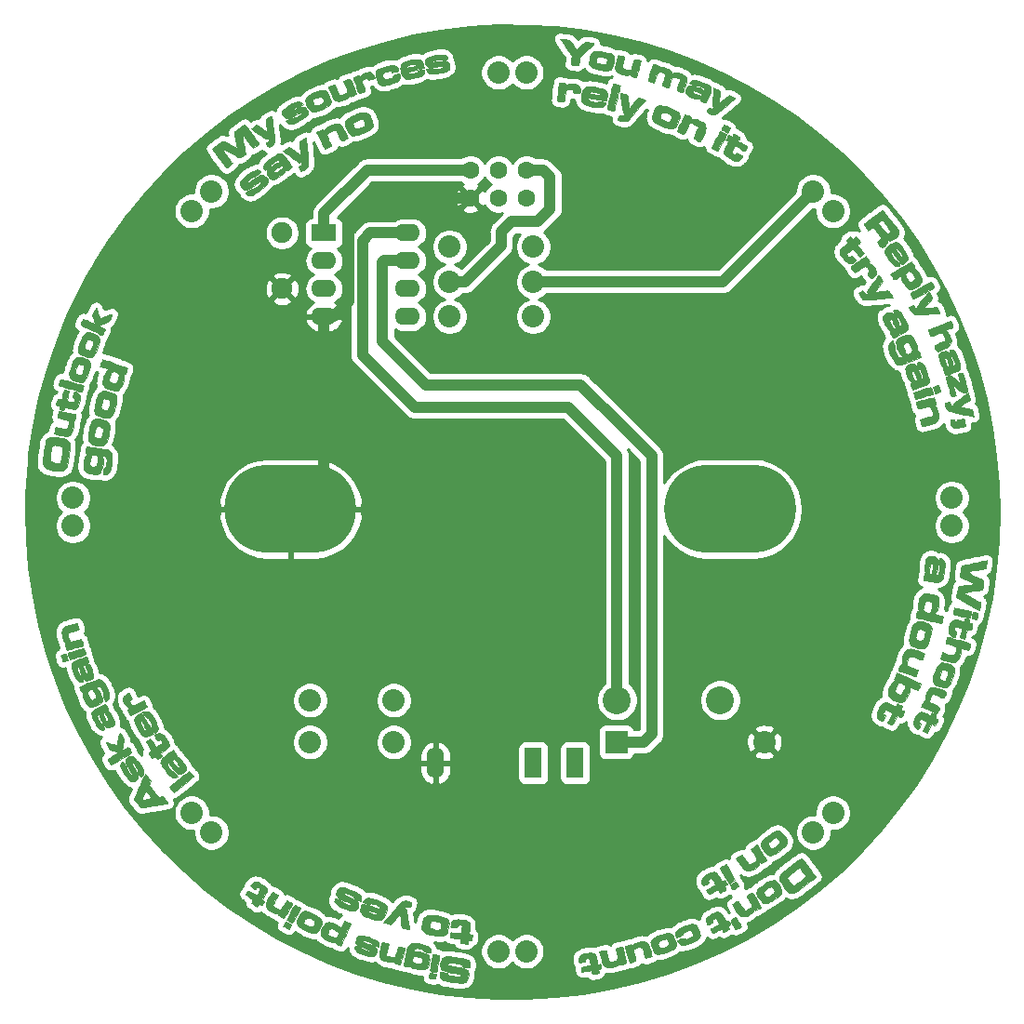
<source format=gbr>
G04 #@! TF.GenerationSoftware,KiCad,Pcbnew,(5.1.0)-1*
G04 #@! TF.CreationDate,2020-05-22T16:47:41+01:00*
G04 #@! TF.ProjectId,Solar8Ball,536f6c61-7238-4426-916c-6c2e6b696361,rev?*
G04 #@! TF.SameCoordinates,PX94225d0PY4cfd790*
G04 #@! TF.FileFunction,Copper,L1,Top*
G04 #@! TF.FilePolarity,Positive*
%FSLAX46Y46*%
G04 Gerber Fmt 4.6, Leading zero omitted, Abs format (unit mm)*
G04 Created by KiCad (PCBNEW (5.1.0)-1) date 2020-05-22 16:47:41*
%MOMM*%
%LPD*%
G04 APERTURE LIST*
%ADD10C,0.010000*%
%ADD11R,2.032000X2.032000*%
%ADD12C,2.032000*%
%ADD13O,12.000000X8.000000*%
%ADD14C,2.540000*%
%ADD15O,2.286000X1.574800*%
%ADD16R,2.286000X1.574800*%
%ADD17C,1.905000*%
%ADD18C,1.600200*%
%ADD19R,1.600000X2.800000*%
%ADD20O,1.600000X2.800000*%
%ADD21C,1.000000*%
%ADD22C,0.254000*%
G04 APERTURE END LIST*
D10*
G36*
X-5741010Y-40480795D02*
G01*
X-5434928Y-40506785D01*
X-5224955Y-40531815D01*
X-4833210Y-40586934D01*
X-4520528Y-40641933D01*
X-4281319Y-40698139D01*
X-4109993Y-40756881D01*
X-4000960Y-40819488D01*
X-3995729Y-40823865D01*
X-3911647Y-40943763D01*
X-3862474Y-41111454D01*
X-3855464Y-41294709D01*
X-3870067Y-41382224D01*
X-3889390Y-41443099D01*
X-3922621Y-41474040D01*
X-3991321Y-41481285D01*
X-4117054Y-41471072D01*
X-4161048Y-41466401D01*
X-4350739Y-41443791D01*
X-4471328Y-41420851D01*
X-4538159Y-41391177D01*
X-4566579Y-41348368D01*
X-4572000Y-41294945D01*
X-4582854Y-41241297D01*
X-4622530Y-41198259D01*
X-4701697Y-41162604D01*
X-4831027Y-41131105D01*
X-5021191Y-41100533D01*
X-5282860Y-41067664D01*
X-5348570Y-41060090D01*
X-5568936Y-41037443D01*
X-5718990Y-41031099D01*
X-5812102Y-41044506D01*
X-5861646Y-41081111D01*
X-5880994Y-41144362D01*
X-5883686Y-41198063D01*
X-5881816Y-41228932D01*
X-5868532Y-41254156D01*
X-5833268Y-41276763D01*
X-5765459Y-41299776D01*
X-5654538Y-41326222D01*
X-5489942Y-41359125D01*
X-5261103Y-41401511D01*
X-5022301Y-41444710D01*
X-4743470Y-41495670D01*
X-4535061Y-41536442D01*
X-4384048Y-41571144D01*
X-4277404Y-41603897D01*
X-4202102Y-41638819D01*
X-4145117Y-41680032D01*
X-4093420Y-41731655D01*
X-4084694Y-41741240D01*
X-4036661Y-41813119D01*
X-4011916Y-41909913D01*
X-4005042Y-42057278D01*
X-4005661Y-42115577D01*
X-4032299Y-42383846D01*
X-4099147Y-42596108D01*
X-4202737Y-42742748D01*
X-4243131Y-42774276D01*
X-4378150Y-42828193D01*
X-4569332Y-42859025D01*
X-4790518Y-42863451D01*
X-4889500Y-42856291D01*
X-5001943Y-42843464D01*
X-5172466Y-42822408D01*
X-5375261Y-42796364D01*
X-5529943Y-42775916D01*
X-5865546Y-42725615D01*
X-6125471Y-42671999D01*
X-6318683Y-42609755D01*
X-6454147Y-42533574D01*
X-6540828Y-42438145D01*
X-6587691Y-42318155D01*
X-6603702Y-42168294D01*
X-6604000Y-42139622D01*
X-6598520Y-42011202D01*
X-6584450Y-41922877D01*
X-6572250Y-41899634D01*
X-6517407Y-41897008D01*
X-6402406Y-41904390D01*
X-6250961Y-41920191D01*
X-6233584Y-41922314D01*
X-6072162Y-41945593D01*
X-5978436Y-41969910D01*
X-5935605Y-42001680D01*
X-5926667Y-42039522D01*
X-5892748Y-42123924D01*
X-5852584Y-42157930D01*
X-5757363Y-42189695D01*
X-5602021Y-42222226D01*
X-5410991Y-42251982D01*
X-5208710Y-42275423D01*
X-5019613Y-42289007D01*
X-4934308Y-42291000D01*
X-4799947Y-42288159D01*
X-4729658Y-42273740D01*
X-4702890Y-42238895D01*
X-4699000Y-42189695D01*
X-4723563Y-42101516D01*
X-4764888Y-42063108D01*
X-4828077Y-42047501D01*
X-4958544Y-42021251D01*
X-5140017Y-41987435D01*
X-5356226Y-41949131D01*
X-5473631Y-41929029D01*
X-5818018Y-41865468D01*
X-6085357Y-41803555D01*
X-6283162Y-41740759D01*
X-6418950Y-41674547D01*
X-6500235Y-41602391D01*
X-6515713Y-41578098D01*
X-6546387Y-41467990D01*
X-6559366Y-41305691D01*
X-6554588Y-41121824D01*
X-6531992Y-40947007D01*
X-6517127Y-40883486D01*
X-6460232Y-40743671D01*
X-6381636Y-40618720D01*
X-6375583Y-40611482D01*
X-6287680Y-40542386D01*
X-6158525Y-40497981D01*
X-5979255Y-40477655D01*
X-5741010Y-40480795D01*
X-5741010Y-40480795D01*
G37*
X-5741010Y-40480795D02*
X-5434928Y-40506785D01*
X-5224955Y-40531815D01*
X-4833210Y-40586934D01*
X-4520528Y-40641933D01*
X-4281319Y-40698139D01*
X-4109993Y-40756881D01*
X-4000960Y-40819488D01*
X-3995729Y-40823865D01*
X-3911647Y-40943763D01*
X-3862474Y-41111454D01*
X-3855464Y-41294709D01*
X-3870067Y-41382224D01*
X-3889390Y-41443099D01*
X-3922621Y-41474040D01*
X-3991321Y-41481285D01*
X-4117054Y-41471072D01*
X-4161048Y-41466401D01*
X-4350739Y-41443791D01*
X-4471328Y-41420851D01*
X-4538159Y-41391177D01*
X-4566579Y-41348368D01*
X-4572000Y-41294945D01*
X-4582854Y-41241297D01*
X-4622530Y-41198259D01*
X-4701697Y-41162604D01*
X-4831027Y-41131105D01*
X-5021191Y-41100533D01*
X-5282860Y-41067664D01*
X-5348570Y-41060090D01*
X-5568936Y-41037443D01*
X-5718990Y-41031099D01*
X-5812102Y-41044506D01*
X-5861646Y-41081111D01*
X-5880994Y-41144362D01*
X-5883686Y-41198063D01*
X-5881816Y-41228932D01*
X-5868532Y-41254156D01*
X-5833268Y-41276763D01*
X-5765459Y-41299776D01*
X-5654538Y-41326222D01*
X-5489942Y-41359125D01*
X-5261103Y-41401511D01*
X-5022301Y-41444710D01*
X-4743470Y-41495670D01*
X-4535061Y-41536442D01*
X-4384048Y-41571144D01*
X-4277404Y-41603897D01*
X-4202102Y-41638819D01*
X-4145117Y-41680032D01*
X-4093420Y-41731655D01*
X-4084694Y-41741240D01*
X-4036661Y-41813119D01*
X-4011916Y-41909913D01*
X-4005042Y-42057278D01*
X-4005661Y-42115577D01*
X-4032299Y-42383846D01*
X-4099147Y-42596108D01*
X-4202737Y-42742748D01*
X-4243131Y-42774276D01*
X-4378150Y-42828193D01*
X-4569332Y-42859025D01*
X-4790518Y-42863451D01*
X-4889500Y-42856291D01*
X-5001943Y-42843464D01*
X-5172466Y-42822408D01*
X-5375261Y-42796364D01*
X-5529943Y-42775916D01*
X-5865546Y-42725615D01*
X-6125471Y-42671999D01*
X-6318683Y-42609755D01*
X-6454147Y-42533574D01*
X-6540828Y-42438145D01*
X-6587691Y-42318155D01*
X-6603702Y-42168294D01*
X-6604000Y-42139622D01*
X-6598520Y-42011202D01*
X-6584450Y-41922877D01*
X-6572250Y-41899634D01*
X-6517407Y-41897008D01*
X-6402406Y-41904390D01*
X-6250961Y-41920191D01*
X-6233584Y-41922314D01*
X-6072162Y-41945593D01*
X-5978436Y-41969910D01*
X-5935605Y-42001680D01*
X-5926667Y-42039522D01*
X-5892748Y-42123924D01*
X-5852584Y-42157930D01*
X-5757363Y-42189695D01*
X-5602021Y-42222226D01*
X-5410991Y-42251982D01*
X-5208710Y-42275423D01*
X-5019613Y-42289007D01*
X-4934308Y-42291000D01*
X-4799947Y-42288159D01*
X-4729658Y-42273740D01*
X-4702890Y-42238895D01*
X-4699000Y-42189695D01*
X-4723563Y-42101516D01*
X-4764888Y-42063108D01*
X-4828077Y-42047501D01*
X-4958544Y-42021251D01*
X-5140017Y-41987435D01*
X-5356226Y-41949131D01*
X-5473631Y-41929029D01*
X-5818018Y-41865468D01*
X-6085357Y-41803555D01*
X-6283162Y-41740759D01*
X-6418950Y-41674547D01*
X-6500235Y-41602391D01*
X-6515713Y-41578098D01*
X-6546387Y-41467990D01*
X-6559366Y-41305691D01*
X-6554588Y-41121824D01*
X-6531992Y-40947007D01*
X-6517127Y-40883486D01*
X-6460232Y-40743671D01*
X-6381636Y-40618720D01*
X-6375583Y-40611482D01*
X-6287680Y-40542386D01*
X-6158525Y-40497981D01*
X-5979255Y-40477655D01*
X-5741010Y-40480795D01*
G36*
X-7374093Y-41983160D02*
G01*
X-7229170Y-42005125D01*
X-7223068Y-42006166D01*
X-6934604Y-42055578D01*
X-6959336Y-42205039D01*
X-6976426Y-42327838D01*
X-6984461Y-42423817D01*
X-6984535Y-42428583D01*
X-7017826Y-42480351D01*
X-7119410Y-42498695D01*
X-7293146Y-42483912D01*
X-7419385Y-42462053D01*
X-7527272Y-42437142D01*
X-7593463Y-42414433D01*
X-7599335Y-42410443D01*
X-7603232Y-42361914D01*
X-7593216Y-42262600D01*
X-7574429Y-42144214D01*
X-7552011Y-42038465D01*
X-7531105Y-41977064D01*
X-7528533Y-41973755D01*
X-7481499Y-41971895D01*
X-7374093Y-41983160D01*
X-7374093Y-41983160D01*
G37*
X-7374093Y-41983160D02*
X-7229170Y-42005125D01*
X-7223068Y-42006166D01*
X-6934604Y-42055578D01*
X-6959336Y-42205039D01*
X-6976426Y-42327838D01*
X-6984461Y-42423817D01*
X-6984535Y-42428583D01*
X-7017826Y-42480351D01*
X-7119410Y-42498695D01*
X-7293146Y-42483912D01*
X-7419385Y-42462053D01*
X-7527272Y-42437142D01*
X-7593463Y-42414433D01*
X-7599335Y-42410443D01*
X-7603232Y-42361914D01*
X-7593216Y-42262600D01*
X-7574429Y-42144214D01*
X-7552011Y-42038465D01*
X-7531105Y-41977064D01*
X-7528533Y-41973755D01*
X-7481499Y-41971895D01*
X-7374093Y-41983160D01*
G36*
X7328129Y-40148556D02*
G01*
X7451489Y-40206050D01*
X7540578Y-40316215D01*
X7606144Y-40490786D01*
X7644484Y-40661166D01*
X7677338Y-40832792D01*
X7706162Y-40981644D01*
X7725662Y-41080424D01*
X7728108Y-41092400D01*
X7753495Y-41153593D01*
X7812028Y-41170477D01*
X7891956Y-41161487D01*
X7980785Y-41151160D01*
X8027074Y-41171309D01*
X8051148Y-41241723D01*
X8065512Y-41330497D01*
X8079188Y-41481920D01*
X8057905Y-41568848D01*
X7993213Y-41607198D01*
X7915163Y-41613666D01*
X7825436Y-41628839D01*
X7808165Y-41666583D01*
X7826546Y-41744182D01*
X7847095Y-41852004D01*
X7855940Y-41935934D01*
X7830650Y-41979042D01*
X7750856Y-42002325D01*
X7692009Y-42011889D01*
X7542329Y-42035768D01*
X7402725Y-42059316D01*
X7382567Y-42062890D01*
X7298340Y-42072156D01*
X7255344Y-42046113D01*
X7231816Y-41964357D01*
X7223317Y-41913588D01*
X7201639Y-41806554D01*
X7180498Y-41745849D01*
X7174543Y-41740666D01*
X7126299Y-41746980D01*
X7013645Y-41763966D01*
X6855739Y-41788693D01*
X6745401Y-41806323D01*
X6567945Y-41831102D01*
X6422313Y-41844379D01*
X6328265Y-41844729D01*
X6304751Y-41838073D01*
X6281958Y-41778103D01*
X6263067Y-41667163D01*
X6258144Y-41615542D01*
X6244166Y-41426918D01*
X6656885Y-41358045D01*
X6834835Y-41326274D01*
X6979929Y-41296475D01*
X7072799Y-41272838D01*
X7095704Y-41263072D01*
X7104574Y-41207011D01*
X7094811Y-41096547D01*
X7071592Y-40958528D01*
X7040090Y-40819801D01*
X7005481Y-40707216D01*
X6978076Y-40652824D01*
X6890665Y-40609438D01*
X6798975Y-40615821D01*
X6673799Y-40663914D01*
X6623057Y-40747215D01*
X6630235Y-40835625D01*
X6634657Y-40886438D01*
X6605104Y-40920113D01*
X6524498Y-40946373D01*
X6389831Y-40972468D01*
X6247056Y-40993322D01*
X6137761Y-41001386D01*
X6090190Y-40996242D01*
X6064391Y-40938604D01*
X6054738Y-40827659D01*
X6060402Y-40693050D01*
X6080554Y-40564418D01*
X6104342Y-40490429D01*
X6196294Y-40380756D01*
X6357353Y-40285014D01*
X6572418Y-40208333D01*
X6826386Y-40155841D01*
X7104158Y-40132666D01*
X7159747Y-40132000D01*
X7328129Y-40148556D01*
X7328129Y-40148556D01*
G37*
X7328129Y-40148556D02*
X7451489Y-40206050D01*
X7540578Y-40316215D01*
X7606144Y-40490786D01*
X7644484Y-40661166D01*
X7677338Y-40832792D01*
X7706162Y-40981644D01*
X7725662Y-41080424D01*
X7728108Y-41092400D01*
X7753495Y-41153593D01*
X7812028Y-41170477D01*
X7891956Y-41161487D01*
X7980785Y-41151160D01*
X8027074Y-41171309D01*
X8051148Y-41241723D01*
X8065512Y-41330497D01*
X8079188Y-41481920D01*
X8057905Y-41568848D01*
X7993213Y-41607198D01*
X7915163Y-41613666D01*
X7825436Y-41628839D01*
X7808165Y-41666583D01*
X7826546Y-41744182D01*
X7847095Y-41852004D01*
X7855940Y-41935934D01*
X7830650Y-41979042D01*
X7750856Y-42002325D01*
X7692009Y-42011889D01*
X7542329Y-42035768D01*
X7402725Y-42059316D01*
X7382567Y-42062890D01*
X7298340Y-42072156D01*
X7255344Y-42046113D01*
X7231816Y-41964357D01*
X7223317Y-41913588D01*
X7201639Y-41806554D01*
X7180498Y-41745849D01*
X7174543Y-41740666D01*
X7126299Y-41746980D01*
X7013645Y-41763966D01*
X6855739Y-41788693D01*
X6745401Y-41806323D01*
X6567945Y-41831102D01*
X6422313Y-41844379D01*
X6328265Y-41844729D01*
X6304751Y-41838073D01*
X6281958Y-41778103D01*
X6263067Y-41667163D01*
X6258144Y-41615542D01*
X6244166Y-41426918D01*
X6656885Y-41358045D01*
X6834835Y-41326274D01*
X6979929Y-41296475D01*
X7072799Y-41272838D01*
X7095704Y-41263072D01*
X7104574Y-41207011D01*
X7094811Y-41096547D01*
X7071592Y-40958528D01*
X7040090Y-40819801D01*
X7005481Y-40707216D01*
X6978076Y-40652824D01*
X6890665Y-40609438D01*
X6798975Y-40615821D01*
X6673799Y-40663914D01*
X6623057Y-40747215D01*
X6630235Y-40835625D01*
X6634657Y-40886438D01*
X6605104Y-40920113D01*
X6524498Y-40946373D01*
X6389831Y-40972468D01*
X6247056Y-40993322D01*
X6137761Y-41001386D01*
X6090190Y-40996242D01*
X6064391Y-40938604D01*
X6054738Y-40827659D01*
X6060402Y-40693050D01*
X6080554Y-40564418D01*
X6104342Y-40490429D01*
X6196294Y-40380756D01*
X6357353Y-40285014D01*
X6572418Y-40208333D01*
X6826386Y-40155841D01*
X7104158Y-40132666D01*
X7159747Y-40132000D01*
X7328129Y-40148556D01*
G36*
X-7064536Y-40275428D02*
G01*
X-6933155Y-40299650D01*
X-6802542Y-40331722D01*
X-6698766Y-40365887D01*
X-6647896Y-40396390D01*
X-6646362Y-40401376D01*
X-6653598Y-40457346D01*
X-6673607Y-40581702D01*
X-6703870Y-40759556D01*
X-6741867Y-40976020D01*
X-6772704Y-41148000D01*
X-6814656Y-41381593D01*
X-6850794Y-41585862D01*
X-6878605Y-41746354D01*
X-6895575Y-41848619D01*
X-6899676Y-41878250D01*
X-6905089Y-41895963D01*
X-6931432Y-41902654D01*
X-6995282Y-41897206D01*
X-7113215Y-41878502D01*
X-7249584Y-41854668D01*
X-7399412Y-41820417D01*
X-7476217Y-41781413D01*
X-7492921Y-41744398D01*
X-7485639Y-41671921D01*
X-7465899Y-41538455D01*
X-7436734Y-41360671D01*
X-7401177Y-41155238D01*
X-7362261Y-40938828D01*
X-7323019Y-40728109D01*
X-7286483Y-40539753D01*
X-7255687Y-40390429D01*
X-7233663Y-40296808D01*
X-7225331Y-40273552D01*
X-7170617Y-40264810D01*
X-7064536Y-40275428D01*
X-7064536Y-40275428D01*
G37*
X-7064536Y-40275428D02*
X-6933155Y-40299650D01*
X-6802542Y-40331722D01*
X-6698766Y-40365887D01*
X-6647896Y-40396390D01*
X-6646362Y-40401376D01*
X-6653598Y-40457346D01*
X-6673607Y-40581702D01*
X-6703870Y-40759556D01*
X-6741867Y-40976020D01*
X-6772704Y-41148000D01*
X-6814656Y-41381593D01*
X-6850794Y-41585862D01*
X-6878605Y-41746354D01*
X-6895575Y-41848619D01*
X-6899676Y-41878250D01*
X-6905089Y-41895963D01*
X-6931432Y-41902654D01*
X-6995282Y-41897206D01*
X-7113215Y-41878502D01*
X-7249584Y-41854668D01*
X-7399412Y-41820417D01*
X-7476217Y-41781413D01*
X-7492921Y-41744398D01*
X-7485639Y-41671921D01*
X-7465899Y-41538455D01*
X-7436734Y-41360671D01*
X-7401177Y-41155238D01*
X-7362261Y-40938828D01*
X-7323019Y-40728109D01*
X-7286483Y-40539753D01*
X-7255687Y-40390429D01*
X-7233663Y-40296808D01*
X-7225331Y-40273552D01*
X-7170617Y-40264810D01*
X-7064536Y-40275428D01*
G36*
X-8839528Y-39255870D02*
G01*
X-8805334Y-39257763D01*
X-8526399Y-39286027D01*
X-8248968Y-39336086D01*
X-7993909Y-39402518D01*
X-7782090Y-39479902D01*
X-7635996Y-39561574D01*
X-7533848Y-39672437D01*
X-7458188Y-39814886D01*
X-7421726Y-39958052D01*
X-7431446Y-40058303D01*
X-7454253Y-40089628D01*
X-7503320Y-40099769D01*
X-7597946Y-40088936D01*
X-7737016Y-40061637D01*
X-7907545Y-40019615D01*
X-8013072Y-39974346D01*
X-8072947Y-39915300D01*
X-8095942Y-39866276D01*
X-8142241Y-39835967D01*
X-8246695Y-39798794D01*
X-8383867Y-39761352D01*
X-8528321Y-39730235D01*
X-8654623Y-39712035D01*
X-8699500Y-39709817D01*
X-8835591Y-39726535D01*
X-8919873Y-39789032D01*
X-8972019Y-39892200D01*
X-9010884Y-40011779D01*
X-9007881Y-40065302D01*
X-8960972Y-40061429D01*
X-8935117Y-40048822D01*
X-8793418Y-40011726D01*
X-8587638Y-40013725D01*
X-8328625Y-40054493D01*
X-8264251Y-40068945D01*
X-7983016Y-40150313D01*
X-7776273Y-40249733D01*
X-7638926Y-40376645D01*
X-7565877Y-40540487D01*
X-7552028Y-40750696D01*
X-7592284Y-41016712D01*
X-7643472Y-41218418D01*
X-7723994Y-41421682D01*
X-7838772Y-41555723D01*
X-8000807Y-41629906D01*
X-8223103Y-41653594D01*
X-8247665Y-41653559D01*
X-8445978Y-41640160D01*
X-8668631Y-41607980D01*
X-8823762Y-41574617D01*
X-9046367Y-41500233D01*
X-9187154Y-41414097D01*
X-9208505Y-41392149D01*
X-9274510Y-41325090D01*
X-9314840Y-41320317D01*
X-9340876Y-41351532D01*
X-9375510Y-41386339D01*
X-9434576Y-41396802D01*
X-9540480Y-41384130D01*
X-9629937Y-41367109D01*
X-9765005Y-41337644D01*
X-9862506Y-41311996D01*
X-9896655Y-41298456D01*
X-9896134Y-41250702D01*
X-9878475Y-41135677D01*
X-9847005Y-40968269D01*
X-9814545Y-40809725D01*
X-9165901Y-40809725D01*
X-9151516Y-40921394D01*
X-9147244Y-40930273D01*
X-9079316Y-40989245D01*
X-8952230Y-41048502D01*
X-8791051Y-41099679D01*
X-8620844Y-41134412D01*
X-8504978Y-41144585D01*
X-8362832Y-41122909D01*
X-8286310Y-41073916D01*
X-8216350Y-40955068D01*
X-8187003Y-40818453D01*
X-8201500Y-40695789D01*
X-8241442Y-40633439D01*
X-8356298Y-40564321D01*
X-8516015Y-40506327D01*
X-8692702Y-40465366D01*
X-8858467Y-40447346D01*
X-8985417Y-40458176D01*
X-9014969Y-40469579D01*
X-9087149Y-40547323D01*
X-9140953Y-40672870D01*
X-9165901Y-40809725D01*
X-9814545Y-40809725D01*
X-9805052Y-40763363D01*
X-9755945Y-40535846D01*
X-9703011Y-40300603D01*
X-9649577Y-40072520D01*
X-9598973Y-39866484D01*
X-9554525Y-39697380D01*
X-9519563Y-39580095D01*
X-9503046Y-39537810D01*
X-9419383Y-39424951D01*
X-9307558Y-39327358D01*
X-9300695Y-39322911D01*
X-9220756Y-39280317D01*
X-9133468Y-39257079D01*
X-9014501Y-39249996D01*
X-8839528Y-39255870D01*
X-8839528Y-39255870D01*
G37*
X-8839528Y-39255870D02*
X-8805334Y-39257763D01*
X-8526399Y-39286027D01*
X-8248968Y-39336086D01*
X-7993909Y-39402518D01*
X-7782090Y-39479902D01*
X-7635996Y-39561574D01*
X-7533848Y-39672437D01*
X-7458188Y-39814886D01*
X-7421726Y-39958052D01*
X-7431446Y-40058303D01*
X-7454253Y-40089628D01*
X-7503320Y-40099769D01*
X-7597946Y-40088936D01*
X-7737016Y-40061637D01*
X-7907545Y-40019615D01*
X-8013072Y-39974346D01*
X-8072947Y-39915300D01*
X-8095942Y-39866276D01*
X-8142241Y-39835967D01*
X-8246695Y-39798794D01*
X-8383867Y-39761352D01*
X-8528321Y-39730235D01*
X-8654623Y-39712035D01*
X-8699500Y-39709817D01*
X-8835591Y-39726535D01*
X-8919873Y-39789032D01*
X-8972019Y-39892200D01*
X-9010884Y-40011779D01*
X-9007881Y-40065302D01*
X-8960972Y-40061429D01*
X-8935117Y-40048822D01*
X-8793418Y-40011726D01*
X-8587638Y-40013725D01*
X-8328625Y-40054493D01*
X-8264251Y-40068945D01*
X-7983016Y-40150313D01*
X-7776273Y-40249733D01*
X-7638926Y-40376645D01*
X-7565877Y-40540487D01*
X-7552028Y-40750696D01*
X-7592284Y-41016712D01*
X-7643472Y-41218418D01*
X-7723994Y-41421682D01*
X-7838772Y-41555723D01*
X-8000807Y-41629906D01*
X-8223103Y-41653594D01*
X-8247665Y-41653559D01*
X-8445978Y-41640160D01*
X-8668631Y-41607980D01*
X-8823762Y-41574617D01*
X-9046367Y-41500233D01*
X-9187154Y-41414097D01*
X-9208505Y-41392149D01*
X-9274510Y-41325090D01*
X-9314840Y-41320317D01*
X-9340876Y-41351532D01*
X-9375510Y-41386339D01*
X-9434576Y-41396802D01*
X-9540480Y-41384130D01*
X-9629937Y-41367109D01*
X-9765005Y-41337644D01*
X-9862506Y-41311996D01*
X-9896655Y-41298456D01*
X-9896134Y-41250702D01*
X-9878475Y-41135677D01*
X-9847005Y-40968269D01*
X-9814545Y-40809725D01*
X-9165901Y-40809725D01*
X-9151516Y-40921394D01*
X-9147244Y-40930273D01*
X-9079316Y-40989245D01*
X-8952230Y-41048502D01*
X-8791051Y-41099679D01*
X-8620844Y-41134412D01*
X-8504978Y-41144585D01*
X-8362832Y-41122909D01*
X-8286310Y-41073916D01*
X-8216350Y-40955068D01*
X-8187003Y-40818453D01*
X-8201500Y-40695789D01*
X-8241442Y-40633439D01*
X-8356298Y-40564321D01*
X-8516015Y-40506327D01*
X-8692702Y-40465366D01*
X-8858467Y-40447346D01*
X-8985417Y-40458176D01*
X-9014969Y-40469579D01*
X-9087149Y-40547323D01*
X-9140953Y-40672870D01*
X-9165901Y-40809725D01*
X-9814545Y-40809725D01*
X-9805052Y-40763363D01*
X-9755945Y-40535846D01*
X-9703011Y-40300603D01*
X-9649577Y-40072520D01*
X-9598973Y-39866484D01*
X-9554525Y-39697380D01*
X-9519563Y-39580095D01*
X-9503046Y-39537810D01*
X-9419383Y-39424951D01*
X-9307558Y-39327358D01*
X-9300695Y-39322911D01*
X-9220756Y-39280317D01*
X-9133468Y-39257079D01*
X-9014501Y-39249996D01*
X-8839528Y-39255870D01*
G36*
X10011099Y-39587988D02*
G01*
X10025574Y-39633228D01*
X10053529Y-39744871D01*
X10091354Y-39906401D01*
X10135435Y-40101297D01*
X10182162Y-40313041D01*
X10227922Y-40525113D01*
X10269106Y-40720996D01*
X10302099Y-40884169D01*
X10323292Y-40998114D01*
X10329333Y-41043534D01*
X10292139Y-41090891D01*
X10199082Y-41134064D01*
X10170583Y-41142123D01*
X9991281Y-41186217D01*
X9877386Y-41209751D01*
X9812215Y-41212905D01*
X9779089Y-41195860D01*
X9761327Y-41158796D01*
X9757389Y-41146600D01*
X9734811Y-41091072D01*
X9705729Y-41096182D01*
X9649468Y-41162769D01*
X9508408Y-41278753D01*
X9295226Y-41364703D01*
X9017955Y-41417862D01*
X8868833Y-41430676D01*
X8688795Y-41437622D01*
X8568003Y-41431216D01*
X8481605Y-41407922D01*
X8405510Y-41364720D01*
X8326266Y-41301849D01*
X8262479Y-41225520D01*
X8207866Y-41121347D01*
X8156145Y-40974941D01*
X8101035Y-40771916D01*
X8046438Y-40542363D01*
X7927747Y-40026166D01*
X8227166Y-39953821D01*
X8373349Y-39919832D01*
X8482101Y-39897070D01*
X8532418Y-39889888D01*
X8533567Y-39890321D01*
X8544890Y-39932677D01*
X8569921Y-40039998D01*
X8604576Y-40194471D01*
X8632673Y-40322499D01*
X8678335Y-40512843D01*
X8726368Y-40681145D01*
X8769706Y-40803987D01*
X8790780Y-40846535D01*
X8839377Y-40905597D01*
X8901401Y-40931160D01*
X9005368Y-40931080D01*
X9074465Y-40924662D01*
X9292776Y-40891360D01*
X9443084Y-40836479D01*
X9532781Y-40748295D01*
X9569256Y-40615083D01*
X9559900Y-40425119D01*
X9522267Y-40214246D01*
X9477017Y-39997231D01*
X9451822Y-39848613D01*
X9451639Y-39753478D01*
X9481425Y-39696912D01*
X9546137Y-39664002D01*
X9650734Y-39639834D01*
X9717552Y-39626763D01*
X9859971Y-39601159D01*
X9965565Y-39587255D01*
X10011099Y-39587988D01*
X10011099Y-39587988D01*
G37*
X10011099Y-39587988D02*
X10025574Y-39633228D01*
X10053529Y-39744871D01*
X10091354Y-39906401D01*
X10135435Y-40101297D01*
X10182162Y-40313041D01*
X10227922Y-40525113D01*
X10269106Y-40720996D01*
X10302099Y-40884169D01*
X10323292Y-40998114D01*
X10329333Y-41043534D01*
X10292139Y-41090891D01*
X10199082Y-41134064D01*
X10170583Y-41142123D01*
X9991281Y-41186217D01*
X9877386Y-41209751D01*
X9812215Y-41212905D01*
X9779089Y-41195860D01*
X9761327Y-41158796D01*
X9757389Y-41146600D01*
X9734811Y-41091072D01*
X9705729Y-41096182D01*
X9649468Y-41162769D01*
X9508408Y-41278753D01*
X9295226Y-41364703D01*
X9017955Y-41417862D01*
X8868833Y-41430676D01*
X8688795Y-41437622D01*
X8568003Y-41431216D01*
X8481605Y-41407922D01*
X8405510Y-41364720D01*
X8326266Y-41301849D01*
X8262479Y-41225520D01*
X8207866Y-41121347D01*
X8156145Y-40974941D01*
X8101035Y-40771916D01*
X8046438Y-40542363D01*
X7927747Y-40026166D01*
X8227166Y-39953821D01*
X8373349Y-39919832D01*
X8482101Y-39897070D01*
X8532418Y-39889888D01*
X8533567Y-39890321D01*
X8544890Y-39932677D01*
X8569921Y-40039998D01*
X8604576Y-40194471D01*
X8632673Y-40322499D01*
X8678335Y-40512843D01*
X8726368Y-40681145D01*
X8769706Y-40803987D01*
X8790780Y-40846535D01*
X8839377Y-40905597D01*
X8901401Y-40931160D01*
X9005368Y-40931080D01*
X9074465Y-40924662D01*
X9292776Y-40891360D01*
X9443084Y-40836479D01*
X9532781Y-40748295D01*
X9569256Y-40615083D01*
X9559900Y-40425119D01*
X9522267Y-40214246D01*
X9477017Y-39997231D01*
X9451822Y-39848613D01*
X9451639Y-39753478D01*
X9481425Y-39696912D01*
X9546137Y-39664002D01*
X9650734Y-39639834D01*
X9717552Y-39626763D01*
X9859971Y-39601159D01*
X9965565Y-39587255D01*
X10011099Y-39587988D01*
G36*
X-11693361Y-39192609D02*
G01*
X-11564386Y-39222847D01*
X-11433029Y-39258555D01*
X-11324863Y-39293094D01*
X-11265461Y-39319823D01*
X-11260916Y-39325936D01*
X-11271459Y-39373621D01*
X-11299870Y-39485542D01*
X-11341641Y-39644277D01*
X-11385385Y-39807051D01*
X-11433412Y-39996968D01*
X-11468324Y-40160331D01*
X-11486404Y-40277885D01*
X-11485839Y-40327200D01*
X-11416203Y-40405652D01*
X-11282670Y-40474639D01*
X-11106010Y-40525121D01*
X-10991321Y-40542426D01*
X-10862722Y-40548312D01*
X-10767101Y-40527456D01*
X-10693576Y-40467881D01*
X-10631267Y-40357614D01*
X-10569292Y-40184680D01*
X-10522008Y-40025947D01*
X-10472323Y-39854102D01*
X-10430351Y-39711242D01*
X-10402278Y-39618315D01*
X-10395362Y-39597054D01*
X-10355615Y-39577342D01*
X-10255308Y-39588047D01*
X-10093619Y-39627802D01*
X-9951285Y-39668446D01*
X-9846120Y-39700697D01*
X-9799828Y-39717882D01*
X-9799430Y-39718247D01*
X-9805342Y-39762546D01*
X-9831561Y-39871565D01*
X-9873594Y-40029859D01*
X-9926945Y-40221980D01*
X-9987118Y-40432481D01*
X-10049618Y-40645918D01*
X-10109950Y-40846842D01*
X-10163618Y-41019807D01*
X-10206127Y-41149367D01*
X-10232982Y-41220075D01*
X-10238975Y-41228578D01*
X-10291237Y-41215839D01*
X-10399272Y-41186992D01*
X-10509250Y-41156723D01*
X-10647669Y-41113397D01*
X-10721649Y-41073367D01*
X-10749872Y-41023834D01*
X-10752667Y-40989988D01*
X-10761483Y-40921444D01*
X-10804131Y-40920280D01*
X-10844331Y-40940078D01*
X-10962708Y-40969727D01*
X-11134151Y-40971418D01*
X-11332825Y-40947900D01*
X-11532892Y-40901922D01*
X-11674409Y-40851756D01*
X-11885877Y-40737652D01*
X-12022131Y-40604315D01*
X-12092307Y-40439830D01*
X-12107070Y-40287501D01*
X-12097130Y-40181030D01*
X-12070689Y-40024940D01*
X-12032540Y-39839341D01*
X-11987477Y-39644342D01*
X-11940294Y-39460052D01*
X-11895785Y-39306581D01*
X-11858745Y-39204038D01*
X-11841877Y-39175099D01*
X-11794383Y-39174479D01*
X-11693361Y-39192609D01*
X-11693361Y-39192609D01*
G37*
X-11693361Y-39192609D02*
X-11564386Y-39222847D01*
X-11433029Y-39258555D01*
X-11324863Y-39293094D01*
X-11265461Y-39319823D01*
X-11260916Y-39325936D01*
X-11271459Y-39373621D01*
X-11299870Y-39485542D01*
X-11341641Y-39644277D01*
X-11385385Y-39807051D01*
X-11433412Y-39996968D01*
X-11468324Y-40160331D01*
X-11486404Y-40277885D01*
X-11485839Y-40327200D01*
X-11416203Y-40405652D01*
X-11282670Y-40474639D01*
X-11106010Y-40525121D01*
X-10991321Y-40542426D01*
X-10862722Y-40548312D01*
X-10767101Y-40527456D01*
X-10693576Y-40467881D01*
X-10631267Y-40357614D01*
X-10569292Y-40184680D01*
X-10522008Y-40025947D01*
X-10472323Y-39854102D01*
X-10430351Y-39711242D01*
X-10402278Y-39618315D01*
X-10395362Y-39597054D01*
X-10355615Y-39577342D01*
X-10255308Y-39588047D01*
X-10093619Y-39627802D01*
X-9951285Y-39668446D01*
X-9846120Y-39700697D01*
X-9799828Y-39717882D01*
X-9799430Y-39718247D01*
X-9805342Y-39762546D01*
X-9831561Y-39871565D01*
X-9873594Y-40029859D01*
X-9926945Y-40221980D01*
X-9987118Y-40432481D01*
X-10049618Y-40645918D01*
X-10109950Y-40846842D01*
X-10163618Y-41019807D01*
X-10206127Y-41149367D01*
X-10232982Y-41220075D01*
X-10238975Y-41228578D01*
X-10291237Y-41215839D01*
X-10399272Y-41186992D01*
X-10509250Y-41156723D01*
X-10647669Y-41113397D01*
X-10721649Y-41073367D01*
X-10749872Y-41023834D01*
X-10752667Y-40989988D01*
X-10761483Y-40921444D01*
X-10804131Y-40920280D01*
X-10844331Y-40940078D01*
X-10962708Y-40969727D01*
X-11134151Y-40971418D01*
X-11332825Y-40947900D01*
X-11532892Y-40901922D01*
X-11674409Y-40851756D01*
X-11885877Y-40737652D01*
X-12022131Y-40604315D01*
X-12092307Y-40439830D01*
X-12107070Y-40287501D01*
X-12097130Y-40181030D01*
X-12070689Y-40024940D01*
X-12032540Y-39839341D01*
X-11987477Y-39644342D01*
X-11940294Y-39460052D01*
X-11895785Y-39306581D01*
X-11858745Y-39204038D01*
X-11841877Y-39175099D01*
X-11794383Y-39174479D01*
X-11693361Y-39192609D01*
G36*
X11967855Y-39092785D02*
G01*
X12169188Y-39157951D01*
X12316930Y-39279919D01*
X12338660Y-39310143D01*
X12371677Y-39381139D01*
X12418543Y-39508042D01*
X12473833Y-39672902D01*
X12532123Y-39857771D01*
X12587986Y-40044700D01*
X12635997Y-40215738D01*
X12670731Y-40352939D01*
X12686762Y-40438352D01*
X12685350Y-40457094D01*
X12639400Y-40476062D01*
X12534400Y-40510263D01*
X12392900Y-40552358D01*
X12390167Y-40553140D01*
X12111276Y-40632896D01*
X12045804Y-40403614D01*
X11993434Y-40220229D01*
X11936375Y-40020451D01*
X11913473Y-39940274D01*
X11845599Y-39758321D01*
X11760460Y-39651513D01*
X11644961Y-39610427D01*
X11486008Y-39625643D01*
X11478469Y-39627310D01*
X11262387Y-39692522D01*
X11110068Y-39774493D01*
X11031436Y-39867730D01*
X11028329Y-39876437D01*
X11027413Y-39951933D01*
X11046699Y-40086421D01*
X11082487Y-40257669D01*
X11109995Y-40367508D01*
X11156150Y-40545976D01*
X11192517Y-40696231D01*
X11214282Y-40797838D01*
X11218333Y-40827332D01*
X11181522Y-40859805D01*
X11087971Y-40904055D01*
X10963007Y-40951030D01*
X10831954Y-40991676D01*
X10720137Y-41016940D01*
X10676580Y-41021000D01*
X10654782Y-40982213D01*
X10615508Y-40874432D01*
X10562896Y-40710522D01*
X10501087Y-40503349D01*
X10437709Y-40278509D01*
X10373654Y-40041354D01*
X10319615Y-39833859D01*
X10278848Y-39669161D01*
X10254611Y-39560395D01*
X10249851Y-39520850D01*
X10296680Y-39501221D01*
X10396809Y-39468249D01*
X10521730Y-39430406D01*
X10642934Y-39396162D01*
X10731913Y-39373990D01*
X10757497Y-39370000D01*
X10793802Y-39404930D01*
X10817524Y-39458943D01*
X10839749Y-39512348D01*
X10866629Y-39505677D01*
X10915889Y-39432529D01*
X10923010Y-39420849D01*
X11027740Y-39315940D01*
X11198736Y-39221641D01*
X11417652Y-39145567D01*
X11666138Y-39095334D01*
X11723959Y-39088401D01*
X11967855Y-39092785D01*
X11967855Y-39092785D01*
G37*
X11967855Y-39092785D02*
X12169188Y-39157951D01*
X12316930Y-39279919D01*
X12338660Y-39310143D01*
X12371677Y-39381139D01*
X12418543Y-39508042D01*
X12473833Y-39672902D01*
X12532123Y-39857771D01*
X12587986Y-40044700D01*
X12635997Y-40215738D01*
X12670731Y-40352939D01*
X12686762Y-40438352D01*
X12685350Y-40457094D01*
X12639400Y-40476062D01*
X12534400Y-40510263D01*
X12392900Y-40552358D01*
X12390167Y-40553140D01*
X12111276Y-40632896D01*
X12045804Y-40403614D01*
X11993434Y-40220229D01*
X11936375Y-40020451D01*
X11913473Y-39940274D01*
X11845599Y-39758321D01*
X11760460Y-39651513D01*
X11644961Y-39610427D01*
X11486008Y-39625643D01*
X11478469Y-39627310D01*
X11262387Y-39692522D01*
X11110068Y-39774493D01*
X11031436Y-39867730D01*
X11028329Y-39876437D01*
X11027413Y-39951933D01*
X11046699Y-40086421D01*
X11082487Y-40257669D01*
X11109995Y-40367508D01*
X11156150Y-40545976D01*
X11192517Y-40696231D01*
X11214282Y-40797838D01*
X11218333Y-40827332D01*
X11181522Y-40859805D01*
X11087971Y-40904055D01*
X10963007Y-40951030D01*
X10831954Y-40991676D01*
X10720137Y-41016940D01*
X10676580Y-41021000D01*
X10654782Y-40982213D01*
X10615508Y-40874432D01*
X10562896Y-40710522D01*
X10501087Y-40503349D01*
X10437709Y-40278509D01*
X10373654Y-40041354D01*
X10319615Y-39833859D01*
X10278848Y-39669161D01*
X10254611Y-39560395D01*
X10249851Y-39520850D01*
X10296680Y-39501221D01*
X10396809Y-39468249D01*
X10521730Y-39430406D01*
X10642934Y-39396162D01*
X10731913Y-39373990D01*
X10757497Y-39370000D01*
X10793802Y-39404930D01*
X10817524Y-39458943D01*
X10839749Y-39512348D01*
X10866629Y-39505677D01*
X10915889Y-39432529D01*
X10923010Y-39420849D01*
X11027740Y-39315940D01*
X11198736Y-39221641D01*
X11417652Y-39145567D01*
X11666138Y-39095334D01*
X11723959Y-39088401D01*
X11967855Y-39092785D01*
G36*
X-13540296Y-38573430D02*
G01*
X-13309388Y-38628700D01*
X-13061236Y-38702635D01*
X-12815386Y-38788938D01*
X-12591383Y-38881310D01*
X-12408774Y-38973455D01*
X-12294260Y-39052500D01*
X-12195471Y-39162484D01*
X-12147983Y-39284855D01*
X-12140965Y-39450700D01*
X-12143083Y-39486416D01*
X-12154494Y-39546543D01*
X-12188458Y-39573700D01*
X-12260474Y-39568123D01*
X-12386041Y-39530050D01*
X-12493381Y-39491761D01*
X-12655867Y-39419484D01*
X-12749611Y-39348112D01*
X-12766165Y-39319271D01*
X-12821258Y-39254290D01*
X-12934063Y-39183882D01*
X-13082688Y-39115834D01*
X-13245244Y-39057932D01*
X-13399837Y-39017965D01*
X-13524578Y-39003718D01*
X-13597573Y-39022978D01*
X-13597989Y-39023388D01*
X-13622906Y-39071596D01*
X-13595670Y-39121901D01*
X-13509174Y-39178703D01*
X-13356312Y-39246400D01*
X-13129978Y-39329390D01*
X-13070784Y-39349740D01*
X-12769393Y-39465212D01*
X-12548331Y-39579883D01*
X-12403347Y-39696828D01*
X-12330193Y-39819126D01*
X-12319000Y-39894076D01*
X-12344759Y-40057560D01*
X-12411659Y-40220602D01*
X-12504138Y-40352054D01*
X-12576146Y-40408793D01*
X-12682892Y-40450662D01*
X-12800734Y-40464224D01*
X-12948804Y-40448302D01*
X-13146234Y-40401716D01*
X-13271500Y-40365945D01*
X-13618037Y-40257660D01*
X-13888512Y-40158796D01*
X-14090364Y-40064750D01*
X-14231028Y-39970917D01*
X-14317941Y-39872694D01*
X-14358540Y-39765478D01*
X-14363647Y-39689849D01*
X-14354346Y-39580691D01*
X-14337135Y-39512897D01*
X-14333427Y-39507648D01*
X-14275559Y-39501392D01*
X-14167385Y-39525605D01*
X-14033417Y-39571129D01*
X-13898170Y-39628806D01*
X-13786158Y-39689481D01*
X-13730969Y-39732694D01*
X-13644354Y-39796034D01*
X-13512548Y-39859861D01*
X-13358623Y-39916910D01*
X-13205647Y-39959914D01*
X-13076691Y-39981606D01*
X-12994823Y-39974721D01*
X-12984536Y-39967801D01*
X-12960488Y-39932084D01*
X-12971223Y-39897368D01*
X-13026603Y-39857851D01*
X-13136488Y-39807732D01*
X-13310739Y-39741207D01*
X-13462000Y-39686842D01*
X-13711325Y-39596535D01*
X-13893357Y-39525169D01*
X-14021454Y-39465913D01*
X-14108971Y-39411935D01*
X-14169265Y-39356404D01*
X-14207253Y-39305696D01*
X-14257682Y-39157947D01*
X-14247227Y-38987376D01*
X-14186085Y-38817158D01*
X-14084452Y-38670472D01*
X-13952526Y-38570496D01*
X-13872199Y-38544076D01*
X-13734415Y-38543123D01*
X-13540296Y-38573430D01*
X-13540296Y-38573430D01*
G37*
X-13540296Y-38573430D02*
X-13309388Y-38628700D01*
X-13061236Y-38702635D01*
X-12815386Y-38788938D01*
X-12591383Y-38881310D01*
X-12408774Y-38973455D01*
X-12294260Y-39052500D01*
X-12195471Y-39162484D01*
X-12147983Y-39284855D01*
X-12140965Y-39450700D01*
X-12143083Y-39486416D01*
X-12154494Y-39546543D01*
X-12188458Y-39573700D01*
X-12260474Y-39568123D01*
X-12386041Y-39530050D01*
X-12493381Y-39491761D01*
X-12655867Y-39419484D01*
X-12749611Y-39348112D01*
X-12766165Y-39319271D01*
X-12821258Y-39254290D01*
X-12934063Y-39183882D01*
X-13082688Y-39115834D01*
X-13245244Y-39057932D01*
X-13399837Y-39017965D01*
X-13524578Y-39003718D01*
X-13597573Y-39022978D01*
X-13597989Y-39023388D01*
X-13622906Y-39071596D01*
X-13595670Y-39121901D01*
X-13509174Y-39178703D01*
X-13356312Y-39246400D01*
X-13129978Y-39329390D01*
X-13070784Y-39349740D01*
X-12769393Y-39465212D01*
X-12548331Y-39579883D01*
X-12403347Y-39696828D01*
X-12330193Y-39819126D01*
X-12319000Y-39894076D01*
X-12344759Y-40057560D01*
X-12411659Y-40220602D01*
X-12504138Y-40352054D01*
X-12576146Y-40408793D01*
X-12682892Y-40450662D01*
X-12800734Y-40464224D01*
X-12948804Y-40448302D01*
X-13146234Y-40401716D01*
X-13271500Y-40365945D01*
X-13618037Y-40257660D01*
X-13888512Y-40158796D01*
X-14090364Y-40064750D01*
X-14231028Y-39970917D01*
X-14317941Y-39872694D01*
X-14358540Y-39765478D01*
X-14363647Y-39689849D01*
X-14354346Y-39580691D01*
X-14337135Y-39512897D01*
X-14333427Y-39507648D01*
X-14275559Y-39501392D01*
X-14167385Y-39525605D01*
X-14033417Y-39571129D01*
X-13898170Y-39628806D01*
X-13786158Y-39689481D01*
X-13730969Y-39732694D01*
X-13644354Y-39796034D01*
X-13512548Y-39859861D01*
X-13358623Y-39916910D01*
X-13205647Y-39959914D01*
X-13076691Y-39981606D01*
X-12994823Y-39974721D01*
X-12984536Y-39967801D01*
X-12960488Y-39932084D01*
X-12971223Y-39897368D01*
X-13026603Y-39857851D01*
X-13136488Y-39807732D01*
X-13310739Y-39741207D01*
X-13462000Y-39686842D01*
X-13711325Y-39596535D01*
X-13893357Y-39525169D01*
X-14021454Y-39465913D01*
X-14108971Y-39411935D01*
X-14169265Y-39356404D01*
X-14207253Y-39305696D01*
X-14257682Y-39157947D01*
X-14247227Y-38987376D01*
X-14186085Y-38817158D01*
X-14084452Y-38670472D01*
X-13952526Y-38570496D01*
X-13872199Y-38544076D01*
X-13734415Y-38543123D01*
X-13540296Y-38573430D01*
G36*
X14408611Y-38368548D02*
G01*
X14506567Y-38421755D01*
X14598094Y-38523995D01*
X14692356Y-38685755D01*
X14778897Y-38882921D01*
X14847260Y-39091381D01*
X14886990Y-39287020D01*
X14888814Y-39303274D01*
X14896812Y-39442535D01*
X14878086Y-39537165D01*
X14822554Y-39625545D01*
X14795434Y-39658691D01*
X14715069Y-39743922D01*
X14622786Y-39815778D01*
X14502917Y-39882399D01*
X14339795Y-39951925D01*
X14117754Y-40032497D01*
X13996249Y-40073916D01*
X13710531Y-40164372D01*
X13487593Y-40220161D01*
X13313722Y-40242907D01*
X13175204Y-40234235D01*
X13058326Y-40195770D01*
X13040940Y-40187076D01*
X12902651Y-40072950D01*
X12783649Y-39883667D01*
X12682217Y-39616036D01*
X12631698Y-39427605D01*
X12609178Y-39328621D01*
X13254933Y-39328621D01*
X13294572Y-39483660D01*
X13363666Y-39609602D01*
X13462211Y-39678058D01*
X13599830Y-39690266D01*
X13786146Y-39647462D01*
X13982272Y-39572069D01*
X14107293Y-39507191D01*
X14200480Y-39438507D01*
X14227313Y-39406142D01*
X14244037Y-39303046D01*
X14220967Y-39165333D01*
X14167694Y-39027156D01*
X14093810Y-38922669D01*
X14090739Y-38919834D01*
X14042869Y-38883851D01*
X13988470Y-38871077D01*
X13903918Y-38881786D01*
X13765587Y-38916255D01*
X13736995Y-38923964D01*
X13505071Y-39000795D01*
X13351554Y-39088618D01*
X13270242Y-39195278D01*
X13254933Y-39328621D01*
X12609178Y-39328621D01*
X12595785Y-39269755D01*
X12581128Y-39167768D01*
X12588386Y-39095381D01*
X12618214Y-39026335D01*
X12642807Y-38983128D01*
X12717249Y-38883988D01*
X12824597Y-38794338D01*
X12976730Y-38707617D01*
X13185527Y-38617260D01*
X13462868Y-38516706D01*
X13525500Y-38495501D01*
X13830037Y-38402512D01*
X14071701Y-38350885D01*
X14261041Y-38339829D01*
X14408611Y-38368548D01*
X14408611Y-38368548D01*
G37*
X14408611Y-38368548D02*
X14506567Y-38421755D01*
X14598094Y-38523995D01*
X14692356Y-38685755D01*
X14778897Y-38882921D01*
X14847260Y-39091381D01*
X14886990Y-39287020D01*
X14888814Y-39303274D01*
X14896812Y-39442535D01*
X14878086Y-39537165D01*
X14822554Y-39625545D01*
X14795434Y-39658691D01*
X14715069Y-39743922D01*
X14622786Y-39815778D01*
X14502917Y-39882399D01*
X14339795Y-39951925D01*
X14117754Y-40032497D01*
X13996249Y-40073916D01*
X13710531Y-40164372D01*
X13487593Y-40220161D01*
X13313722Y-40242907D01*
X13175204Y-40234235D01*
X13058326Y-40195770D01*
X13040940Y-40187076D01*
X12902651Y-40072950D01*
X12783649Y-39883667D01*
X12682217Y-39616036D01*
X12631698Y-39427605D01*
X12609178Y-39328621D01*
X13254933Y-39328621D01*
X13294572Y-39483660D01*
X13363666Y-39609602D01*
X13462211Y-39678058D01*
X13599830Y-39690266D01*
X13786146Y-39647462D01*
X13982272Y-39572069D01*
X14107293Y-39507191D01*
X14200480Y-39438507D01*
X14227313Y-39406142D01*
X14244037Y-39303046D01*
X14220967Y-39165333D01*
X14167694Y-39027156D01*
X14093810Y-38922669D01*
X14090739Y-38919834D01*
X14042869Y-38883851D01*
X13988470Y-38871077D01*
X13903918Y-38881786D01*
X13765587Y-38916255D01*
X13736995Y-38923964D01*
X13505071Y-39000795D01*
X13351554Y-39088618D01*
X13270242Y-39195278D01*
X13254933Y-39328621D01*
X12609178Y-39328621D01*
X12595785Y-39269755D01*
X12581128Y-39167768D01*
X12588386Y-39095381D01*
X12618214Y-39026335D01*
X12642807Y-38983128D01*
X12717249Y-38883988D01*
X12824597Y-38794338D01*
X12976730Y-38707617D01*
X13185527Y-38617260D01*
X13462868Y-38516706D01*
X13525500Y-38495501D01*
X13830037Y-38402512D01*
X14071701Y-38350885D01*
X14261041Y-38339829D01*
X14408611Y-38368548D01*
G36*
X-15187650Y-37269762D02*
G01*
X-15077123Y-37311495D01*
X-14953448Y-37367196D01*
X-14840333Y-37425531D01*
X-14761486Y-37475166D01*
X-14739354Y-37502876D01*
X-14785370Y-37617535D01*
X-14854431Y-37782522D01*
X-14941086Y-37985465D01*
X-15039882Y-38213991D01*
X-15145368Y-38455726D01*
X-15252093Y-38698296D01*
X-15354603Y-38929328D01*
X-15447448Y-39136449D01*
X-15525175Y-39307284D01*
X-15582332Y-39429462D01*
X-15613469Y-39490608D01*
X-15617234Y-39495299D01*
X-15666479Y-39478710D01*
X-15768855Y-39437399D01*
X-15875000Y-39392081D01*
X-16016957Y-39321070D01*
X-16087378Y-39260406D01*
X-16099604Y-39213746D01*
X-16106632Y-39166273D01*
X-16155165Y-39147740D01*
X-16265686Y-39150804D01*
X-16273438Y-39151411D01*
X-16440155Y-39138558D01*
X-16649847Y-39084201D01*
X-16877508Y-38997303D01*
X-17098132Y-38886828D01*
X-17215705Y-38813651D01*
X-17358165Y-38690391D01*
X-17440588Y-38549730D01*
X-17463191Y-38382295D01*
X-17462960Y-38381019D01*
X-16804062Y-38381019D01*
X-16759123Y-38481480D01*
X-16647264Y-38571431D01*
X-16461577Y-38663435D01*
X-16394608Y-38691607D01*
X-16213545Y-38753921D01*
X-16083766Y-38762971D01*
X-15987168Y-38714006D01*
X-15905647Y-38602276D01*
X-15882080Y-38557133D01*
X-15822703Y-38408019D01*
X-15806372Y-38294859D01*
X-15810550Y-38272327D01*
X-15864918Y-38206815D01*
X-15976936Y-38129316D01*
X-16122953Y-38051472D01*
X-16279317Y-37984926D01*
X-16422377Y-37941321D01*
X-16504609Y-37930666D01*
X-16595668Y-37943758D01*
X-16660936Y-37997098D01*
X-16720807Y-38098313D01*
X-16788987Y-38257485D01*
X-16804062Y-38381019D01*
X-17462960Y-38381019D01*
X-17426193Y-38178713D01*
X-17329811Y-37929610D01*
X-17240497Y-37748519D01*
X-17118980Y-37547110D01*
X-16997727Y-37419587D01*
X-16862600Y-37356405D01*
X-16699460Y-37348016D01*
X-16654787Y-37353066D01*
X-16436412Y-37402860D01*
X-16201904Y-37488452D01*
X-15980561Y-37596615D01*
X-15801676Y-37714122D01*
X-15745953Y-37763381D01*
X-15589585Y-37919748D01*
X-15452014Y-37586540D01*
X-15383722Y-37435251D01*
X-15320533Y-37319845D01*
X-15272907Y-37258604D01*
X-15261322Y-37253333D01*
X-15187650Y-37269762D01*
X-15187650Y-37269762D01*
G37*
X-15187650Y-37269762D02*
X-15077123Y-37311495D01*
X-14953448Y-37367196D01*
X-14840333Y-37425531D01*
X-14761486Y-37475166D01*
X-14739354Y-37502876D01*
X-14785370Y-37617535D01*
X-14854431Y-37782522D01*
X-14941086Y-37985465D01*
X-15039882Y-38213991D01*
X-15145368Y-38455726D01*
X-15252093Y-38698296D01*
X-15354603Y-38929328D01*
X-15447448Y-39136449D01*
X-15525175Y-39307284D01*
X-15582332Y-39429462D01*
X-15613469Y-39490608D01*
X-15617234Y-39495299D01*
X-15666479Y-39478710D01*
X-15768855Y-39437399D01*
X-15875000Y-39392081D01*
X-16016957Y-39321070D01*
X-16087378Y-39260406D01*
X-16099604Y-39213746D01*
X-16106632Y-39166273D01*
X-16155165Y-39147740D01*
X-16265686Y-39150804D01*
X-16273438Y-39151411D01*
X-16440155Y-39138558D01*
X-16649847Y-39084201D01*
X-16877508Y-38997303D01*
X-17098132Y-38886828D01*
X-17215705Y-38813651D01*
X-17358165Y-38690391D01*
X-17440588Y-38549730D01*
X-17463191Y-38382295D01*
X-17462960Y-38381019D01*
X-16804062Y-38381019D01*
X-16759123Y-38481480D01*
X-16647264Y-38571431D01*
X-16461577Y-38663435D01*
X-16394608Y-38691607D01*
X-16213545Y-38753921D01*
X-16083766Y-38762971D01*
X-15987168Y-38714006D01*
X-15905647Y-38602276D01*
X-15882080Y-38557133D01*
X-15822703Y-38408019D01*
X-15806372Y-38294859D01*
X-15810550Y-38272327D01*
X-15864918Y-38206815D01*
X-15976936Y-38129316D01*
X-16122953Y-38051472D01*
X-16279317Y-37984926D01*
X-16422377Y-37941321D01*
X-16504609Y-37930666D01*
X-16595668Y-37943758D01*
X-16660936Y-37997098D01*
X-16720807Y-38098313D01*
X-16788987Y-38257485D01*
X-16804062Y-38381019D01*
X-17462960Y-38381019D01*
X-17426193Y-38178713D01*
X-17329811Y-37929610D01*
X-17240497Y-37748519D01*
X-17118980Y-37547110D01*
X-16997727Y-37419587D01*
X-16862600Y-37356405D01*
X-16699460Y-37348016D01*
X-16654787Y-37353066D01*
X-16436412Y-37402860D01*
X-16201904Y-37488452D01*
X-15980561Y-37596615D01*
X-15801676Y-37714122D01*
X-15745953Y-37763381D01*
X-15589585Y-37919748D01*
X-15452014Y-37586540D01*
X-15383722Y-37435251D01*
X-15320533Y-37319845D01*
X-15272907Y-37258604D01*
X-15261322Y-37253333D01*
X-15187650Y-37269762D01*
G36*
X16513372Y-37527683D02*
G01*
X16653587Y-37596033D01*
X16659014Y-37600230D01*
X16750148Y-37703115D01*
X16848122Y-37862806D01*
X16941093Y-38053531D01*
X17017217Y-38249518D01*
X17064651Y-38424993D01*
X17074234Y-38503795D01*
X17062195Y-38655341D01*
X17006163Y-38783007D01*
X16895721Y-38898931D01*
X16720450Y-39015249D01*
X16563956Y-39098250D01*
X16225421Y-39253342D01*
X15923524Y-39363243D01*
X15666656Y-39425613D01*
X15463209Y-39438113D01*
X15388166Y-39426025D01*
X15274863Y-39365684D01*
X15161658Y-39259016D01*
X15071976Y-39133662D01*
X15029247Y-39017264D01*
X15028333Y-39001470D01*
X15064699Y-38970039D01*
X15159868Y-38920869D01*
X15288129Y-38866664D01*
X15431474Y-38813756D01*
X15522914Y-38791434D01*
X15588506Y-38797256D01*
X15654304Y-38828782D01*
X15659553Y-38831866D01*
X15733095Y-38867923D01*
X15804071Y-38874796D01*
X15904054Y-38851789D01*
X15987256Y-38824657D01*
X16204898Y-38739319D01*
X16344806Y-38651569D01*
X16413544Y-38551079D01*
X16417672Y-38427516D01*
X16363754Y-38270549D01*
X16353363Y-38248283D01*
X16269501Y-38126830D01*
X16158581Y-38073132D01*
X16007750Y-38083757D01*
X15883747Y-38122954D01*
X15687432Y-38206478D01*
X15564320Y-38283344D01*
X15504176Y-38361250D01*
X15494000Y-38416017D01*
X15478760Y-38473842D01*
X15422710Y-38526928D01*
X15310354Y-38587114D01*
X15214761Y-38629309D01*
X15056038Y-38692494D01*
X14956051Y-38712834D01*
X14897081Y-38683859D01*
X14861410Y-38599096D01*
X14838713Y-38491971D01*
X14834695Y-38332756D01*
X14888847Y-38186916D01*
X15006273Y-38050014D01*
X15192080Y-37917616D01*
X15451373Y-37785285D01*
X15789257Y-37648586D01*
X15824296Y-37635698D01*
X16107822Y-37547129D01*
X16334482Y-37511252D01*
X16513372Y-37527683D01*
X16513372Y-37527683D01*
G37*
X16513372Y-37527683D02*
X16653587Y-37596033D01*
X16659014Y-37600230D01*
X16750148Y-37703115D01*
X16848122Y-37862806D01*
X16941093Y-38053531D01*
X17017217Y-38249518D01*
X17064651Y-38424993D01*
X17074234Y-38503795D01*
X17062195Y-38655341D01*
X17006163Y-38783007D01*
X16895721Y-38898931D01*
X16720450Y-39015249D01*
X16563956Y-39098250D01*
X16225421Y-39253342D01*
X15923524Y-39363243D01*
X15666656Y-39425613D01*
X15463209Y-39438113D01*
X15388166Y-39426025D01*
X15274863Y-39365684D01*
X15161658Y-39259016D01*
X15071976Y-39133662D01*
X15029247Y-39017264D01*
X15028333Y-39001470D01*
X15064699Y-38970039D01*
X15159868Y-38920869D01*
X15288129Y-38866664D01*
X15431474Y-38813756D01*
X15522914Y-38791434D01*
X15588506Y-38797256D01*
X15654304Y-38828782D01*
X15659553Y-38831866D01*
X15733095Y-38867923D01*
X15804071Y-38874796D01*
X15904054Y-38851789D01*
X15987256Y-38824657D01*
X16204898Y-38739319D01*
X16344806Y-38651569D01*
X16413544Y-38551079D01*
X16417672Y-38427516D01*
X16363754Y-38270549D01*
X16353363Y-38248283D01*
X16269501Y-38126830D01*
X16158581Y-38073132D01*
X16007750Y-38083757D01*
X15883747Y-38122954D01*
X15687432Y-38206478D01*
X15564320Y-38283344D01*
X15504176Y-38361250D01*
X15494000Y-38416017D01*
X15478760Y-38473842D01*
X15422710Y-38526928D01*
X15310354Y-38587114D01*
X15214761Y-38629309D01*
X15056038Y-38692494D01*
X14956051Y-38712834D01*
X14897081Y-38683859D01*
X14861410Y-38599096D01*
X14838713Y-38491971D01*
X14834695Y-38332756D01*
X14888847Y-38186916D01*
X15006273Y-38050014D01*
X15192080Y-37917616D01*
X15451373Y-37785285D01*
X15789257Y-37648586D01*
X15824296Y-37635698D01*
X16107822Y-37547129D01*
X16334482Y-37511252D01*
X16513372Y-37527683D01*
G36*
X-4806518Y-37097631D02*
G01*
X-4519697Y-37123959D01*
X-4302801Y-37162906D01*
X-4141534Y-37218442D01*
X-4021598Y-37294535D01*
X-3988871Y-37324614D01*
X-3942111Y-37374902D01*
X-3912606Y-37425507D01*
X-3897733Y-37494821D01*
X-3894872Y-37601238D01*
X-3901400Y-37763150D01*
X-3908415Y-37889041D01*
X-3920194Y-38081708D01*
X-3931618Y-38245643D01*
X-3941199Y-38360700D01*
X-3946387Y-38403326D01*
X-3916964Y-38447846D01*
X-3805661Y-38472275D01*
X-3794342Y-38473274D01*
X-3689078Y-38485958D01*
X-3647379Y-38517413D01*
X-3648416Y-38593190D01*
X-3656293Y-38642608D01*
X-3674006Y-38774887D01*
X-3682437Y-38887077D01*
X-3682535Y-38894250D01*
X-3691171Y-38954825D01*
X-3732068Y-38975587D01*
X-3828932Y-38966619D01*
X-3846237Y-38963898D01*
X-3954227Y-38952731D01*
X-4007949Y-38972641D01*
X-4035341Y-39034453D01*
X-4036158Y-39037481D01*
X-4058287Y-39160106D01*
X-4063422Y-39232416D01*
X-4080271Y-39299120D01*
X-4140813Y-39322171D01*
X-4261692Y-39307206D01*
X-4275667Y-39304279D01*
X-4353938Y-39290866D01*
X-4478838Y-39272552D01*
X-4542407Y-39263939D01*
X-4745647Y-39237165D01*
X-4717517Y-39049582D01*
X-4705288Y-38937656D01*
X-4706752Y-38870563D01*
X-4712297Y-38862000D01*
X-4767857Y-38856624D01*
X-4884104Y-38842533D01*
X-5037879Y-38822785D01*
X-5206025Y-38800434D01*
X-5365384Y-38778538D01*
X-5492797Y-38760152D01*
X-5540630Y-38752683D01*
X-5683760Y-38729082D01*
X-5658361Y-38514633D01*
X-5640368Y-38388654D01*
X-5622266Y-38302116D01*
X-5613644Y-38280866D01*
X-5566346Y-38277635D01*
X-5452807Y-38283618D01*
X-5290805Y-38297569D01*
X-5125720Y-38315053D01*
X-4935839Y-38334641D01*
X-4778713Y-38346906D01*
X-4672257Y-38350706D01*
X-4634886Y-38346330D01*
X-4623595Y-38296542D01*
X-4612950Y-38183404D01*
X-4604769Y-38028224D01*
X-4602912Y-37971173D01*
X-4593167Y-37618245D01*
X-4735189Y-37588394D01*
X-4854113Y-37579618D01*
X-4939464Y-37621958D01*
X-4957439Y-37638772D01*
X-5018403Y-37724094D01*
X-5037667Y-37788254D01*
X-5050948Y-37829133D01*
X-5104287Y-37842514D01*
X-5217931Y-37832761D01*
X-5234076Y-37830587D01*
X-5378242Y-37813946D01*
X-5504302Y-37804487D01*
X-5536163Y-37803666D01*
X-5599206Y-37798194D01*
X-5625958Y-37767043D01*
X-5625166Y-37688113D01*
X-5614657Y-37605333D01*
X-5566309Y-37397503D01*
X-5480550Y-37248212D01*
X-5348013Y-37151574D01*
X-5159330Y-37101702D01*
X-4905131Y-37092712D01*
X-4806518Y-37097631D01*
X-4806518Y-37097631D01*
G37*
X-4806518Y-37097631D02*
X-4519697Y-37123959D01*
X-4302801Y-37162906D01*
X-4141534Y-37218442D01*
X-4021598Y-37294535D01*
X-3988871Y-37324614D01*
X-3942111Y-37374902D01*
X-3912606Y-37425507D01*
X-3897733Y-37494821D01*
X-3894872Y-37601238D01*
X-3901400Y-37763150D01*
X-3908415Y-37889041D01*
X-3920194Y-38081708D01*
X-3931618Y-38245643D01*
X-3941199Y-38360700D01*
X-3946387Y-38403326D01*
X-3916964Y-38447846D01*
X-3805661Y-38472275D01*
X-3794342Y-38473274D01*
X-3689078Y-38485958D01*
X-3647379Y-38517413D01*
X-3648416Y-38593190D01*
X-3656293Y-38642608D01*
X-3674006Y-38774887D01*
X-3682437Y-38887077D01*
X-3682535Y-38894250D01*
X-3691171Y-38954825D01*
X-3732068Y-38975587D01*
X-3828932Y-38966619D01*
X-3846237Y-38963898D01*
X-3954227Y-38952731D01*
X-4007949Y-38972641D01*
X-4035341Y-39034453D01*
X-4036158Y-39037481D01*
X-4058287Y-39160106D01*
X-4063422Y-39232416D01*
X-4080271Y-39299120D01*
X-4140813Y-39322171D01*
X-4261692Y-39307206D01*
X-4275667Y-39304279D01*
X-4353938Y-39290866D01*
X-4478838Y-39272552D01*
X-4542407Y-39263939D01*
X-4745647Y-39237165D01*
X-4717517Y-39049582D01*
X-4705288Y-38937656D01*
X-4706752Y-38870563D01*
X-4712297Y-38862000D01*
X-4767857Y-38856624D01*
X-4884104Y-38842533D01*
X-5037879Y-38822785D01*
X-5206025Y-38800434D01*
X-5365384Y-38778538D01*
X-5492797Y-38760152D01*
X-5540630Y-38752683D01*
X-5683760Y-38729082D01*
X-5658361Y-38514633D01*
X-5640368Y-38388654D01*
X-5622266Y-38302116D01*
X-5613644Y-38280866D01*
X-5566346Y-38277635D01*
X-5452807Y-38283618D01*
X-5290805Y-38297569D01*
X-5125720Y-38315053D01*
X-4935839Y-38334641D01*
X-4778713Y-38346906D01*
X-4672257Y-38350706D01*
X-4634886Y-38346330D01*
X-4623595Y-38296542D01*
X-4612950Y-38183404D01*
X-4604769Y-38028224D01*
X-4602912Y-37971173D01*
X-4593167Y-37618245D01*
X-4735189Y-37588394D01*
X-4854113Y-37579618D01*
X-4939464Y-37621958D01*
X-4957439Y-37638772D01*
X-5018403Y-37724094D01*
X-5037667Y-37788254D01*
X-5050948Y-37829133D01*
X-5104287Y-37842514D01*
X-5217931Y-37832761D01*
X-5234076Y-37830587D01*
X-5378242Y-37813946D01*
X-5504302Y-37804487D01*
X-5536163Y-37803666D01*
X-5599206Y-37798194D01*
X-5625958Y-37767043D01*
X-5625166Y-37688113D01*
X-5614657Y-37605333D01*
X-5566309Y-37397503D01*
X-5480550Y-37248212D01*
X-5348013Y-37151574D01*
X-5159330Y-37101702D01*
X-4905131Y-37092712D01*
X-4806518Y-37097631D01*
G36*
X-7242308Y-36700108D02*
G01*
X-6966628Y-36743535D01*
X-6602466Y-36811813D01*
X-6315488Y-36881691D01*
X-6098375Y-36959984D01*
X-5943805Y-37053509D01*
X-5844458Y-37169079D01*
X-5793012Y-37313509D01*
X-5782148Y-37493616D01*
X-5804543Y-37716214D01*
X-5819857Y-37811080D01*
X-5873215Y-38071457D01*
X-5934570Y-38261870D01*
X-6011288Y-38397018D01*
X-6110736Y-38491600D01*
X-6182107Y-38533850D01*
X-6316892Y-38581035D01*
X-6487351Y-38600310D01*
X-6705981Y-38591546D01*
X-6985274Y-38554611D01*
X-7161940Y-38523611D01*
X-7507806Y-38452035D01*
X-7776950Y-38377512D01*
X-7977259Y-38293930D01*
X-8116621Y-38195178D01*
X-8202920Y-38075142D01*
X-8244044Y-37927712D01*
X-8247878Y-37746775D01*
X-8243007Y-37685776D01*
X-8235238Y-37625701D01*
X-7560030Y-37625701D01*
X-7558339Y-37760434D01*
X-7498064Y-37862096D01*
X-7370372Y-37939460D01*
X-7186818Y-37996462D01*
X-6941677Y-38043959D01*
X-6761240Y-38050259D01*
X-6636036Y-38014984D01*
X-6582240Y-37972343D01*
X-6526205Y-37865055D01*
X-6490561Y-37701889D01*
X-6486072Y-37658485D01*
X-6478236Y-37524722D01*
X-6489591Y-37447954D01*
X-6529814Y-37401044D01*
X-6590275Y-37366264D01*
X-6712899Y-37319181D01*
X-6878062Y-37276164D01*
X-7056138Y-37242643D01*
X-7217501Y-37224047D01*
X-7332524Y-37225806D01*
X-7343883Y-37228145D01*
X-7441854Y-37295796D01*
X-7516380Y-37441357D01*
X-7560030Y-37625701D01*
X-8235238Y-37625701D01*
X-8203508Y-37380383D01*
X-8149521Y-37146740D01*
X-8077246Y-36972608D01*
X-7982881Y-36845750D01*
X-7981785Y-36844650D01*
X-7882669Y-36760597D01*
X-7773715Y-36705566D01*
X-7640372Y-36678107D01*
X-7468087Y-36676771D01*
X-7242308Y-36700108D01*
X-7242308Y-36700108D01*
G37*
X-7242308Y-36700108D02*
X-6966628Y-36743535D01*
X-6602466Y-36811813D01*
X-6315488Y-36881691D01*
X-6098375Y-36959984D01*
X-5943805Y-37053509D01*
X-5844458Y-37169079D01*
X-5793012Y-37313509D01*
X-5782148Y-37493616D01*
X-5804543Y-37716214D01*
X-5819857Y-37811080D01*
X-5873215Y-38071457D01*
X-5934570Y-38261870D01*
X-6011288Y-38397018D01*
X-6110736Y-38491600D01*
X-6182107Y-38533850D01*
X-6316892Y-38581035D01*
X-6487351Y-38600310D01*
X-6705981Y-38591546D01*
X-6985274Y-38554611D01*
X-7161940Y-38523611D01*
X-7507806Y-38452035D01*
X-7776950Y-38377512D01*
X-7977259Y-38293930D01*
X-8116621Y-38195178D01*
X-8202920Y-38075142D01*
X-8244044Y-37927712D01*
X-8247878Y-37746775D01*
X-8243007Y-37685776D01*
X-8235238Y-37625701D01*
X-7560030Y-37625701D01*
X-7558339Y-37760434D01*
X-7498064Y-37862096D01*
X-7370372Y-37939460D01*
X-7186818Y-37996462D01*
X-6941677Y-38043959D01*
X-6761240Y-38050259D01*
X-6636036Y-38014984D01*
X-6582240Y-37972343D01*
X-6526205Y-37865055D01*
X-6490561Y-37701889D01*
X-6486072Y-37658485D01*
X-6478236Y-37524722D01*
X-6489591Y-37447954D01*
X-6529814Y-37401044D01*
X-6590275Y-37366264D01*
X-6712899Y-37319181D01*
X-6878062Y-37276164D01*
X-7056138Y-37242643D01*
X-7217501Y-37224047D01*
X-7332524Y-37225806D01*
X-7343883Y-37228145D01*
X-7441854Y-37295796D01*
X-7516380Y-37441357D01*
X-7560030Y-37625701D01*
X-8235238Y-37625701D01*
X-8203508Y-37380383D01*
X-8149521Y-37146740D01*
X-8077246Y-36972608D01*
X-7982881Y-36845750D01*
X-7981785Y-36844650D01*
X-7882669Y-36760597D01*
X-7773715Y-36705566D01*
X-7640372Y-36678107D01*
X-7468087Y-36676771D01*
X-7242308Y-36700108D01*
G36*
X-18618849Y-36383989D02*
G01*
X-18454842Y-36444062D01*
X-18073682Y-36617749D01*
X-17767346Y-36789495D01*
X-17537991Y-36957630D01*
X-17387778Y-37120487D01*
X-17318866Y-37276395D01*
X-17314334Y-37325829D01*
X-17335677Y-37443401D01*
X-17393498Y-37609668D01*
X-17478486Y-37802108D01*
X-17581328Y-37998199D01*
X-17618346Y-38061106D01*
X-17738513Y-38220154D01*
X-17874255Y-38315703D01*
X-18037360Y-38349850D01*
X-18239617Y-38324691D01*
X-18492813Y-38242325D01*
X-18537304Y-38224602D01*
X-18919505Y-38054524D01*
X-19218971Y-37887882D01*
X-19437493Y-37723243D01*
X-19576862Y-37559177D01*
X-19638870Y-37394252D01*
X-19641105Y-37363151D01*
X-18995044Y-37363151D01*
X-18953689Y-37445042D01*
X-18850063Y-37527958D01*
X-18686917Y-37622559D01*
X-18470910Y-37722277D01*
X-18303636Y-37757887D01*
X-18178885Y-37729702D01*
X-18099153Y-37652080D01*
X-18040039Y-37528609D01*
X-18004700Y-37401908D01*
X-17998218Y-37312882D01*
X-18024745Y-37246866D01*
X-18099884Y-37176676D01*
X-18159425Y-37132341D01*
X-18380560Y-36993198D01*
X-18563355Y-36926562D01*
X-18713233Y-36932461D01*
X-18835620Y-37010925D01*
X-18923000Y-37136423D01*
X-18982143Y-37265780D01*
X-18995044Y-37363151D01*
X-19641105Y-37363151D01*
X-19642667Y-37341428D01*
X-19621304Y-37219847D01*
X-19564929Y-37052644D01*
X-19485117Y-36864897D01*
X-19393440Y-36681683D01*
X-19301472Y-36528078D01*
X-19222250Y-36430472D01*
X-19069249Y-36348483D01*
X-18867069Y-36333007D01*
X-18618849Y-36383989D01*
X-18618849Y-36383989D01*
G37*
X-18618849Y-36383989D02*
X-18454842Y-36444062D01*
X-18073682Y-36617749D01*
X-17767346Y-36789495D01*
X-17537991Y-36957630D01*
X-17387778Y-37120487D01*
X-17318866Y-37276395D01*
X-17314334Y-37325829D01*
X-17335677Y-37443401D01*
X-17393498Y-37609668D01*
X-17478486Y-37802108D01*
X-17581328Y-37998199D01*
X-17618346Y-38061106D01*
X-17738513Y-38220154D01*
X-17874255Y-38315703D01*
X-18037360Y-38349850D01*
X-18239617Y-38324691D01*
X-18492813Y-38242325D01*
X-18537304Y-38224602D01*
X-18919505Y-38054524D01*
X-19218971Y-37887882D01*
X-19437493Y-37723243D01*
X-19576862Y-37559177D01*
X-19638870Y-37394252D01*
X-19641105Y-37363151D01*
X-18995044Y-37363151D01*
X-18953689Y-37445042D01*
X-18850063Y-37527958D01*
X-18686917Y-37622559D01*
X-18470910Y-37722277D01*
X-18303636Y-37757887D01*
X-18178885Y-37729702D01*
X-18099153Y-37652080D01*
X-18040039Y-37528609D01*
X-18004700Y-37401908D01*
X-17998218Y-37312882D01*
X-18024745Y-37246866D01*
X-18099884Y-37176676D01*
X-18159425Y-37132341D01*
X-18380560Y-36993198D01*
X-18563355Y-36926562D01*
X-18713233Y-36932461D01*
X-18835620Y-37010925D01*
X-18923000Y-37136423D01*
X-18982143Y-37265780D01*
X-18995044Y-37363151D01*
X-19641105Y-37363151D01*
X-19642667Y-37341428D01*
X-19621304Y-37219847D01*
X-19564929Y-37052644D01*
X-19485117Y-36864897D01*
X-19393440Y-36681683D01*
X-19301472Y-36528078D01*
X-19222250Y-36430472D01*
X-19069249Y-36348483D01*
X-18867069Y-36333007D01*
X-18618849Y-36383989D01*
G36*
X18817898Y-36430370D02*
G01*
X18952842Y-36511949D01*
X19078962Y-36665670D01*
X19210046Y-36896375D01*
X19222751Y-36921465D01*
X19305690Y-37083817D01*
X19366534Y-37181782D01*
X19422181Y-37226124D01*
X19489531Y-37227607D01*
X19585483Y-37196996D01*
X19629431Y-37180512D01*
X19671967Y-37204303D01*
X19731989Y-37279446D01*
X19793188Y-37379667D01*
X19839255Y-37478689D01*
X19854333Y-37542844D01*
X19819357Y-37584176D01*
X19734579Y-37631288D01*
X19728625Y-37633798D01*
X19644790Y-37674777D01*
X19627485Y-37720103D01*
X19664062Y-37804108D01*
X19665125Y-37806165D01*
X19708868Y-37903495D01*
X19727330Y-37969876D01*
X19727333Y-37970288D01*
X19693683Y-38005390D01*
X19608102Y-38062947D01*
X19493638Y-38130248D01*
X19373344Y-38194579D01*
X19270268Y-38243228D01*
X19207461Y-38263484D01*
X19199266Y-38261521D01*
X19174361Y-38218634D01*
X19127807Y-38130174D01*
X19117796Y-38110583D01*
X19066887Y-38020572D01*
X19030822Y-37974550D01*
X19026900Y-37973000D01*
X18982588Y-37990828D01*
X18879933Y-38038878D01*
X18736064Y-38108998D01*
X18626666Y-38163500D01*
X18465898Y-38243606D01*
X18336052Y-38307104D01*
X18253853Y-38345884D01*
X18233781Y-38354000D01*
X18209329Y-38319475D01*
X18161439Y-38231033D01*
X18125165Y-38158381D01*
X18073654Y-38045848D01*
X18044852Y-37969888D01*
X18042646Y-37951602D01*
X18083360Y-37929209D01*
X18183405Y-37877560D01*
X18326301Y-37805096D01*
X18446265Y-37744873D01*
X18837363Y-37549303D01*
X18702396Y-37275604D01*
X18628175Y-37137551D01*
X18560007Y-37032096D01*
X18511902Y-36980745D01*
X18509699Y-36979752D01*
X18435133Y-36982703D01*
X18331876Y-37019807D01*
X18323542Y-37024011D01*
X18237726Y-37079011D01*
X18211475Y-37143697D01*
X18222255Y-37235088D01*
X18233520Y-37315851D01*
X18218870Y-37369179D01*
X18162338Y-37413886D01*
X18047957Y-37468785D01*
X18009429Y-37485876D01*
X17881900Y-37541339D01*
X17789545Y-37579746D01*
X17755205Y-37592000D01*
X17736182Y-37555310D01*
X17703156Y-37461486D01*
X17680271Y-37387685D01*
X17641697Y-37200956D01*
X17652883Y-37045058D01*
X17720925Y-36909287D01*
X17852918Y-36782940D01*
X18055958Y-36655313D01*
X18222260Y-36570057D01*
X18466393Y-36464266D01*
X18660344Y-36416089D01*
X18817898Y-36430370D01*
X18817898Y-36430370D01*
G37*
X18817898Y-36430370D02*
X18952842Y-36511949D01*
X19078962Y-36665670D01*
X19210046Y-36896375D01*
X19222751Y-36921465D01*
X19305690Y-37083817D01*
X19366534Y-37181782D01*
X19422181Y-37226124D01*
X19489531Y-37227607D01*
X19585483Y-37196996D01*
X19629431Y-37180512D01*
X19671967Y-37204303D01*
X19731989Y-37279446D01*
X19793188Y-37379667D01*
X19839255Y-37478689D01*
X19854333Y-37542844D01*
X19819357Y-37584176D01*
X19734579Y-37631288D01*
X19728625Y-37633798D01*
X19644790Y-37674777D01*
X19627485Y-37720103D01*
X19664062Y-37804108D01*
X19665125Y-37806165D01*
X19708868Y-37903495D01*
X19727330Y-37969876D01*
X19727333Y-37970288D01*
X19693683Y-38005390D01*
X19608102Y-38062947D01*
X19493638Y-38130248D01*
X19373344Y-38194579D01*
X19270268Y-38243228D01*
X19207461Y-38263484D01*
X19199266Y-38261521D01*
X19174361Y-38218634D01*
X19127807Y-38130174D01*
X19117796Y-38110583D01*
X19066887Y-38020572D01*
X19030822Y-37974550D01*
X19026900Y-37973000D01*
X18982588Y-37990828D01*
X18879933Y-38038878D01*
X18736064Y-38108998D01*
X18626666Y-38163500D01*
X18465898Y-38243606D01*
X18336052Y-38307104D01*
X18253853Y-38345884D01*
X18233781Y-38354000D01*
X18209329Y-38319475D01*
X18161439Y-38231033D01*
X18125165Y-38158381D01*
X18073654Y-38045848D01*
X18044852Y-37969888D01*
X18042646Y-37951602D01*
X18083360Y-37929209D01*
X18183405Y-37877560D01*
X18326301Y-37805096D01*
X18446265Y-37744873D01*
X18837363Y-37549303D01*
X18702396Y-37275604D01*
X18628175Y-37137551D01*
X18560007Y-37032096D01*
X18511902Y-36980745D01*
X18509699Y-36979752D01*
X18435133Y-36982703D01*
X18331876Y-37019807D01*
X18323542Y-37024011D01*
X18237726Y-37079011D01*
X18211475Y-37143697D01*
X18222255Y-37235088D01*
X18233520Y-37315851D01*
X18218870Y-37369179D01*
X18162338Y-37413886D01*
X18047957Y-37468785D01*
X18009429Y-37485876D01*
X17881900Y-37541339D01*
X17789545Y-37579746D01*
X17755205Y-37592000D01*
X17736182Y-37555310D01*
X17703156Y-37461486D01*
X17680271Y-37387685D01*
X17641697Y-37200956D01*
X17652883Y-37045058D01*
X17720925Y-36909287D01*
X17852918Y-36782940D01*
X18055958Y-36655313D01*
X18222260Y-36570057D01*
X18466393Y-36464266D01*
X18660344Y-36416089D01*
X18817898Y-36430370D01*
G36*
X-9714412Y-35397208D02*
G01*
X-9596396Y-35418006D01*
X-9527985Y-35432366D01*
X-9357960Y-35470666D01*
X-9257895Y-35506787D01*
X-9214866Y-35555819D01*
X-9215945Y-35632853D01*
X-9248207Y-35752980D01*
X-9249533Y-35757448D01*
X-9312934Y-35970943D01*
X-9514280Y-35951596D01*
X-9649982Y-35946572D01*
X-9735396Y-35969594D01*
X-9794398Y-36019292D01*
X-9845831Y-36083236D01*
X-9831666Y-36113605D01*
X-9762586Y-36134090D01*
X-9681375Y-36159875D01*
X-9652000Y-36178570D01*
X-9646005Y-36223592D01*
X-9629275Y-36339541D01*
X-9603691Y-36513623D01*
X-9571138Y-36733043D01*
X-9533497Y-36985009D01*
X-9525000Y-37041666D01*
X-9478646Y-37352198D01*
X-9444191Y-37588908D01*
X-9420668Y-37761656D01*
X-9407108Y-37880304D01*
X-9402544Y-37954712D01*
X-9406006Y-37994741D01*
X-9416527Y-38010252D01*
X-9429750Y-38011591D01*
X-9483241Y-37998924D01*
X-9595472Y-37968882D01*
X-9743828Y-37927545D01*
X-9769266Y-37920329D01*
X-9889216Y-37887125D01*
X-9976472Y-37857533D01*
X-10037448Y-37818480D01*
X-10078559Y-37756894D01*
X-10106218Y-37659701D01*
X-10126839Y-37513828D01*
X-10146838Y-37306203D01*
X-10164027Y-37115750D01*
X-10183217Y-36913509D01*
X-10200237Y-36745789D01*
X-10213403Y-36628369D01*
X-10221032Y-36577028D01*
X-10221616Y-36576000D01*
X-10249604Y-36606986D01*
X-10321385Y-36692315D01*
X-10427457Y-36820537D01*
X-10558320Y-36980206D01*
X-10625667Y-37062833D01*
X-10767050Y-37233811D01*
X-10891025Y-37378527D01*
X-10987356Y-37485427D01*
X-11045803Y-37542960D01*
X-11057100Y-37549666D01*
X-11119286Y-37538592D01*
X-11233304Y-37510136D01*
X-11374217Y-37471449D01*
X-11517088Y-37429683D01*
X-11636979Y-37391988D01*
X-11708954Y-37365516D01*
X-11718419Y-37360025D01*
X-11709547Y-37316737D01*
X-11656984Y-37243651D01*
X-11656035Y-37242583D01*
X-11606010Y-37185972D01*
X-11508485Y-37075187D01*
X-11371790Y-36919706D01*
X-11204255Y-36729008D01*
X-11014207Y-36512569D01*
X-10820270Y-36291597D01*
X-10581704Y-36020410D01*
X-10389935Y-35806818D01*
X-10235899Y-35644793D01*
X-10110529Y-35528307D01*
X-10004761Y-35451333D01*
X-9909529Y-35407844D01*
X-9815768Y-35391811D01*
X-9714412Y-35397208D01*
X-9714412Y-35397208D01*
G37*
X-9714412Y-35397208D02*
X-9596396Y-35418006D01*
X-9527985Y-35432366D01*
X-9357960Y-35470666D01*
X-9257895Y-35506787D01*
X-9214866Y-35555819D01*
X-9215945Y-35632853D01*
X-9248207Y-35752980D01*
X-9249533Y-35757448D01*
X-9312934Y-35970943D01*
X-9514280Y-35951596D01*
X-9649982Y-35946572D01*
X-9735396Y-35969594D01*
X-9794398Y-36019292D01*
X-9845831Y-36083236D01*
X-9831666Y-36113605D01*
X-9762586Y-36134090D01*
X-9681375Y-36159875D01*
X-9652000Y-36178570D01*
X-9646005Y-36223592D01*
X-9629275Y-36339541D01*
X-9603691Y-36513623D01*
X-9571138Y-36733043D01*
X-9533497Y-36985009D01*
X-9525000Y-37041666D01*
X-9478646Y-37352198D01*
X-9444191Y-37588908D01*
X-9420668Y-37761656D01*
X-9407108Y-37880304D01*
X-9402544Y-37954712D01*
X-9406006Y-37994741D01*
X-9416527Y-38010252D01*
X-9429750Y-38011591D01*
X-9483241Y-37998924D01*
X-9595472Y-37968882D01*
X-9743828Y-37927545D01*
X-9769266Y-37920329D01*
X-9889216Y-37887125D01*
X-9976472Y-37857533D01*
X-10037448Y-37818480D01*
X-10078559Y-37756894D01*
X-10106218Y-37659701D01*
X-10126839Y-37513828D01*
X-10146838Y-37306203D01*
X-10164027Y-37115750D01*
X-10183217Y-36913509D01*
X-10200237Y-36745789D01*
X-10213403Y-36628369D01*
X-10221032Y-36577028D01*
X-10221616Y-36576000D01*
X-10249604Y-36606986D01*
X-10321385Y-36692315D01*
X-10427457Y-36820537D01*
X-10558320Y-36980206D01*
X-10625667Y-37062833D01*
X-10767050Y-37233811D01*
X-10891025Y-37378527D01*
X-10987356Y-37485427D01*
X-11045803Y-37542960D01*
X-11057100Y-37549666D01*
X-11119286Y-37538592D01*
X-11233304Y-37510136D01*
X-11374217Y-37471449D01*
X-11517088Y-37429683D01*
X-11636979Y-37391988D01*
X-11708954Y-37365516D01*
X-11718419Y-37360025D01*
X-11709547Y-37316737D01*
X-11656984Y-37243651D01*
X-11656035Y-37242583D01*
X-11606010Y-37185972D01*
X-11508485Y-37075187D01*
X-11371790Y-36919706D01*
X-11204255Y-36729008D01*
X-11014207Y-36512569D01*
X-10820270Y-36291597D01*
X-10581704Y-36020410D01*
X-10389935Y-35806818D01*
X-10235899Y-35644793D01*
X-10110529Y-35528307D01*
X-10004761Y-35451333D01*
X-9909529Y-35407844D01*
X-9815768Y-35391811D01*
X-9714412Y-35397208D01*
G36*
X20615671Y-37301291D02*
G01*
X20717129Y-37467275D01*
X20797837Y-37605045D01*
X20849541Y-37700100D01*
X20864098Y-37737856D01*
X20816805Y-37765850D01*
X20718965Y-37816758D01*
X20594596Y-37878816D01*
X20467717Y-37940260D01*
X20362344Y-37989326D01*
X20302498Y-38014250D01*
X20297585Y-38015333D01*
X20270710Y-37979394D01*
X20217438Y-37882210D01*
X20146149Y-37739730D01*
X20084711Y-37610179D01*
X20006850Y-37437755D01*
X19944708Y-37291259D01*
X19905896Y-37189179D01*
X19896666Y-37153331D01*
X19931848Y-37108564D01*
X20023133Y-37045044D01*
X20124489Y-36989902D01*
X20352312Y-36878167D01*
X20615671Y-37301291D01*
X20615671Y-37301291D01*
G37*
X20615671Y-37301291D02*
X20717129Y-37467275D01*
X20797837Y-37605045D01*
X20849541Y-37700100D01*
X20864098Y-37737856D01*
X20816805Y-37765850D01*
X20718965Y-37816758D01*
X20594596Y-37878816D01*
X20467717Y-37940260D01*
X20362344Y-37989326D01*
X20302498Y-38014250D01*
X20297585Y-38015333D01*
X20270710Y-37979394D01*
X20217438Y-37882210D01*
X20146149Y-37739730D01*
X20084711Y-37610179D01*
X20006850Y-37437755D01*
X19944708Y-37291259D01*
X19905896Y-37189179D01*
X19896666Y-37153331D01*
X19931848Y-37108564D01*
X20023133Y-37045044D01*
X20124489Y-36989902D01*
X20352312Y-36878167D01*
X20615671Y-37301291D01*
G36*
X-20590237Y-37314784D02*
G01*
X-20485222Y-37364766D01*
X-20360436Y-37430615D01*
X-20114964Y-37565564D01*
X-20218195Y-37769282D01*
X-20280806Y-37882381D01*
X-20331829Y-37956176D01*
X-20352464Y-37972602D01*
X-20402907Y-37952936D01*
X-20503462Y-37902088D01*
X-20616334Y-37840046D01*
X-20738901Y-37769982D01*
X-20827823Y-37718220D01*
X-20861687Y-37697396D01*
X-20855256Y-37654444D01*
X-20817379Y-37566989D01*
X-20762448Y-37461713D01*
X-20704854Y-37365300D01*
X-20658989Y-37304432D01*
X-20645019Y-37295666D01*
X-20590237Y-37314784D01*
X-20590237Y-37314784D01*
G37*
X-20590237Y-37314784D02*
X-20485222Y-37364766D01*
X-20360436Y-37430615D01*
X-20114964Y-37565564D01*
X-20218195Y-37769282D01*
X-20280806Y-37882381D01*
X-20331829Y-37956176D01*
X-20352464Y-37972602D01*
X-20402907Y-37952936D01*
X-20503462Y-37902088D01*
X-20616334Y-37840046D01*
X-20738901Y-37769982D01*
X-20827823Y-37718220D01*
X-20861687Y-37697396D01*
X-20855256Y-37654444D01*
X-20817379Y-37566989D01*
X-20762448Y-37461713D01*
X-20704854Y-37365300D01*
X-20658989Y-37304432D01*
X-20645019Y-37295666D01*
X-20590237Y-37314784D01*
G36*
X-19741767Y-35791849D02*
G01*
X-19641512Y-35842912D01*
X-19523915Y-35910622D01*
X-19412706Y-35980749D01*
X-19331617Y-36039061D01*
X-19304000Y-36069690D01*
X-19323500Y-36119969D01*
X-19376673Y-36227173D01*
X-19455536Y-36377010D01*
X-19552101Y-36555188D01*
X-19658383Y-36747414D01*
X-19766396Y-36939398D01*
X-19868154Y-37116847D01*
X-19955671Y-37265469D01*
X-20020961Y-37370972D01*
X-20056039Y-37419065D01*
X-20058812Y-37420533D01*
X-20107995Y-37399470D01*
X-20205833Y-37347204D01*
X-20298834Y-37293900D01*
X-20420269Y-37224016D01*
X-20513388Y-37173230D01*
X-20549313Y-37156095D01*
X-20541721Y-37117552D01*
X-20499298Y-37019716D01*
X-20429609Y-36876580D01*
X-20340220Y-36702140D01*
X-20238695Y-36510389D01*
X-20132599Y-36315322D01*
X-20029496Y-36130932D01*
X-19936952Y-35971215D01*
X-19862530Y-35850165D01*
X-19813797Y-35781776D01*
X-19800949Y-35771666D01*
X-19741767Y-35791849D01*
X-19741767Y-35791849D01*
G37*
X-19741767Y-35791849D02*
X-19641512Y-35842912D01*
X-19523915Y-35910622D01*
X-19412706Y-35980749D01*
X-19331617Y-36039061D01*
X-19304000Y-36069690D01*
X-19323500Y-36119969D01*
X-19376673Y-36227173D01*
X-19455536Y-36377010D01*
X-19552101Y-36555188D01*
X-19658383Y-36747414D01*
X-19766396Y-36939398D01*
X-19868154Y-37116847D01*
X-19955671Y-37265469D01*
X-20020961Y-37370972D01*
X-20056039Y-37419065D01*
X-20058812Y-37420533D01*
X-20107995Y-37399470D01*
X-20205833Y-37347204D01*
X-20298834Y-37293900D01*
X-20420269Y-37224016D01*
X-20513388Y-37173230D01*
X-20549313Y-37156095D01*
X-20541721Y-37117552D01*
X-20499298Y-37019716D01*
X-20429609Y-36876580D01*
X-20340220Y-36702140D01*
X-20238695Y-36510389D01*
X-20132599Y-36315322D01*
X-20029496Y-36130932D01*
X-19936952Y-35971215D01*
X-19862530Y-35850165D01*
X-19813797Y-35781776D01*
X-19800949Y-35771666D01*
X-19741767Y-35791849D01*
G36*
X-12859451Y-35169407D02*
G01*
X-12555127Y-35242732D01*
X-12179163Y-35364538D01*
X-11883980Y-35489686D01*
X-11665693Y-35620864D01*
X-11520420Y-35760760D01*
X-11444276Y-35912059D01*
X-11430000Y-36021231D01*
X-11451457Y-36211541D01*
X-11509926Y-36442551D01*
X-11596554Y-36683793D01*
X-11667775Y-36839609D01*
X-11767922Y-36994794D01*
X-11891428Y-37099704D01*
X-12047409Y-37155478D01*
X-12244977Y-37163257D01*
X-12493248Y-37124183D01*
X-12801334Y-37039394D01*
X-12929750Y-36997527D01*
X-13137992Y-36924280D01*
X-13329724Y-36851118D01*
X-13483409Y-36786615D01*
X-13576360Y-36740064D01*
X-13735354Y-36595878D01*
X-13825345Y-36408719D01*
X-13834338Y-36337179D01*
X-13190978Y-36337179D01*
X-13134065Y-36415317D01*
X-13014844Y-36498532D01*
X-12852888Y-36574039D01*
X-12690014Y-36623193D01*
X-12533569Y-36646406D01*
X-12403315Y-36643609D01*
X-12319015Y-36614732D01*
X-12297834Y-36576000D01*
X-12335614Y-36532744D01*
X-12435245Y-36477189D01*
X-12576161Y-36416428D01*
X-12737798Y-36357556D01*
X-12899591Y-36307666D01*
X-13040976Y-36273855D01*
X-13141386Y-36263216D01*
X-13175988Y-36273054D01*
X-13190978Y-36337179D01*
X-13834338Y-36337179D01*
X-13843000Y-36268285D01*
X-13831306Y-36146670D01*
X-13801256Y-35999014D01*
X-13760402Y-35852129D01*
X-13716296Y-35732825D01*
X-13676491Y-35667912D01*
X-13673231Y-35665564D01*
X-13622139Y-35670865D01*
X-13504647Y-35700774D01*
X-13334063Y-35751351D01*
X-13123696Y-35818654D01*
X-12893101Y-35896578D01*
X-12658333Y-35977547D01*
X-12452313Y-36047985D01*
X-12287894Y-36103547D01*
X-12177934Y-36139887D01*
X-12135374Y-36152666D01*
X-12111714Y-36117622D01*
X-12094246Y-36064858D01*
X-12103421Y-35965195D01*
X-12187733Y-35871422D01*
X-12350973Y-35780148D01*
X-12463895Y-35734193D01*
X-12682590Y-35667260D01*
X-12851929Y-35646879D01*
X-12962921Y-35673863D01*
X-12979813Y-35687412D01*
X-13045722Y-35698296D01*
X-13181466Y-35667386D01*
X-13325196Y-35618425D01*
X-13627833Y-35506691D01*
X-13565367Y-35385895D01*
X-13461431Y-35251433D01*
X-13313048Y-35171085D01*
X-13114345Y-35144021D01*
X-12859451Y-35169407D01*
X-12859451Y-35169407D01*
G37*
X-12859451Y-35169407D02*
X-12555127Y-35242732D01*
X-12179163Y-35364538D01*
X-11883980Y-35489686D01*
X-11665693Y-35620864D01*
X-11520420Y-35760760D01*
X-11444276Y-35912059D01*
X-11430000Y-36021231D01*
X-11451457Y-36211541D01*
X-11509926Y-36442551D01*
X-11596554Y-36683793D01*
X-11667775Y-36839609D01*
X-11767922Y-36994794D01*
X-11891428Y-37099704D01*
X-12047409Y-37155478D01*
X-12244977Y-37163257D01*
X-12493248Y-37124183D01*
X-12801334Y-37039394D01*
X-12929750Y-36997527D01*
X-13137992Y-36924280D01*
X-13329724Y-36851118D01*
X-13483409Y-36786615D01*
X-13576360Y-36740064D01*
X-13735354Y-36595878D01*
X-13825345Y-36408719D01*
X-13834338Y-36337179D01*
X-13190978Y-36337179D01*
X-13134065Y-36415317D01*
X-13014844Y-36498532D01*
X-12852888Y-36574039D01*
X-12690014Y-36623193D01*
X-12533569Y-36646406D01*
X-12403315Y-36643609D01*
X-12319015Y-36614732D01*
X-12297834Y-36576000D01*
X-12335614Y-36532744D01*
X-12435245Y-36477189D01*
X-12576161Y-36416428D01*
X-12737798Y-36357556D01*
X-12899591Y-36307666D01*
X-13040976Y-36273855D01*
X-13141386Y-36263216D01*
X-13175988Y-36273054D01*
X-13190978Y-36337179D01*
X-13834338Y-36337179D01*
X-13843000Y-36268285D01*
X-13831306Y-36146670D01*
X-13801256Y-35999014D01*
X-13760402Y-35852129D01*
X-13716296Y-35732825D01*
X-13676491Y-35667912D01*
X-13673231Y-35665564D01*
X-13622139Y-35670865D01*
X-13504647Y-35700774D01*
X-13334063Y-35751351D01*
X-13123696Y-35818654D01*
X-12893101Y-35896578D01*
X-12658333Y-35977547D01*
X-12452313Y-36047985D01*
X-12287894Y-36103547D01*
X-12177934Y-36139887D01*
X-12135374Y-36152666D01*
X-12111714Y-36117622D01*
X-12094246Y-36064858D01*
X-12103421Y-35965195D01*
X-12187733Y-35871422D01*
X-12350973Y-35780148D01*
X-12463895Y-35734193D01*
X-12682590Y-35667260D01*
X-12851929Y-35646879D01*
X-12962921Y-35673863D01*
X-12979813Y-35687412D01*
X-13045722Y-35698296D01*
X-13181466Y-35667386D01*
X-13325196Y-35618425D01*
X-13627833Y-35506691D01*
X-13565367Y-35385895D01*
X-13461431Y-35251433D01*
X-13313048Y-35171085D01*
X-13114345Y-35144021D01*
X-12859451Y-35169407D01*
G36*
X-21782482Y-34606522D02*
G01*
X-21684773Y-34657663D01*
X-21567853Y-34725617D01*
X-21455138Y-34796247D01*
X-21370049Y-34855414D01*
X-21336004Y-34888979D01*
X-21336000Y-34889131D01*
X-21356781Y-34935925D01*
X-21412992Y-35038359D01*
X-21495434Y-35180127D01*
X-21571367Y-35306431D01*
X-21694717Y-35517757D01*
X-21768121Y-35674994D01*
X-21791154Y-35792727D01*
X-21763392Y-35885537D01*
X-21684412Y-35968010D01*
X-21553790Y-36054729D01*
X-21549540Y-36057268D01*
X-21393582Y-36142808D01*
X-21269184Y-36185658D01*
X-21163895Y-36179832D01*
X-21065263Y-36119345D01*
X-20960837Y-35998212D01*
X-20838165Y-35810446D01*
X-20758706Y-35677116D01*
X-20671282Y-35531911D01*
X-20599232Y-35419497D01*
X-20553313Y-35356330D01*
X-20543765Y-35348333D01*
X-20490610Y-35369243D01*
X-20396129Y-35422498D01*
X-20282015Y-35493888D01*
X-20169959Y-35569203D01*
X-20081654Y-35634231D01*
X-20038792Y-35674762D01*
X-20037868Y-35679748D01*
X-20085162Y-35763956D01*
X-20162788Y-35896873D01*
X-20261749Y-36063614D01*
X-20373047Y-36249298D01*
X-20487685Y-36439040D01*
X-20596663Y-36617958D01*
X-20690985Y-36771167D01*
X-20761653Y-36883785D01*
X-20799668Y-36940929D01*
X-20802202Y-36944019D01*
X-20863810Y-36972922D01*
X-20933834Y-36947485D01*
X-21126643Y-36835246D01*
X-21247832Y-36751571D01*
X-21303507Y-36691454D01*
X-21299775Y-36649890D01*
X-21298532Y-36648598D01*
X-21253589Y-36582628D01*
X-21283920Y-36553224D01*
X-21374544Y-36560425D01*
X-21541817Y-36559740D01*
X-21742028Y-36494852D01*
X-21981950Y-36363344D01*
X-22048386Y-36320138D01*
X-22237569Y-36175533D01*
X-22363291Y-36030059D01*
X-22426270Y-35873184D01*
X-22427225Y-35694377D01*
X-22366875Y-35483106D01*
X-22245937Y-35228840D01*
X-22135957Y-35036820D01*
X-22030834Y-34865088D01*
X-21940086Y-34723518D01*
X-21872937Y-34626035D01*
X-21838613Y-34586567D01*
X-21837558Y-34586333D01*
X-21782482Y-34606522D01*
X-21782482Y-34606522D01*
G37*
X-21782482Y-34606522D02*
X-21684773Y-34657663D01*
X-21567853Y-34725617D01*
X-21455138Y-34796247D01*
X-21370049Y-34855414D01*
X-21336004Y-34888979D01*
X-21336000Y-34889131D01*
X-21356781Y-34935925D01*
X-21412992Y-35038359D01*
X-21495434Y-35180127D01*
X-21571367Y-35306431D01*
X-21694717Y-35517757D01*
X-21768121Y-35674994D01*
X-21791154Y-35792727D01*
X-21763392Y-35885537D01*
X-21684412Y-35968010D01*
X-21553790Y-36054729D01*
X-21549540Y-36057268D01*
X-21393582Y-36142808D01*
X-21269184Y-36185658D01*
X-21163895Y-36179832D01*
X-21065263Y-36119345D01*
X-20960837Y-35998212D01*
X-20838165Y-35810446D01*
X-20758706Y-35677116D01*
X-20671282Y-35531911D01*
X-20599232Y-35419497D01*
X-20553313Y-35356330D01*
X-20543765Y-35348333D01*
X-20490610Y-35369243D01*
X-20396129Y-35422498D01*
X-20282015Y-35493888D01*
X-20169959Y-35569203D01*
X-20081654Y-35634231D01*
X-20038792Y-35674762D01*
X-20037868Y-35679748D01*
X-20085162Y-35763956D01*
X-20162788Y-35896873D01*
X-20261749Y-36063614D01*
X-20373047Y-36249298D01*
X-20487685Y-36439040D01*
X-20596663Y-36617958D01*
X-20690985Y-36771167D01*
X-20761653Y-36883785D01*
X-20799668Y-36940929D01*
X-20802202Y-36944019D01*
X-20863810Y-36972922D01*
X-20933834Y-36947485D01*
X-21126643Y-36835246D01*
X-21247832Y-36751571D01*
X-21303507Y-36691454D01*
X-21299775Y-36649890D01*
X-21298532Y-36648598D01*
X-21253589Y-36582628D01*
X-21283920Y-36553224D01*
X-21374544Y-36560425D01*
X-21541817Y-36559740D01*
X-21742028Y-36494852D01*
X-21981950Y-36363344D01*
X-22048386Y-36320138D01*
X-22237569Y-36175533D01*
X-22363291Y-36030059D01*
X-22426270Y-35873184D01*
X-22427225Y-35694377D01*
X-22366875Y-35483106D01*
X-22245937Y-35228840D01*
X-22135957Y-35036820D01*
X-22030834Y-34865088D01*
X-21940086Y-34723518D01*
X-21872937Y-34626035D01*
X-21838613Y-34586567D01*
X-21837558Y-34586333D01*
X-21782482Y-34606522D01*
G36*
X21871943Y-34657645D02*
G01*
X21890265Y-34675784D01*
X21960717Y-34790376D01*
X22052838Y-34945323D01*
X22158758Y-35126785D01*
X22270601Y-35320922D01*
X22380496Y-35513893D01*
X22480568Y-35691857D01*
X22562946Y-35840975D01*
X22619756Y-35947406D01*
X22643124Y-35997309D01*
X22643123Y-35999267D01*
X22600727Y-36024971D01*
X22505698Y-36079741D01*
X22388986Y-36145862D01*
X22150807Y-36279887D01*
X22084290Y-36184527D01*
X22017774Y-36089166D01*
X22015553Y-36182943D01*
X21975076Y-36303517D01*
X21869725Y-36435801D01*
X21715772Y-36567338D01*
X21529487Y-36685665D01*
X21327140Y-36778323D01*
X21181009Y-36822064D01*
X20983252Y-36836674D01*
X20843991Y-36804769D01*
X20711232Y-36737925D01*
X20599157Y-36646950D01*
X20586564Y-36632357D01*
X20535139Y-36559321D01*
X20454698Y-36435359D01*
X20357237Y-36280066D01*
X20254749Y-36113039D01*
X20159230Y-35953874D01*
X20082674Y-35822167D01*
X20037076Y-35737516D01*
X20032165Y-35726609D01*
X20059275Y-35691302D01*
X20142523Y-35626976D01*
X20264647Y-35546809D01*
X20280083Y-35537365D01*
X20421422Y-35455819D01*
X20509318Y-35418196D01*
X20559299Y-35419315D01*
X20578441Y-35437784D01*
X20615171Y-35497741D01*
X20683688Y-35611958D01*
X20772810Y-35761739D01*
X20835762Y-35868073D01*
X20969013Y-36078292D01*
X21074017Y-36209888D01*
X21150873Y-36263631D01*
X21248254Y-36256053D01*
X21383292Y-36207707D01*
X21529045Y-36132557D01*
X21658573Y-36044568D01*
X21744937Y-35957706D01*
X21747012Y-35954607D01*
X21778854Y-35890432D01*
X21785253Y-35819684D01*
X21761611Y-35728014D01*
X21703330Y-35601071D01*
X21605813Y-35424503D01*
X21542173Y-35315284D01*
X21453705Y-35163230D01*
X21384233Y-35040712D01*
X21343137Y-34964444D01*
X21336000Y-34947932D01*
X21369362Y-34919434D01*
X21457253Y-34860053D01*
X21581377Y-34782093D01*
X21594500Y-34774099D01*
X21735201Y-34692991D01*
X21822505Y-34655894D01*
X21871943Y-34657645D01*
X21871943Y-34657645D01*
G37*
X21871943Y-34657645D02*
X21890265Y-34675784D01*
X21960717Y-34790376D01*
X22052838Y-34945323D01*
X22158758Y-35126785D01*
X22270601Y-35320922D01*
X22380496Y-35513893D01*
X22480568Y-35691857D01*
X22562946Y-35840975D01*
X22619756Y-35947406D01*
X22643124Y-35997309D01*
X22643123Y-35999267D01*
X22600727Y-36024971D01*
X22505698Y-36079741D01*
X22388986Y-36145862D01*
X22150807Y-36279887D01*
X22084290Y-36184527D01*
X22017774Y-36089166D01*
X22015553Y-36182943D01*
X21975076Y-36303517D01*
X21869725Y-36435801D01*
X21715772Y-36567338D01*
X21529487Y-36685665D01*
X21327140Y-36778323D01*
X21181009Y-36822064D01*
X20983252Y-36836674D01*
X20843991Y-36804769D01*
X20711232Y-36737925D01*
X20599157Y-36646950D01*
X20586564Y-36632357D01*
X20535139Y-36559321D01*
X20454698Y-36435359D01*
X20357237Y-36280066D01*
X20254749Y-36113039D01*
X20159230Y-35953874D01*
X20082674Y-35822167D01*
X20037076Y-35737516D01*
X20032165Y-35726609D01*
X20059275Y-35691302D01*
X20142523Y-35626976D01*
X20264647Y-35546809D01*
X20280083Y-35537365D01*
X20421422Y-35455819D01*
X20509318Y-35418196D01*
X20559299Y-35419315D01*
X20578441Y-35437784D01*
X20615171Y-35497741D01*
X20683688Y-35611958D01*
X20772810Y-35761739D01*
X20835762Y-35868073D01*
X20969013Y-36078292D01*
X21074017Y-36209888D01*
X21150873Y-36263631D01*
X21248254Y-36256053D01*
X21383292Y-36207707D01*
X21529045Y-36132557D01*
X21658573Y-36044568D01*
X21744937Y-35957706D01*
X21747012Y-35954607D01*
X21778854Y-35890432D01*
X21785253Y-35819684D01*
X21761611Y-35728014D01*
X21703330Y-35601071D01*
X21605813Y-35424503D01*
X21542173Y-35315284D01*
X21453705Y-35163230D01*
X21384233Y-35040712D01*
X21343137Y-34964444D01*
X21336000Y-34947932D01*
X21369362Y-34919434D01*
X21457253Y-34860053D01*
X21581377Y-34782093D01*
X21594500Y-34774099D01*
X21735201Y-34692991D01*
X21822505Y-34655894D01*
X21871943Y-34657645D01*
G36*
X-15351244Y-34181879D02*
G01*
X-15158259Y-34233571D01*
X-14931404Y-34310655D01*
X-14688053Y-34405709D01*
X-14445581Y-34511312D01*
X-14221364Y-34620044D01*
X-14032776Y-34724483D01*
X-13897192Y-34817209D01*
X-13847026Y-34865997D01*
X-13797945Y-34964996D01*
X-13766292Y-35097961D01*
X-13754610Y-35236041D01*
X-13765440Y-35350381D01*
X-13799033Y-35410823D01*
X-13855274Y-35407634D01*
X-13965930Y-35375920D01*
X-14108396Y-35322317D01*
X-14127117Y-35314492D01*
X-14287608Y-35240243D01*
X-14381477Y-35178392D01*
X-14423556Y-35118237D01*
X-14428602Y-35096956D01*
X-14457712Y-35034779D01*
X-14535115Y-34970732D01*
X-14674376Y-34894731D01*
X-14746790Y-34860410D01*
X-14959335Y-34765884D01*
X-15110466Y-34709012D01*
X-15213014Y-34686756D01*
X-15279810Y-34696076D01*
X-15317076Y-34725352D01*
X-15338293Y-34769522D01*
X-15321234Y-34815432D01*
X-15257411Y-34868836D01*
X-15138337Y-34935486D01*
X-14955527Y-35021135D01*
X-14747110Y-35111712D01*
X-14471662Y-35237113D01*
X-14269566Y-35349618D01*
X-14132000Y-35456727D01*
X-14050142Y-35565941D01*
X-14015170Y-35684760D01*
X-14012334Y-35736458D01*
X-14045243Y-35941118D01*
X-14133822Y-36128601D01*
X-14239154Y-36246975D01*
X-14367409Y-36306726D01*
X-14545427Y-36316010D01*
X-14778521Y-36274295D01*
X-15072001Y-36181054D01*
X-15134167Y-36157797D01*
X-15451216Y-36031689D01*
X-15697077Y-35921465D01*
X-15882430Y-35821419D01*
X-16017956Y-35725847D01*
X-16106751Y-35638232D01*
X-16183236Y-35528659D01*
X-16206996Y-35425133D01*
X-16200492Y-35336322D01*
X-16182321Y-35227238D01*
X-16164614Y-35160783D01*
X-16160852Y-35154407D01*
X-16109874Y-35155862D01*
X-16007773Y-35189423D01*
X-15876708Y-35244788D01*
X-15738839Y-35311658D01*
X-15616325Y-35379732D01*
X-15531323Y-35438708D01*
X-15515167Y-35454552D01*
X-15416256Y-35540846D01*
X-15277559Y-35626161D01*
X-15119789Y-35702055D01*
X-14963655Y-35760089D01*
X-14829869Y-35791822D01*
X-14739141Y-35788814D01*
X-14721431Y-35778030D01*
X-14698242Y-35737006D01*
X-14716383Y-35692495D01*
X-14784051Y-35638972D01*
X-14909447Y-35570916D01*
X-15100770Y-35482805D01*
X-15265143Y-35411833D01*
X-15562734Y-35276453D01*
X-15783664Y-35152429D01*
X-15933735Y-35031941D01*
X-16018751Y-34907167D01*
X-16044517Y-34770287D01*
X-16016835Y-34613480D01*
X-15962064Y-34472724D01*
X-15842539Y-34300605D01*
X-15675636Y-34195051D01*
X-15492984Y-34163000D01*
X-15351244Y-34181879D01*
X-15351244Y-34181879D01*
G37*
X-15351244Y-34181879D02*
X-15158259Y-34233571D01*
X-14931404Y-34310655D01*
X-14688053Y-34405709D01*
X-14445581Y-34511312D01*
X-14221364Y-34620044D01*
X-14032776Y-34724483D01*
X-13897192Y-34817209D01*
X-13847026Y-34865997D01*
X-13797945Y-34964996D01*
X-13766292Y-35097961D01*
X-13754610Y-35236041D01*
X-13765440Y-35350381D01*
X-13799033Y-35410823D01*
X-13855274Y-35407634D01*
X-13965930Y-35375920D01*
X-14108396Y-35322317D01*
X-14127117Y-35314492D01*
X-14287608Y-35240243D01*
X-14381477Y-35178392D01*
X-14423556Y-35118237D01*
X-14428602Y-35096956D01*
X-14457712Y-35034779D01*
X-14535115Y-34970732D01*
X-14674376Y-34894731D01*
X-14746790Y-34860410D01*
X-14959335Y-34765884D01*
X-15110466Y-34709012D01*
X-15213014Y-34686756D01*
X-15279810Y-34696076D01*
X-15317076Y-34725352D01*
X-15338293Y-34769522D01*
X-15321234Y-34815432D01*
X-15257411Y-34868836D01*
X-15138337Y-34935486D01*
X-14955527Y-35021135D01*
X-14747110Y-35111712D01*
X-14471662Y-35237113D01*
X-14269566Y-35349618D01*
X-14132000Y-35456727D01*
X-14050142Y-35565941D01*
X-14015170Y-35684760D01*
X-14012334Y-35736458D01*
X-14045243Y-35941118D01*
X-14133822Y-36128601D01*
X-14239154Y-36246975D01*
X-14367409Y-36306726D01*
X-14545427Y-36316010D01*
X-14778521Y-36274295D01*
X-15072001Y-36181054D01*
X-15134167Y-36157797D01*
X-15451216Y-36031689D01*
X-15697077Y-35921465D01*
X-15882430Y-35821419D01*
X-16017956Y-35725847D01*
X-16106751Y-35638232D01*
X-16183236Y-35528659D01*
X-16206996Y-35425133D01*
X-16200492Y-35336322D01*
X-16182321Y-35227238D01*
X-16164614Y-35160783D01*
X-16160852Y-35154407D01*
X-16109874Y-35155862D01*
X-16007773Y-35189423D01*
X-15876708Y-35244788D01*
X-15738839Y-35311658D01*
X-15616325Y-35379732D01*
X-15531323Y-35438708D01*
X-15515167Y-35454552D01*
X-15416256Y-35540846D01*
X-15277559Y-35626161D01*
X-15119789Y-35702055D01*
X-14963655Y-35760089D01*
X-14829869Y-35791822D01*
X-14739141Y-35788814D01*
X-14721431Y-35778030D01*
X-14698242Y-35737006D01*
X-14716383Y-35692495D01*
X-14784051Y-35638972D01*
X-14909447Y-35570916D01*
X-15100770Y-35482805D01*
X-15265143Y-35411833D01*
X-15562734Y-35276453D01*
X-15783664Y-35152429D01*
X-15933735Y-35031941D01*
X-16018751Y-34907167D01*
X-16044517Y-34770287D01*
X-16016835Y-34613480D01*
X-15962064Y-34472724D01*
X-15842539Y-34300605D01*
X-15675636Y-34195051D01*
X-15492984Y-34163000D01*
X-15351244Y-34181879D01*
G36*
X-23220722Y-33668283D02*
G01*
X-23011097Y-33756174D01*
X-22910549Y-33813750D01*
X-22656644Y-33979605D01*
X-22479280Y-34128778D01*
X-22375391Y-34273416D01*
X-22341911Y-34425664D01*
X-22375774Y-34597666D01*
X-22473912Y-34801568D01*
X-22607894Y-35012454D01*
X-22785304Y-35273702D01*
X-22668699Y-35366680D01*
X-22552093Y-35459658D01*
X-22669339Y-35636829D01*
X-22739506Y-35738199D01*
X-22789815Y-35802315D01*
X-22803615Y-35814000D01*
X-22847184Y-35793281D01*
X-22928470Y-35743349D01*
X-22930007Y-35742343D01*
X-23002236Y-35700761D01*
X-23052934Y-35703819D01*
X-23112295Y-35760302D01*
X-23150768Y-35806575D01*
X-23262167Y-35942463D01*
X-23495000Y-35787301D01*
X-23615716Y-35706518D01*
X-23705230Y-35645982D01*
X-23743246Y-35619463D01*
X-23732924Y-35579462D01*
X-23688552Y-35494467D01*
X-23666837Y-35458217D01*
X-23575016Y-35309647D01*
X-23937175Y-35068636D01*
X-24087833Y-34965990D01*
X-24207829Y-34879697D01*
X-24282281Y-34820735D01*
X-24299334Y-34801472D01*
X-24274086Y-34732338D01*
X-24212285Y-34641037D01*
X-24134842Y-34551992D01*
X-24062669Y-34489625D01*
X-24020648Y-34475992D01*
X-23960246Y-34508966D01*
X-23849766Y-34577535D01*
X-23708894Y-34669325D01*
X-23645211Y-34711953D01*
X-23503851Y-34806147D01*
X-23391103Y-34879028D01*
X-23323685Y-34919895D01*
X-23312406Y-34925000D01*
X-23271608Y-34890448D01*
X-23208375Y-34802206D01*
X-23135890Y-34683392D01*
X-23067337Y-34557126D01*
X-23015899Y-34446528D01*
X-22994760Y-34374716D01*
X-22995054Y-34368480D01*
X-23038754Y-34288652D01*
X-23125829Y-34213932D01*
X-23127567Y-34212890D01*
X-23212866Y-34168430D01*
X-23265433Y-34174475D01*
X-23323757Y-34235744D01*
X-23324852Y-34237083D01*
X-23388699Y-34305603D01*
X-23428195Y-34332333D01*
X-23482371Y-34309806D01*
X-23576071Y-34253238D01*
X-23685614Y-34179151D01*
X-23787321Y-34104065D01*
X-23857511Y-34044504D01*
X-23875240Y-34020436D01*
X-23847948Y-33972373D01*
X-23776908Y-33887720D01*
X-23711648Y-33819352D01*
X-23558466Y-33699784D01*
X-23399001Y-33649457D01*
X-23220722Y-33668283D01*
X-23220722Y-33668283D01*
G37*
X-23220722Y-33668283D02*
X-23011097Y-33756174D01*
X-22910549Y-33813750D01*
X-22656644Y-33979605D01*
X-22479280Y-34128778D01*
X-22375391Y-34273416D01*
X-22341911Y-34425664D01*
X-22375774Y-34597666D01*
X-22473912Y-34801568D01*
X-22607894Y-35012454D01*
X-22785304Y-35273702D01*
X-22668699Y-35366680D01*
X-22552093Y-35459658D01*
X-22669339Y-35636829D01*
X-22739506Y-35738199D01*
X-22789815Y-35802315D01*
X-22803615Y-35814000D01*
X-22847184Y-35793281D01*
X-22928470Y-35743349D01*
X-22930007Y-35742343D01*
X-23002236Y-35700761D01*
X-23052934Y-35703819D01*
X-23112295Y-35760302D01*
X-23150768Y-35806575D01*
X-23262167Y-35942463D01*
X-23495000Y-35787301D01*
X-23615716Y-35706518D01*
X-23705230Y-35645982D01*
X-23743246Y-35619463D01*
X-23732924Y-35579462D01*
X-23688552Y-35494467D01*
X-23666837Y-35458217D01*
X-23575016Y-35309647D01*
X-23937175Y-35068636D01*
X-24087833Y-34965990D01*
X-24207829Y-34879697D01*
X-24282281Y-34820735D01*
X-24299334Y-34801472D01*
X-24274086Y-34732338D01*
X-24212285Y-34641037D01*
X-24134842Y-34551992D01*
X-24062669Y-34489625D01*
X-24020648Y-34475992D01*
X-23960246Y-34508966D01*
X-23849766Y-34577535D01*
X-23708894Y-34669325D01*
X-23645211Y-34711953D01*
X-23503851Y-34806147D01*
X-23391103Y-34879028D01*
X-23323685Y-34919895D01*
X-23312406Y-34925000D01*
X-23271608Y-34890448D01*
X-23208375Y-34802206D01*
X-23135890Y-34683392D01*
X-23067337Y-34557126D01*
X-23015899Y-34446528D01*
X-22994760Y-34374716D01*
X-22995054Y-34368480D01*
X-23038754Y-34288652D01*
X-23125829Y-34213932D01*
X-23127567Y-34212890D01*
X-23212866Y-34168430D01*
X-23265433Y-34174475D01*
X-23323757Y-34235744D01*
X-23324852Y-34237083D01*
X-23388699Y-34305603D01*
X-23428195Y-34332333D01*
X-23482371Y-34309806D01*
X-23576071Y-34253238D01*
X-23685614Y-34179151D01*
X-23787321Y-34104065D01*
X-23857511Y-34044504D01*
X-23875240Y-34020436D01*
X-23847948Y-33972373D01*
X-23776908Y-33887720D01*
X-23711648Y-33819352D01*
X-23558466Y-33699784D01*
X-23399001Y-33649457D01*
X-23220722Y-33668283D01*
G36*
X23855584Y-33535208D02*
G01*
X23948307Y-33568286D01*
X24039441Y-33644415D01*
X24083638Y-33690388D01*
X24286619Y-33938564D01*
X24427162Y-34179653D01*
X24502364Y-34405060D01*
X24509320Y-34606187D01*
X24448222Y-34769789D01*
X24363560Y-34864425D01*
X24220633Y-34987430D01*
X24035666Y-35126927D01*
X23824885Y-35271042D01*
X23604516Y-35407898D01*
X23479226Y-35478984D01*
X23256179Y-35587833D01*
X23079428Y-35640043D01*
X22932466Y-35635760D01*
X22798786Y-35575128D01*
X22690069Y-35485916D01*
X22527348Y-35304649D01*
X22388280Y-35100398D01*
X22285229Y-34895456D01*
X22230560Y-34712112D01*
X22225000Y-34647449D01*
X22227293Y-34626700D01*
X22860000Y-34626700D01*
X22885975Y-34713239D01*
X22951055Y-34823936D01*
X23035969Y-34933852D01*
X23121449Y-35018053D01*
X23188224Y-35051603D01*
X23188348Y-35051602D01*
X23264177Y-35031083D01*
X23381675Y-34978627D01*
X23473833Y-34929109D01*
X23684056Y-34790837D01*
X23813355Y-34664283D01*
X23864212Y-34546602D01*
X23860023Y-34486106D01*
X23813424Y-34379659D01*
X23735361Y-34266951D01*
X23646950Y-34173122D01*
X23569308Y-34123308D01*
X23553050Y-34120666D01*
X23445243Y-34146222D01*
X23308063Y-34213195D01*
X23161426Y-34307047D01*
X23025243Y-34413236D01*
X22919430Y-34517224D01*
X22863898Y-34604469D01*
X22860000Y-34626700D01*
X22227293Y-34626700D01*
X22239599Y-34515366D01*
X22290716Y-34397581D01*
X22389323Y-34279414D01*
X22546396Y-34146184D01*
X22665141Y-34058699D01*
X22967095Y-33851587D01*
X23217273Y-33699368D01*
X23424371Y-33597678D01*
X23597088Y-33542155D01*
X23723132Y-33528000D01*
X23855584Y-33535208D01*
X23855584Y-33535208D01*
G37*
X23855584Y-33535208D02*
X23948307Y-33568286D01*
X24039441Y-33644415D01*
X24083638Y-33690388D01*
X24286619Y-33938564D01*
X24427162Y-34179653D01*
X24502364Y-34405060D01*
X24509320Y-34606187D01*
X24448222Y-34769789D01*
X24363560Y-34864425D01*
X24220633Y-34987430D01*
X24035666Y-35126927D01*
X23824885Y-35271042D01*
X23604516Y-35407898D01*
X23479226Y-35478984D01*
X23256179Y-35587833D01*
X23079428Y-35640043D01*
X22932466Y-35635760D01*
X22798786Y-35575128D01*
X22690069Y-35485916D01*
X22527348Y-35304649D01*
X22388280Y-35100398D01*
X22285229Y-34895456D01*
X22230560Y-34712112D01*
X22225000Y-34647449D01*
X22227293Y-34626700D01*
X22860000Y-34626700D01*
X22885975Y-34713239D01*
X22951055Y-34823936D01*
X23035969Y-34933852D01*
X23121449Y-35018053D01*
X23188224Y-35051603D01*
X23188348Y-35051602D01*
X23264177Y-35031083D01*
X23381675Y-34978627D01*
X23473833Y-34929109D01*
X23684056Y-34790837D01*
X23813355Y-34664283D01*
X23864212Y-34546602D01*
X23860023Y-34486106D01*
X23813424Y-34379659D01*
X23735361Y-34266951D01*
X23646950Y-34173122D01*
X23569308Y-34123308D01*
X23553050Y-34120666D01*
X23445243Y-34146222D01*
X23308063Y-34213195D01*
X23161426Y-34307047D01*
X23025243Y-34413236D01*
X22919430Y-34517224D01*
X22863898Y-34604469D01*
X22860000Y-34626700D01*
X22227293Y-34626700D01*
X22239599Y-34515366D01*
X22290716Y-34397581D01*
X22389323Y-34279414D01*
X22546396Y-34146184D01*
X22665141Y-34058699D01*
X22967095Y-33851587D01*
X23217273Y-33699368D01*
X23424371Y-33597678D01*
X23597088Y-33542155D01*
X23723132Y-33528000D01*
X23855584Y-33535208D01*
G36*
X18437761Y-32783027D02*
G01*
X18551291Y-32841294D01*
X18660995Y-32951576D01*
X18778748Y-33124648D01*
X18860091Y-33266547D01*
X19069206Y-33647242D01*
X19184501Y-33587621D01*
X19277395Y-33545162D01*
X19335795Y-33528000D01*
X19368265Y-33561735D01*
X19421793Y-33644831D01*
X19481219Y-33750119D01*
X19531381Y-33850431D01*
X19557117Y-33918600D01*
X19558000Y-33926163D01*
X19523444Y-33950666D01*
X19439411Y-33990149D01*
X19431000Y-33993666D01*
X19338955Y-34037688D01*
X19312386Y-34083555D01*
X19342465Y-34160683D01*
X19367500Y-34205333D01*
X19412624Y-34300501D01*
X19429499Y-34363473D01*
X19394943Y-34407897D01*
X19305593Y-34470375D01*
X19185614Y-34538398D01*
X19059169Y-34599458D01*
X18950422Y-34641045D01*
X18883538Y-34650652D01*
X18878683Y-34648607D01*
X18832303Y-34596054D01*
X18775591Y-34503063D01*
X18772204Y-34496583D01*
X18706678Y-34369869D01*
X18309587Y-34583934D01*
X18143227Y-34671863D01*
X18003804Y-34742281D01*
X17908417Y-34786750D01*
X17875850Y-34798000D01*
X17837933Y-34763180D01*
X17781466Y-34674243D01*
X17746102Y-34606367D01*
X17692698Y-34492875D01*
X17659020Y-34414438D01*
X17653000Y-34395125D01*
X17688386Y-34369307D01*
X17783967Y-34315030D01*
X17923874Y-34241023D01*
X18044583Y-34179703D01*
X18209009Y-34096779D01*
X18343156Y-34027805D01*
X18430229Y-33981494D01*
X18454298Y-33967119D01*
X18447899Y-33922433D01*
X18410813Y-33827196D01*
X18354294Y-33704402D01*
X18289593Y-33577049D01*
X18227966Y-33468133D01*
X18180664Y-33400650D01*
X18173921Y-33394157D01*
X18085250Y-33368698D01*
X17968876Y-33391507D01*
X17860384Y-33454610D01*
X17846544Y-33467503D01*
X17803405Y-33545724D01*
X17822417Y-33612823D01*
X17855517Y-33692039D01*
X17847301Y-33753005D01*
X17786666Y-33811302D01*
X17662509Y-33882512D01*
X17611778Y-33908438D01*
X17358890Y-34036096D01*
X17287441Y-33898464D01*
X17232561Y-33731096D01*
X17218438Y-33543309D01*
X17246424Y-33374274D01*
X17267637Y-33324485D01*
X17347798Y-33232277D01*
X17487386Y-33125402D01*
X17665258Y-33015204D01*
X17860267Y-32913028D01*
X18051271Y-32830220D01*
X18217125Y-32778124D01*
X18308533Y-32766000D01*
X18437761Y-32783027D01*
X18437761Y-32783027D01*
G37*
X18437761Y-32783027D02*
X18551291Y-32841294D01*
X18660995Y-32951576D01*
X18778748Y-33124648D01*
X18860091Y-33266547D01*
X19069206Y-33647242D01*
X19184501Y-33587621D01*
X19277395Y-33545162D01*
X19335795Y-33528000D01*
X19368265Y-33561735D01*
X19421793Y-33644831D01*
X19481219Y-33750119D01*
X19531381Y-33850431D01*
X19557117Y-33918600D01*
X19558000Y-33926163D01*
X19523444Y-33950666D01*
X19439411Y-33990149D01*
X19431000Y-33993666D01*
X19338955Y-34037688D01*
X19312386Y-34083555D01*
X19342465Y-34160683D01*
X19367500Y-34205333D01*
X19412624Y-34300501D01*
X19429499Y-34363473D01*
X19394943Y-34407897D01*
X19305593Y-34470375D01*
X19185614Y-34538398D01*
X19059169Y-34599458D01*
X18950422Y-34641045D01*
X18883538Y-34650652D01*
X18878683Y-34648607D01*
X18832303Y-34596054D01*
X18775591Y-34503063D01*
X18772204Y-34496583D01*
X18706678Y-34369869D01*
X18309587Y-34583934D01*
X18143227Y-34671863D01*
X18003804Y-34742281D01*
X17908417Y-34786750D01*
X17875850Y-34798000D01*
X17837933Y-34763180D01*
X17781466Y-34674243D01*
X17746102Y-34606367D01*
X17692698Y-34492875D01*
X17659020Y-34414438D01*
X17653000Y-34395125D01*
X17688386Y-34369307D01*
X17783967Y-34315030D01*
X17923874Y-34241023D01*
X18044583Y-34179703D01*
X18209009Y-34096779D01*
X18343156Y-34027805D01*
X18430229Y-33981494D01*
X18454298Y-33967119D01*
X18447899Y-33922433D01*
X18410813Y-33827196D01*
X18354294Y-33704402D01*
X18289593Y-33577049D01*
X18227966Y-33468133D01*
X18180664Y-33400650D01*
X18173921Y-33394157D01*
X18085250Y-33368698D01*
X17968876Y-33391507D01*
X17860384Y-33454610D01*
X17846544Y-33467503D01*
X17803405Y-33545724D01*
X17822417Y-33612823D01*
X17855517Y-33692039D01*
X17847301Y-33753005D01*
X17786666Y-33811302D01*
X17662509Y-33882512D01*
X17611778Y-33908438D01*
X17358890Y-34036096D01*
X17287441Y-33898464D01*
X17232561Y-33731096D01*
X17218438Y-33543309D01*
X17246424Y-33374274D01*
X17267637Y-33324485D01*
X17347798Y-33232277D01*
X17487386Y-33125402D01*
X17665258Y-33015204D01*
X17860267Y-32913028D01*
X18051271Y-32830220D01*
X18217125Y-32778124D01*
X18308533Y-32766000D01*
X18437761Y-32783027D01*
G36*
X26327465Y-31514776D02*
G01*
X26372296Y-31559747D01*
X26456292Y-31659501D01*
X26571137Y-31802970D01*
X26708511Y-31979087D01*
X26860094Y-32176784D01*
X27017569Y-32384993D01*
X27172617Y-32592646D01*
X27316919Y-32788676D01*
X27442155Y-32962014D01*
X27540008Y-33101593D01*
X27602159Y-33196345D01*
X27620430Y-33235015D01*
X27575998Y-33277773D01*
X27474198Y-33361632D01*
X27326317Y-33478151D01*
X27143644Y-33618887D01*
X26937466Y-33775394D01*
X26719072Y-33939232D01*
X26499748Y-34101956D01*
X26290784Y-34255124D01*
X26103466Y-34390291D01*
X25949083Y-34499016D01*
X25838923Y-34572855D01*
X25802166Y-34595047D01*
X25590762Y-34686320D01*
X25406300Y-34706776D01*
X25231688Y-34657908D01*
X25209500Y-34646895D01*
X25088602Y-34571893D01*
X24969328Y-34468767D01*
X24838783Y-34324129D01*
X24684071Y-34124595D01*
X24614748Y-34029492D01*
X24442805Y-33774839D01*
X24331850Y-33565239D01*
X24281174Y-33387762D01*
X24285128Y-33317379D01*
X25019000Y-33317379D01*
X25047328Y-33415949D01*
X25121576Y-33545152D01*
X25225639Y-33685890D01*
X25343413Y-33819065D01*
X25458794Y-33925581D01*
X25555677Y-33986340D01*
X25589299Y-33993666D01*
X25646721Y-33970181D01*
X25753142Y-33907356D01*
X25889815Y-33816632D01*
X25956467Y-33769556D01*
X26134887Y-33639458D01*
X26322668Y-33499864D01*
X26483767Y-33377611D01*
X26506745Y-33359833D01*
X26745658Y-33174220D01*
X26447900Y-32790193D01*
X26325888Y-32638394D01*
X26219067Y-32515730D01*
X26139587Y-32435507D01*
X26101203Y-32410607D01*
X26048553Y-32437363D01*
X25945452Y-32505906D01*
X25807232Y-32604721D01*
X25649225Y-32722293D01*
X25486764Y-32847106D01*
X25335180Y-32967648D01*
X25209805Y-33072402D01*
X25156583Y-33120039D01*
X25072125Y-33213408D01*
X25023583Y-33295445D01*
X25019000Y-33317379D01*
X24285128Y-33317379D01*
X24290068Y-33229479D01*
X24357822Y-33077460D01*
X24483727Y-32918776D01*
X24550085Y-32850666D01*
X24661062Y-32748839D01*
X24814304Y-32618898D01*
X24999086Y-32468902D01*
X25204685Y-32306913D01*
X25420378Y-32140989D01*
X25635441Y-31979191D01*
X25839149Y-31829578D01*
X26020780Y-31700212D01*
X26169609Y-31599152D01*
X26274913Y-31534458D01*
X26325967Y-31514190D01*
X26327465Y-31514776D01*
X26327465Y-31514776D01*
G37*
X26327465Y-31514776D02*
X26372296Y-31559747D01*
X26456292Y-31659501D01*
X26571137Y-31802970D01*
X26708511Y-31979087D01*
X26860094Y-32176784D01*
X27017569Y-32384993D01*
X27172617Y-32592646D01*
X27316919Y-32788676D01*
X27442155Y-32962014D01*
X27540008Y-33101593D01*
X27602159Y-33196345D01*
X27620430Y-33235015D01*
X27575998Y-33277773D01*
X27474198Y-33361632D01*
X27326317Y-33478151D01*
X27143644Y-33618887D01*
X26937466Y-33775394D01*
X26719072Y-33939232D01*
X26499748Y-34101956D01*
X26290784Y-34255124D01*
X26103466Y-34390291D01*
X25949083Y-34499016D01*
X25838923Y-34572855D01*
X25802166Y-34595047D01*
X25590762Y-34686320D01*
X25406300Y-34706776D01*
X25231688Y-34657908D01*
X25209500Y-34646895D01*
X25088602Y-34571893D01*
X24969328Y-34468767D01*
X24838783Y-34324129D01*
X24684071Y-34124595D01*
X24614748Y-34029492D01*
X24442805Y-33774839D01*
X24331850Y-33565239D01*
X24281174Y-33387762D01*
X24285128Y-33317379D01*
X25019000Y-33317379D01*
X25047328Y-33415949D01*
X25121576Y-33545152D01*
X25225639Y-33685890D01*
X25343413Y-33819065D01*
X25458794Y-33925581D01*
X25555677Y-33986340D01*
X25589299Y-33993666D01*
X25646721Y-33970181D01*
X25753142Y-33907356D01*
X25889815Y-33816632D01*
X25956467Y-33769556D01*
X26134887Y-33639458D01*
X26322668Y-33499864D01*
X26483767Y-33377611D01*
X26506745Y-33359833D01*
X26745658Y-33174220D01*
X26447900Y-32790193D01*
X26325888Y-32638394D01*
X26219067Y-32515730D01*
X26139587Y-32435507D01*
X26101203Y-32410607D01*
X26048553Y-32437363D01*
X25945452Y-32505906D01*
X25807232Y-32604721D01*
X25649225Y-32722293D01*
X25486764Y-32847106D01*
X25335180Y-32967648D01*
X25209805Y-33072402D01*
X25156583Y-33120039D01*
X25072125Y-33213408D01*
X25023583Y-33295445D01*
X25019000Y-33317379D01*
X24285128Y-33317379D01*
X24290068Y-33229479D01*
X24357822Y-33077460D01*
X24483727Y-32918776D01*
X24550085Y-32850666D01*
X24661062Y-32748839D01*
X24814304Y-32618898D01*
X24999086Y-32468902D01*
X25204685Y-32306913D01*
X25420378Y-32140989D01*
X25635441Y-31979191D01*
X25839149Y-31829578D01*
X26020780Y-31700212D01*
X26169609Y-31599152D01*
X26274913Y-31534458D01*
X26325967Y-31514190D01*
X26327465Y-31514776D01*
G36*
X20463790Y-33841851D02*
G01*
X20526766Y-33955895D01*
X20566659Y-34040791D01*
X20574000Y-34066367D01*
X20540420Y-34102308D01*
X20455268Y-34163396D01*
X20341926Y-34235402D01*
X20223775Y-34304099D01*
X20124197Y-34355258D01*
X20067374Y-34374666D01*
X20014611Y-34345752D01*
X19991807Y-34321750D01*
X19924675Y-34219966D01*
X19869400Y-34106539D01*
X19837181Y-34008710D01*
X19839218Y-33953723D01*
X19840147Y-33952820D01*
X19893423Y-33917098D01*
X19997284Y-33854809D01*
X20114540Y-33787748D01*
X20353581Y-33653793D01*
X20463790Y-33841851D01*
X20463790Y-33841851D01*
G37*
X20463790Y-33841851D02*
X20526766Y-33955895D01*
X20566659Y-34040791D01*
X20574000Y-34066367D01*
X20540420Y-34102308D01*
X20455268Y-34163396D01*
X20341926Y-34235402D01*
X20223775Y-34304099D01*
X20124197Y-34355258D01*
X20067374Y-34374666D01*
X20014611Y-34345752D01*
X19991807Y-34321750D01*
X19924675Y-34219966D01*
X19869400Y-34106539D01*
X19837181Y-34008710D01*
X19839218Y-33953723D01*
X19840147Y-33952820D01*
X19893423Y-33917098D01*
X19997284Y-33854809D01*
X20114540Y-33787748D01*
X20353581Y-33653793D01*
X20463790Y-33841851D01*
G36*
X19471272Y-32135117D02*
G01*
X19529762Y-32235310D01*
X19615645Y-32383118D01*
X19721448Y-32565685D01*
X19788357Y-32681333D01*
X19909032Y-32889704D01*
X20020706Y-33081928D01*
X20113780Y-33241525D01*
X20178653Y-33352015D01*
X20196674Y-33382299D01*
X20274538Y-33511765D01*
X20002811Y-33668049D01*
X19869232Y-33743565D01*
X19766766Y-33799034D01*
X19715005Y-33823896D01*
X19712881Y-33824333D01*
X19686929Y-33789548D01*
X19625491Y-33692694D01*
X19535423Y-33545019D01*
X19423579Y-33357775D01*
X19296816Y-33142209D01*
X19287673Y-33126542D01*
X19160929Y-32908337D01*
X19050286Y-32716110D01*
X18962323Y-32561437D01*
X18903619Y-32455893D01*
X18880755Y-32411054D01*
X18880666Y-32410519D01*
X18914133Y-32382357D01*
X18999911Y-32328479D01*
X19116070Y-32261075D01*
X19240677Y-32192335D01*
X19351801Y-32134448D01*
X19427510Y-32099605D01*
X19447648Y-32095390D01*
X19471272Y-32135117D01*
X19471272Y-32135117D01*
G37*
X19471272Y-32135117D02*
X19529762Y-32235310D01*
X19615645Y-32383118D01*
X19721448Y-32565685D01*
X19788357Y-32681333D01*
X19909032Y-32889704D01*
X20020706Y-33081928D01*
X20113780Y-33241525D01*
X20178653Y-33352015D01*
X20196674Y-33382299D01*
X20274538Y-33511765D01*
X20002811Y-33668049D01*
X19869232Y-33743565D01*
X19766766Y-33799034D01*
X19715005Y-33823896D01*
X19712881Y-33824333D01*
X19686929Y-33789548D01*
X19625491Y-33692694D01*
X19535423Y-33545019D01*
X19423579Y-33357775D01*
X19296816Y-33142209D01*
X19287673Y-33126542D01*
X19160929Y-32908337D01*
X19050286Y-32716110D01*
X18962323Y-32561437D01*
X18903619Y-32455893D01*
X18880755Y-32411054D01*
X18880666Y-32410519D01*
X18914133Y-32382357D01*
X18999911Y-32328479D01*
X19116070Y-32261075D01*
X19240677Y-32192335D01*
X19351801Y-32134448D01*
X19427510Y-32099605D01*
X19447648Y-32095390D01*
X19471272Y-32135117D01*
G36*
X22333172Y-30440594D02*
G01*
X22444682Y-30600983D01*
X22568990Y-30785848D01*
X22697936Y-30982416D01*
X22823362Y-31177913D01*
X22937110Y-31359564D01*
X23031020Y-31514595D01*
X23096934Y-31630232D01*
X23126693Y-31693700D01*
X23126655Y-31701613D01*
X22933070Y-31829041D01*
X22798015Y-31915089D01*
X22709494Y-31965224D01*
X22655513Y-31984916D01*
X22624077Y-31979634D01*
X22603193Y-31954846D01*
X22596564Y-31943302D01*
X22566201Y-31906464D01*
X22535061Y-31925654D01*
X22490073Y-32011391D01*
X22477535Y-32039074D01*
X22359975Y-32211361D01*
X22166827Y-32380319D01*
X21907070Y-32538523D01*
X21822833Y-32580258D01*
X21579346Y-32663904D01*
X21365138Y-32669428D01*
X21185063Y-32601882D01*
X21095982Y-32536352D01*
X20999370Y-32440264D01*
X20886421Y-32302924D01*
X20748330Y-32113640D01*
X20579315Y-31866234D01*
X20359507Y-31537968D01*
X20623042Y-31371338D01*
X20755207Y-31293326D01*
X20860559Y-31241371D01*
X20918703Y-31225361D01*
X20921794Y-31226474D01*
X20958650Y-31268730D01*
X21030832Y-31366018D01*
X21127024Y-31502711D01*
X21210147Y-31624706D01*
X21347836Y-31823778D01*
X21454384Y-31958008D01*
X21542202Y-32035163D01*
X21623699Y-32063006D01*
X21711286Y-32049304D01*
X21814886Y-32003107D01*
X22019817Y-31876042D01*
X22157811Y-31743159D01*
X22221488Y-31612149D01*
X22225000Y-31575520D01*
X22199171Y-31479591D01*
X22125935Y-31330714D01*
X22011663Y-31141334D01*
X21971000Y-31079481D01*
X21867574Y-30922799D01*
X21784441Y-30792938D01*
X21731332Y-30705351D01*
X21717000Y-30676117D01*
X21748543Y-30643128D01*
X21829260Y-30580670D01*
X21938279Y-30502985D01*
X22054730Y-30424313D01*
X22157744Y-30358896D01*
X22226448Y-30320974D01*
X22242618Y-30317457D01*
X22333172Y-30440594D01*
X22333172Y-30440594D01*
G37*
X22333172Y-30440594D02*
X22444682Y-30600983D01*
X22568990Y-30785848D01*
X22697936Y-30982416D01*
X22823362Y-31177913D01*
X22937110Y-31359564D01*
X23031020Y-31514595D01*
X23096934Y-31630232D01*
X23126693Y-31693700D01*
X23126655Y-31701613D01*
X22933070Y-31829041D01*
X22798015Y-31915089D01*
X22709494Y-31965224D01*
X22655513Y-31984916D01*
X22624077Y-31979634D01*
X22603193Y-31954846D01*
X22596564Y-31943302D01*
X22566201Y-31906464D01*
X22535061Y-31925654D01*
X22490073Y-32011391D01*
X22477535Y-32039074D01*
X22359975Y-32211361D01*
X22166827Y-32380319D01*
X21907070Y-32538523D01*
X21822833Y-32580258D01*
X21579346Y-32663904D01*
X21365138Y-32669428D01*
X21185063Y-32601882D01*
X21095982Y-32536352D01*
X20999370Y-32440264D01*
X20886421Y-32302924D01*
X20748330Y-32113640D01*
X20579315Y-31866234D01*
X20359507Y-31537968D01*
X20623042Y-31371338D01*
X20755207Y-31293326D01*
X20860559Y-31241371D01*
X20918703Y-31225361D01*
X20921794Y-31226474D01*
X20958650Y-31268730D01*
X21030832Y-31366018D01*
X21127024Y-31502711D01*
X21210147Y-31624706D01*
X21347836Y-31823778D01*
X21454384Y-31958008D01*
X21542202Y-32035163D01*
X21623699Y-32063006D01*
X21711286Y-32049304D01*
X21814886Y-32003107D01*
X22019817Y-31876042D01*
X22157811Y-31743159D01*
X22221488Y-31612149D01*
X22225000Y-31575520D01*
X22199171Y-31479591D01*
X22125935Y-31330714D01*
X22011663Y-31141334D01*
X21971000Y-31079481D01*
X21867574Y-30922799D01*
X21784441Y-30792938D01*
X21731332Y-30705351D01*
X21717000Y-30676117D01*
X21748543Y-30643128D01*
X21829260Y-30580670D01*
X21938279Y-30502985D01*
X22054730Y-30424313D01*
X22157744Y-30358896D01*
X22226448Y-30320974D01*
X22242618Y-30317457D01*
X22333172Y-30440594D01*
G36*
X24270721Y-29028648D02*
G01*
X24426392Y-29115154D01*
X24594628Y-29268333D01*
X24784508Y-29493526D01*
X24819926Y-29539795D01*
X24959324Y-29771172D01*
X25015777Y-29987137D01*
X24989237Y-30187336D01*
X24926231Y-30310666D01*
X24831510Y-30421742D01*
X24683124Y-30562648D01*
X24499399Y-30718653D01*
X24298664Y-30875028D01*
X24099246Y-31017041D01*
X23919470Y-31129963D01*
X23879206Y-31152208D01*
X23645272Y-31251709D01*
X23447723Y-31279305D01*
X23279306Y-31235646D01*
X23235212Y-31209971D01*
X23124656Y-31116583D01*
X22991757Y-30975260D01*
X22857349Y-30810900D01*
X22742264Y-30648399D01*
X22687796Y-30555769D01*
X22620137Y-30382445D01*
X22612388Y-30223381D01*
X22613247Y-30220987D01*
X23283333Y-30220987D01*
X23312400Y-30306828D01*
X23385532Y-30416343D01*
X23481629Y-30525747D01*
X23579588Y-30611254D01*
X23658308Y-30649079D01*
X23663351Y-30649333D01*
X23741708Y-30626797D01*
X23852992Y-30569974D01*
X23901842Y-30539291D01*
X24096990Y-30393971D01*
X24241175Y-30255536D01*
X24324615Y-30134472D01*
X24341666Y-30067889D01*
X24312556Y-29978596D01*
X24236374Y-29861744D01*
X24178800Y-29794120D01*
X24015934Y-29619519D01*
X23829550Y-29710280D01*
X23673988Y-29801291D01*
X23524159Y-29914814D01*
X23397521Y-30034523D01*
X23311535Y-30144095D01*
X23283333Y-30220987D01*
X22613247Y-30220987D01*
X22668891Y-30065962D01*
X22793987Y-29897571D01*
X22975185Y-29720512D01*
X23153481Y-29570339D01*
X23352265Y-29417115D01*
X23553379Y-29273486D01*
X23738662Y-29152094D01*
X23889955Y-29065583D01*
X23960762Y-29034289D01*
X24118537Y-29003474D01*
X24270721Y-29028648D01*
X24270721Y-29028648D01*
G37*
X24270721Y-29028648D02*
X24426392Y-29115154D01*
X24594628Y-29268333D01*
X24784508Y-29493526D01*
X24819926Y-29539795D01*
X24959324Y-29771172D01*
X25015777Y-29987137D01*
X24989237Y-30187336D01*
X24926231Y-30310666D01*
X24831510Y-30421742D01*
X24683124Y-30562648D01*
X24499399Y-30718653D01*
X24298664Y-30875028D01*
X24099246Y-31017041D01*
X23919470Y-31129963D01*
X23879206Y-31152208D01*
X23645272Y-31251709D01*
X23447723Y-31279305D01*
X23279306Y-31235646D01*
X23235212Y-31209971D01*
X23124656Y-31116583D01*
X22991757Y-30975260D01*
X22857349Y-30810900D01*
X22742264Y-30648399D01*
X22687796Y-30555769D01*
X22620137Y-30382445D01*
X22612388Y-30223381D01*
X22613247Y-30220987D01*
X23283333Y-30220987D01*
X23312400Y-30306828D01*
X23385532Y-30416343D01*
X23481629Y-30525747D01*
X23579588Y-30611254D01*
X23658308Y-30649079D01*
X23663351Y-30649333D01*
X23741708Y-30626797D01*
X23852992Y-30569974D01*
X23901842Y-30539291D01*
X24096990Y-30393971D01*
X24241175Y-30255536D01*
X24324615Y-30134472D01*
X24341666Y-30067889D01*
X24312556Y-29978596D01*
X24236374Y-29861744D01*
X24178800Y-29794120D01*
X24015934Y-29619519D01*
X23829550Y-29710280D01*
X23673988Y-29801291D01*
X23524159Y-29914814D01*
X23397521Y-30034523D01*
X23311535Y-30144095D01*
X23283333Y-30220987D01*
X22613247Y-30220987D01*
X22668891Y-30065962D01*
X22793987Y-29897571D01*
X22975185Y-29720512D01*
X23153481Y-29570339D01*
X23352265Y-29417115D01*
X23553379Y-29273486D01*
X23738662Y-29152094D01*
X23889955Y-29065583D01*
X23960762Y-29034289D01*
X24118537Y-29003474D01*
X24270721Y-29028648D01*
G36*
X-33360962Y-23907797D02*
G01*
X-33286857Y-23992794D01*
X-33189875Y-24115395D01*
X-33144325Y-24175941D01*
X-32921969Y-24475883D01*
X-33010612Y-24658338D01*
X-33099256Y-24840793D01*
X-32696777Y-25363813D01*
X-32555952Y-25546221D01*
X-32431975Y-25705695D01*
X-32334609Y-25829761D01*
X-32273620Y-25905943D01*
X-32259135Y-25922897D01*
X-32200029Y-25936206D01*
X-32090711Y-25928486D01*
X-32030411Y-25917678D01*
X-31836850Y-25876396D01*
X-31599321Y-26191982D01*
X-31497816Y-26329798D01*
X-31421160Y-26439577D01*
X-31379844Y-26505983D01*
X-31375979Y-26518456D01*
X-31419302Y-26527645D01*
X-31533476Y-26548206D01*
X-31705769Y-26578035D01*
X-31923443Y-26615027D01*
X-32173766Y-26657078D01*
X-32444001Y-26702083D01*
X-32721413Y-26747938D01*
X-32993268Y-26792538D01*
X-33246832Y-26833779D01*
X-33469368Y-26869557D01*
X-33648142Y-26897768D01*
X-33770419Y-26916306D01*
X-33823464Y-26923068D01*
X-33824334Y-26923037D01*
X-33856952Y-26890303D01*
X-33928839Y-26803729D01*
X-34028634Y-26677336D01*
X-34120667Y-26557322D01*
X-34237098Y-26402458D01*
X-34335961Y-26268681D01*
X-34404941Y-26172789D01*
X-34419997Y-26150281D01*
X-33717796Y-26150281D01*
X-33716943Y-26164519D01*
X-33691883Y-26189285D01*
X-33645582Y-26200415D01*
X-33563289Y-26197110D01*
X-33430256Y-26178572D01*
X-33231733Y-26144005D01*
X-33187011Y-26135855D01*
X-32812719Y-26067378D01*
X-33071375Y-25733689D01*
X-33182954Y-25592898D01*
X-33275922Y-25481468D01*
X-33338025Y-25413760D01*
X-33356081Y-25400000D01*
X-33388806Y-25435769D01*
X-33443940Y-25529440D01*
X-33511829Y-25660555D01*
X-33582816Y-25808654D01*
X-33647243Y-25953280D01*
X-33695456Y-26073975D01*
X-33717796Y-26150281D01*
X-34419997Y-26150281D01*
X-34429641Y-26135866D01*
X-34420238Y-26086040D01*
X-34379469Y-25972301D01*
X-34312712Y-25806443D01*
X-34225348Y-25600260D01*
X-34122754Y-25365546D01*
X-34010310Y-25114096D01*
X-33893395Y-24857703D01*
X-33777388Y-24608161D01*
X-33667669Y-24377265D01*
X-33569615Y-24176808D01*
X-33488607Y-24018585D01*
X-33430023Y-23914389D01*
X-33399243Y-23876015D01*
X-33398952Y-23876000D01*
X-33360962Y-23907797D01*
X-33360962Y-23907797D01*
G37*
X-33360962Y-23907797D02*
X-33286857Y-23992794D01*
X-33189875Y-24115395D01*
X-33144325Y-24175941D01*
X-32921969Y-24475883D01*
X-33010612Y-24658338D01*
X-33099256Y-24840793D01*
X-32696777Y-25363813D01*
X-32555952Y-25546221D01*
X-32431975Y-25705695D01*
X-32334609Y-25829761D01*
X-32273620Y-25905943D01*
X-32259135Y-25922897D01*
X-32200029Y-25936206D01*
X-32090711Y-25928486D01*
X-32030411Y-25917678D01*
X-31836850Y-25876396D01*
X-31599321Y-26191982D01*
X-31497816Y-26329798D01*
X-31421160Y-26439577D01*
X-31379844Y-26505983D01*
X-31375979Y-26518456D01*
X-31419302Y-26527645D01*
X-31533476Y-26548206D01*
X-31705769Y-26578035D01*
X-31923443Y-26615027D01*
X-32173766Y-26657078D01*
X-32444001Y-26702083D01*
X-32721413Y-26747938D01*
X-32993268Y-26792538D01*
X-33246832Y-26833779D01*
X-33469368Y-26869557D01*
X-33648142Y-26897768D01*
X-33770419Y-26916306D01*
X-33823464Y-26923068D01*
X-33824334Y-26923037D01*
X-33856952Y-26890303D01*
X-33928839Y-26803729D01*
X-34028634Y-26677336D01*
X-34120667Y-26557322D01*
X-34237098Y-26402458D01*
X-34335961Y-26268681D01*
X-34404941Y-26172789D01*
X-34419997Y-26150281D01*
X-33717796Y-26150281D01*
X-33716943Y-26164519D01*
X-33691883Y-26189285D01*
X-33645582Y-26200415D01*
X-33563289Y-26197110D01*
X-33430256Y-26178572D01*
X-33231733Y-26144005D01*
X-33187011Y-26135855D01*
X-32812719Y-26067378D01*
X-33071375Y-25733689D01*
X-33182954Y-25592898D01*
X-33275922Y-25481468D01*
X-33338025Y-25413760D01*
X-33356081Y-25400000D01*
X-33388806Y-25435769D01*
X-33443940Y-25529440D01*
X-33511829Y-25660555D01*
X-33582816Y-25808654D01*
X-33647243Y-25953280D01*
X-33695456Y-26073975D01*
X-33717796Y-26150281D01*
X-34419997Y-26150281D01*
X-34429641Y-26135866D01*
X-34420238Y-26086040D01*
X-34379469Y-25972301D01*
X-34312712Y-25806443D01*
X-34225348Y-25600260D01*
X-34122754Y-25365546D01*
X-34010310Y-25114096D01*
X-33893395Y-24857703D01*
X-33777388Y-24608161D01*
X-33667669Y-24377265D01*
X-33569615Y-24176808D01*
X-33488607Y-24018585D01*
X-33430023Y-23914389D01*
X-33399243Y-23876015D01*
X-33398952Y-23876000D01*
X-33360962Y-23907797D01*
G36*
X-29385536Y-23652671D02*
G01*
X-29309117Y-23730476D01*
X-29218568Y-23834100D01*
X-29131742Y-23942229D01*
X-29066491Y-24033547D01*
X-29040667Y-24086741D01*
X-29040667Y-24086816D01*
X-29072156Y-24118136D01*
X-29159631Y-24193456D01*
X-29292604Y-24304337D01*
X-29460588Y-24442340D01*
X-29653096Y-24599027D01*
X-29859640Y-24765960D01*
X-30069732Y-24934700D01*
X-30272886Y-25096808D01*
X-30458613Y-25243846D01*
X-30616426Y-25367376D01*
X-30735838Y-25458959D01*
X-30806362Y-25510157D01*
X-30818821Y-25517562D01*
X-30856346Y-25492458D01*
X-30930048Y-25415369D01*
X-31025180Y-25301949D01*
X-31042332Y-25280296D01*
X-31237953Y-25031301D01*
X-30355684Y-24326650D01*
X-30119548Y-24139306D01*
X-29904021Y-23970700D01*
X-29718190Y-23827750D01*
X-29571144Y-23717373D01*
X-29471970Y-23646487D01*
X-29429975Y-23622000D01*
X-29385536Y-23652671D01*
X-29385536Y-23652671D01*
G37*
X-29385536Y-23652671D02*
X-29309117Y-23730476D01*
X-29218568Y-23834100D01*
X-29131742Y-23942229D01*
X-29066491Y-24033547D01*
X-29040667Y-24086741D01*
X-29040667Y-24086816D01*
X-29072156Y-24118136D01*
X-29159631Y-24193456D01*
X-29292604Y-24304337D01*
X-29460588Y-24442340D01*
X-29653096Y-24599027D01*
X-29859640Y-24765960D01*
X-30069732Y-24934700D01*
X-30272886Y-25096808D01*
X-30458613Y-25243846D01*
X-30616426Y-25367376D01*
X-30735838Y-25458959D01*
X-30806362Y-25510157D01*
X-30818821Y-25517562D01*
X-30856346Y-25492458D01*
X-30930048Y-25415369D01*
X-31025180Y-25301949D01*
X-31042332Y-25280296D01*
X-31237953Y-25031301D01*
X-30355684Y-24326650D01*
X-30119548Y-24139306D01*
X-29904021Y-23970700D01*
X-29718190Y-23827750D01*
X-29571144Y-23717373D01*
X-29471970Y-23646487D01*
X-29429975Y-23622000D01*
X-29385536Y-23652671D01*
G36*
X-34569575Y-22245042D02*
G01*
X-34452854Y-22311219D01*
X-34321917Y-22432606D01*
X-34165267Y-22618277D01*
X-34133302Y-22659420D01*
X-33889800Y-22998553D01*
X-33716413Y-23292509D01*
X-33612636Y-23542811D01*
X-33577963Y-23750984D01*
X-33611887Y-23918551D01*
X-33681940Y-24018393D01*
X-33760966Y-24091019D01*
X-33814057Y-24128302D01*
X-33819523Y-24129629D01*
X-33853636Y-24096496D01*
X-33918306Y-24009909D01*
X-33999648Y-23888482D01*
X-34001102Y-23886213D01*
X-34092304Y-23728844D01*
X-34133666Y-23613871D01*
X-34133870Y-23527376D01*
X-34137674Y-23420090D01*
X-34193881Y-23287243D01*
X-34240573Y-23209722D01*
X-34365774Y-23028536D01*
X-34474894Y-22897678D01*
X-34559023Y-22827165D01*
X-34589312Y-22817666D01*
X-34640014Y-22839690D01*
X-34642101Y-22908882D01*
X-34593889Y-23029929D01*
X-34493696Y-23207513D01*
X-34391598Y-23368174D01*
X-34261766Y-23572398D01*
X-34174514Y-23727092D01*
X-34121320Y-23850233D01*
X-34093664Y-23959799D01*
X-34087191Y-24010381D01*
X-34081475Y-24148582D01*
X-34103833Y-24240646D01*
X-34163533Y-24322987D01*
X-34168013Y-24327880D01*
X-34278838Y-24420567D01*
X-34415387Y-24498948D01*
X-34543474Y-24545209D01*
X-34595557Y-24550649D01*
X-34677287Y-24533309D01*
X-34738466Y-24512128D01*
X-34835188Y-24445665D01*
X-34962885Y-24317328D01*
X-35111417Y-24139258D01*
X-35270646Y-23923597D01*
X-35427657Y-23686903D01*
X-35571733Y-23436249D01*
X-35656028Y-23233433D01*
X-35682629Y-23068498D01*
X-35653627Y-22931488D01*
X-35603390Y-22849416D01*
X-35533289Y-22771489D01*
X-35482373Y-22733676D01*
X-35478255Y-22733000D01*
X-35432441Y-22767385D01*
X-35363770Y-22855448D01*
X-35286051Y-22974551D01*
X-35213091Y-23102056D01*
X-35158700Y-23215325D01*
X-35136683Y-23291719D01*
X-35136667Y-23293031D01*
X-35113074Y-23372813D01*
X-35052096Y-23494100D01*
X-34968435Y-23633955D01*
X-34876795Y-23769446D01*
X-34791877Y-23877639D01*
X-34728386Y-23935600D01*
X-34723198Y-23937979D01*
X-34661562Y-23940033D01*
X-34654499Y-23878440D01*
X-34701727Y-23754045D01*
X-34802964Y-23567691D01*
X-34899896Y-23410118D01*
X-35049729Y-23168349D01*
X-35154103Y-22982169D01*
X-35217756Y-22838983D01*
X-35245420Y-22726195D01*
X-35241831Y-22631209D01*
X-35219632Y-22559558D01*
X-35136523Y-22445199D01*
X-35000345Y-22338523D01*
X-34841904Y-22258758D01*
X-34692009Y-22225130D01*
X-34683574Y-22225000D01*
X-34569575Y-22245042D01*
X-34569575Y-22245042D01*
G37*
X-34569575Y-22245042D02*
X-34452854Y-22311219D01*
X-34321917Y-22432606D01*
X-34165267Y-22618277D01*
X-34133302Y-22659420D01*
X-33889800Y-22998553D01*
X-33716413Y-23292509D01*
X-33612636Y-23542811D01*
X-33577963Y-23750984D01*
X-33611887Y-23918551D01*
X-33681940Y-24018393D01*
X-33760966Y-24091019D01*
X-33814057Y-24128302D01*
X-33819523Y-24129629D01*
X-33853636Y-24096496D01*
X-33918306Y-24009909D01*
X-33999648Y-23888482D01*
X-34001102Y-23886213D01*
X-34092304Y-23728844D01*
X-34133666Y-23613871D01*
X-34133870Y-23527376D01*
X-34137674Y-23420090D01*
X-34193881Y-23287243D01*
X-34240573Y-23209722D01*
X-34365774Y-23028536D01*
X-34474894Y-22897678D01*
X-34559023Y-22827165D01*
X-34589312Y-22817666D01*
X-34640014Y-22839690D01*
X-34642101Y-22908882D01*
X-34593889Y-23029929D01*
X-34493696Y-23207513D01*
X-34391598Y-23368174D01*
X-34261766Y-23572398D01*
X-34174514Y-23727092D01*
X-34121320Y-23850233D01*
X-34093664Y-23959799D01*
X-34087191Y-24010381D01*
X-34081475Y-24148582D01*
X-34103833Y-24240646D01*
X-34163533Y-24322987D01*
X-34168013Y-24327880D01*
X-34278838Y-24420567D01*
X-34415387Y-24498948D01*
X-34543474Y-24545209D01*
X-34595557Y-24550649D01*
X-34677287Y-24533309D01*
X-34738466Y-24512128D01*
X-34835188Y-24445665D01*
X-34962885Y-24317328D01*
X-35111417Y-24139258D01*
X-35270646Y-23923597D01*
X-35427657Y-23686903D01*
X-35571733Y-23436249D01*
X-35656028Y-23233433D01*
X-35682629Y-23068498D01*
X-35653627Y-22931488D01*
X-35603390Y-22849416D01*
X-35533289Y-22771489D01*
X-35482373Y-22733676D01*
X-35478255Y-22733000D01*
X-35432441Y-22767385D01*
X-35363770Y-22855448D01*
X-35286051Y-22974551D01*
X-35213091Y-23102056D01*
X-35158700Y-23215325D01*
X-35136683Y-23291719D01*
X-35136667Y-23293031D01*
X-35113074Y-23372813D01*
X-35052096Y-23494100D01*
X-34968435Y-23633955D01*
X-34876795Y-23769446D01*
X-34791877Y-23877639D01*
X-34728386Y-23935600D01*
X-34723198Y-23937979D01*
X-34661562Y-23940033D01*
X-34654499Y-23878440D01*
X-34701727Y-23754045D01*
X-34802964Y-23567691D01*
X-34899896Y-23410118D01*
X-35049729Y-23168349D01*
X-35154103Y-22982169D01*
X-35217756Y-22838983D01*
X-35245420Y-22726195D01*
X-35241831Y-22631209D01*
X-35219632Y-22559558D01*
X-35136523Y-22445199D01*
X-35000345Y-22338523D01*
X-34841904Y-22258758D01*
X-34692009Y-22225130D01*
X-34683574Y-22225000D01*
X-34569575Y-22245042D01*
G36*
X-30696691Y-21905766D02*
G01*
X-30609146Y-22025652D01*
X-30546556Y-22118869D01*
X-30522337Y-22165424D01*
X-30522334Y-22165600D01*
X-30552066Y-22211279D01*
X-30596417Y-22250736D01*
X-30641345Y-22291501D01*
X-30616185Y-22306178D01*
X-30559793Y-22308320D01*
X-30442933Y-22335651D01*
X-30315900Y-22419754D01*
X-30169565Y-22567977D01*
X-30041944Y-22725270D01*
X-29887466Y-22938720D01*
X-29787227Y-23109385D01*
X-29733722Y-23252410D01*
X-29719347Y-23376481D01*
X-29734784Y-23498232D01*
X-29788484Y-23598051D01*
X-29895575Y-23697703D01*
X-29989182Y-23764729D01*
X-30177815Y-23856064D01*
X-30359117Y-23864902D01*
X-30542925Y-23791655D01*
X-30548651Y-23788149D01*
X-30638962Y-23713541D01*
X-30753724Y-23592346D01*
X-30879937Y-23441772D01*
X-31004598Y-23279025D01*
X-31114705Y-23121311D01*
X-31197256Y-22985835D01*
X-31239250Y-22889805D01*
X-31242000Y-22870597D01*
X-31255490Y-22796210D01*
X-31277773Y-22775333D01*
X-31335320Y-22806497D01*
X-31402614Y-22876508D01*
X-31448384Y-22950149D01*
X-31453667Y-22973436D01*
X-31429585Y-23025044D01*
X-31365441Y-23124813D01*
X-31273388Y-23254255D01*
X-31237696Y-23301998D01*
X-31118598Y-23450906D01*
X-31032468Y-23536471D01*
X-30968868Y-23568045D01*
X-30942377Y-23566540D01*
X-30883811Y-23575038D01*
X-30808942Y-23635257D01*
X-30706747Y-23756853D01*
X-30670905Y-23804329D01*
X-30478782Y-24062868D01*
X-30574641Y-24116100D01*
X-30748246Y-24166519D01*
X-30943500Y-24146410D01*
X-31073328Y-24094692D01*
X-31172458Y-24020594D01*
X-31303627Y-23892107D01*
X-31452981Y-23725992D01*
X-31606668Y-23539012D01*
X-31750834Y-23347928D01*
X-31871627Y-23169501D01*
X-31946870Y-23037719D01*
X-32008979Y-22903243D01*
X-32034248Y-22808587D01*
X-32027985Y-22720144D01*
X-32008580Y-22646925D01*
X-31997371Y-22618006D01*
X-30973229Y-22618006D01*
X-30941245Y-22688538D01*
X-30870675Y-22801689D01*
X-30764979Y-22953933D01*
X-30654570Y-23093897D01*
X-30553739Y-23205275D01*
X-30476777Y-23271763D01*
X-30448520Y-23283333D01*
X-30390045Y-23256712D01*
X-30361467Y-23232533D01*
X-30324020Y-23182794D01*
X-30319959Y-23126781D01*
X-30355147Y-23047743D01*
X-30435449Y-22928925D01*
X-30496659Y-22846288D01*
X-30632785Y-22673372D01*
X-30735822Y-22565609D01*
X-30816210Y-22515534D01*
X-30884387Y-22515678D01*
X-30926565Y-22538774D01*
X-30966801Y-22575303D01*
X-30973229Y-22618006D01*
X-31997371Y-22618006D01*
X-31983089Y-22581163D01*
X-31941740Y-22514866D01*
X-31876121Y-22440580D01*
X-31777821Y-22350856D01*
X-31638425Y-22238241D01*
X-31449524Y-22095283D01*
X-31202703Y-21914532D01*
X-31088274Y-21831713D01*
X-30871048Y-21674831D01*
X-30696691Y-21905766D01*
X-30696691Y-21905766D01*
G37*
X-30696691Y-21905766D02*
X-30609146Y-22025652D01*
X-30546556Y-22118869D01*
X-30522337Y-22165424D01*
X-30522334Y-22165600D01*
X-30552066Y-22211279D01*
X-30596417Y-22250736D01*
X-30641345Y-22291501D01*
X-30616185Y-22306178D01*
X-30559793Y-22308320D01*
X-30442933Y-22335651D01*
X-30315900Y-22419754D01*
X-30169565Y-22567977D01*
X-30041944Y-22725270D01*
X-29887466Y-22938720D01*
X-29787227Y-23109385D01*
X-29733722Y-23252410D01*
X-29719347Y-23376481D01*
X-29734784Y-23498232D01*
X-29788484Y-23598051D01*
X-29895575Y-23697703D01*
X-29989182Y-23764729D01*
X-30177815Y-23856064D01*
X-30359117Y-23864902D01*
X-30542925Y-23791655D01*
X-30548651Y-23788149D01*
X-30638962Y-23713541D01*
X-30753724Y-23592346D01*
X-30879937Y-23441772D01*
X-31004598Y-23279025D01*
X-31114705Y-23121311D01*
X-31197256Y-22985835D01*
X-31239250Y-22889805D01*
X-31242000Y-22870597D01*
X-31255490Y-22796210D01*
X-31277773Y-22775333D01*
X-31335320Y-22806497D01*
X-31402614Y-22876508D01*
X-31448384Y-22950149D01*
X-31453667Y-22973436D01*
X-31429585Y-23025044D01*
X-31365441Y-23124813D01*
X-31273388Y-23254255D01*
X-31237696Y-23301998D01*
X-31118598Y-23450906D01*
X-31032468Y-23536471D01*
X-30968868Y-23568045D01*
X-30942377Y-23566540D01*
X-30883811Y-23575038D01*
X-30808942Y-23635257D01*
X-30706747Y-23756853D01*
X-30670905Y-23804329D01*
X-30478782Y-24062868D01*
X-30574641Y-24116100D01*
X-30748246Y-24166519D01*
X-30943500Y-24146410D01*
X-31073328Y-24094692D01*
X-31172458Y-24020594D01*
X-31303627Y-23892107D01*
X-31452981Y-23725992D01*
X-31606668Y-23539012D01*
X-31750834Y-23347928D01*
X-31871627Y-23169501D01*
X-31946870Y-23037719D01*
X-32008979Y-22903243D01*
X-32034248Y-22808587D01*
X-32027985Y-22720144D01*
X-32008580Y-22646925D01*
X-31997371Y-22618006D01*
X-30973229Y-22618006D01*
X-30941245Y-22688538D01*
X-30870675Y-22801689D01*
X-30764979Y-22953933D01*
X-30654570Y-23093897D01*
X-30553739Y-23205275D01*
X-30476777Y-23271763D01*
X-30448520Y-23283333D01*
X-30390045Y-23256712D01*
X-30361467Y-23232533D01*
X-30324020Y-23182794D01*
X-30319959Y-23126781D01*
X-30355147Y-23047743D01*
X-30435449Y-22928925D01*
X-30496659Y-22846288D01*
X-30632785Y-22673372D01*
X-30735822Y-22565609D01*
X-30816210Y-22515534D01*
X-30884387Y-22515678D01*
X-30926565Y-22538774D01*
X-30966801Y-22575303D01*
X-30973229Y-22618006D01*
X-31997371Y-22618006D01*
X-31983089Y-22581163D01*
X-31941740Y-22514866D01*
X-31876121Y-22440580D01*
X-31777821Y-22350856D01*
X-31638425Y-22238241D01*
X-31449524Y-22095283D01*
X-31202703Y-21914532D01*
X-31088274Y-21831713D01*
X-30871048Y-21674831D01*
X-30696691Y-21905766D01*
G36*
X-35699302Y-20148372D02*
G01*
X-35644176Y-20225871D01*
X-35568779Y-20353376D01*
X-35540457Y-20401898D01*
X-35336635Y-20749563D01*
X-35448845Y-21177721D01*
X-35497699Y-21381771D01*
X-35525021Y-21535654D01*
X-35528875Y-21627042D01*
X-35522254Y-21644680D01*
X-35465550Y-21645449D01*
X-35354327Y-21601677D01*
X-35228138Y-21533845D01*
X-35097397Y-21458243D01*
X-35010930Y-21423524D01*
X-34948019Y-21436880D01*
X-34887951Y-21505502D01*
X-34810008Y-21636583D01*
X-34779870Y-21689463D01*
X-34719770Y-21811392D01*
X-34693774Y-21900946D01*
X-34699303Y-21931568D01*
X-34743776Y-21961524D01*
X-34848956Y-22026574D01*
X-35002317Y-22119323D01*
X-35191331Y-22232375D01*
X-35403473Y-22358336D01*
X-35626216Y-22489812D01*
X-35847033Y-22619406D01*
X-36053398Y-22739725D01*
X-36232784Y-22843373D01*
X-36372664Y-22922955D01*
X-36457539Y-22969527D01*
X-36518189Y-22997606D01*
X-36563397Y-22996597D01*
X-36609162Y-22954370D01*
X-36671480Y-22858793D01*
X-36726562Y-22765518D01*
X-36806425Y-22621481D01*
X-36842625Y-22531994D01*
X-36839995Y-22482202D01*
X-36823858Y-22466423D01*
X-36766187Y-22432066D01*
X-36652105Y-22364884D01*
X-36498338Y-22274705D01*
X-36328608Y-22175444D01*
X-36144719Y-22063242D01*
X-36011910Y-21972149D01*
X-35938743Y-21908474D01*
X-35929220Y-21881180D01*
X-35985766Y-21852211D01*
X-36101935Y-21809319D01*
X-36255561Y-21760484D01*
X-36302880Y-21746657D01*
X-36638036Y-21650638D01*
X-36842734Y-21319812D01*
X-36930166Y-21173238D01*
X-36994388Y-21055319D01*
X-37026469Y-20983000D01*
X-37027524Y-20969079D01*
X-36981787Y-20973231D01*
X-36872035Y-20999280D01*
X-36714765Y-21042924D01*
X-36528359Y-21099269D01*
X-36339659Y-21155269D01*
X-36181299Y-21196433D01*
X-36070020Y-21218808D01*
X-36022690Y-21218600D01*
X-36004363Y-21167115D01*
X-35974291Y-21050150D01*
X-35936727Y-20885367D01*
X-35898053Y-20701000D01*
X-35846917Y-20447028D01*
X-35807965Y-20270208D01*
X-35774706Y-20165112D01*
X-35740649Y-20126309D01*
X-35699302Y-20148372D01*
X-35699302Y-20148372D01*
G37*
X-35699302Y-20148372D02*
X-35644176Y-20225871D01*
X-35568779Y-20353376D01*
X-35540457Y-20401898D01*
X-35336635Y-20749563D01*
X-35448845Y-21177721D01*
X-35497699Y-21381771D01*
X-35525021Y-21535654D01*
X-35528875Y-21627042D01*
X-35522254Y-21644680D01*
X-35465550Y-21645449D01*
X-35354327Y-21601677D01*
X-35228138Y-21533845D01*
X-35097397Y-21458243D01*
X-35010930Y-21423524D01*
X-34948019Y-21436880D01*
X-34887951Y-21505502D01*
X-34810008Y-21636583D01*
X-34779870Y-21689463D01*
X-34719770Y-21811392D01*
X-34693774Y-21900946D01*
X-34699303Y-21931568D01*
X-34743776Y-21961524D01*
X-34848956Y-22026574D01*
X-35002317Y-22119323D01*
X-35191331Y-22232375D01*
X-35403473Y-22358336D01*
X-35626216Y-22489812D01*
X-35847033Y-22619406D01*
X-36053398Y-22739725D01*
X-36232784Y-22843373D01*
X-36372664Y-22922955D01*
X-36457539Y-22969527D01*
X-36518189Y-22997606D01*
X-36563397Y-22996597D01*
X-36609162Y-22954370D01*
X-36671480Y-22858793D01*
X-36726562Y-22765518D01*
X-36806425Y-22621481D01*
X-36842625Y-22531994D01*
X-36839995Y-22482202D01*
X-36823858Y-22466423D01*
X-36766187Y-22432066D01*
X-36652105Y-22364884D01*
X-36498338Y-22274705D01*
X-36328608Y-22175444D01*
X-36144719Y-22063242D01*
X-36011910Y-21972149D01*
X-35938743Y-21908474D01*
X-35929220Y-21881180D01*
X-35985766Y-21852211D01*
X-36101935Y-21809319D01*
X-36255561Y-21760484D01*
X-36302880Y-21746657D01*
X-36638036Y-21650638D01*
X-36842734Y-21319812D01*
X-36930166Y-21173238D01*
X-36994388Y-21055319D01*
X-37026469Y-20983000D01*
X-37027524Y-20969079D01*
X-36981787Y-20973231D01*
X-36872035Y-20999280D01*
X-36714765Y-21042924D01*
X-36528359Y-21099269D01*
X-36339659Y-21155269D01*
X-36181299Y-21196433D01*
X-36070020Y-21218808D01*
X-36022690Y-21218600D01*
X-36004363Y-21167115D01*
X-35974291Y-21050150D01*
X-35936727Y-20885367D01*
X-35898053Y-20701000D01*
X-35846917Y-20447028D01*
X-35807965Y-20270208D01*
X-35774706Y-20165112D01*
X-35740649Y-20126309D01*
X-35699302Y-20148372D01*
G36*
X-31981863Y-20174679D02*
G01*
X-31826593Y-20254061D01*
X-31676135Y-20400116D01*
X-31616666Y-20474972D01*
X-31426784Y-20755621D01*
X-31310456Y-20997473D01*
X-31267149Y-21202714D01*
X-31296330Y-21373528D01*
X-31369963Y-21485223D01*
X-31455523Y-21560720D01*
X-31588353Y-21660775D01*
X-31743052Y-21766494D01*
X-31780111Y-21790293D01*
X-32085389Y-21983700D01*
X-32002361Y-22100302D01*
X-31946124Y-22184489D01*
X-31919635Y-22234401D01*
X-31919334Y-22236492D01*
X-31951708Y-22270519D01*
X-32031110Y-22329043D01*
X-32130957Y-22394726D01*
X-32224667Y-22450231D01*
X-32285657Y-22478221D01*
X-32291161Y-22479000D01*
X-32337890Y-22448300D01*
X-32404783Y-22373527D01*
X-32411310Y-22364918D01*
X-32496484Y-22250837D01*
X-32649646Y-22345497D01*
X-32802809Y-22440157D01*
X-32981817Y-22176555D01*
X-33071542Y-22041684D01*
X-33118106Y-21958452D01*
X-33126970Y-21909180D01*
X-33103591Y-21876190D01*
X-33079830Y-21859153D01*
X-32979587Y-21792455D01*
X-32918540Y-21740035D01*
X-32897550Y-21685176D01*
X-32917477Y-21611159D01*
X-32979183Y-21501264D01*
X-33083528Y-21338774D01*
X-33108622Y-21299993D01*
X-33209704Y-21140867D01*
X-33289424Y-21010349D01*
X-33339039Y-20923098D01*
X-33350883Y-20893769D01*
X-33272603Y-20838301D01*
X-33169078Y-20771034D01*
X-33066776Y-20708377D01*
X-32992166Y-20666737D01*
X-32971625Y-20658666D01*
X-32938668Y-20692262D01*
X-32871894Y-20783142D01*
X-32781800Y-20916446D01*
X-32702500Y-21039666D01*
X-32601915Y-21195586D01*
X-32517040Y-21320651D01*
X-32458214Y-21400022D01*
X-32437084Y-21420666D01*
X-32392031Y-21399135D01*
X-32295816Y-21342219D01*
X-32167765Y-21261434D01*
X-32144535Y-21246360D01*
X-31988502Y-21135207D01*
X-31903565Y-21044736D01*
X-31883574Y-20960964D01*
X-31922382Y-20869907D01*
X-31957977Y-20822106D01*
X-32021211Y-20757393D01*
X-32084821Y-20745740D01*
X-32177435Y-20774347D01*
X-32270515Y-20806425D01*
X-32319459Y-20817510D01*
X-32321264Y-20816680D01*
X-32344727Y-20778558D01*
X-32400246Y-20689526D01*
X-32461639Y-20591460D01*
X-32533512Y-20472393D01*
X-32582489Y-20382784D01*
X-32596667Y-20347421D01*
X-32559793Y-20296574D01*
X-32467088Y-20239732D01*
X-32345427Y-20189012D01*
X-32221686Y-20156532D01*
X-32160648Y-20150824D01*
X-31981863Y-20174679D01*
X-31981863Y-20174679D01*
G37*
X-31981863Y-20174679D02*
X-31826593Y-20254061D01*
X-31676135Y-20400116D01*
X-31616666Y-20474972D01*
X-31426784Y-20755621D01*
X-31310456Y-20997473D01*
X-31267149Y-21202714D01*
X-31296330Y-21373528D01*
X-31369963Y-21485223D01*
X-31455523Y-21560720D01*
X-31588353Y-21660775D01*
X-31743052Y-21766494D01*
X-31780111Y-21790293D01*
X-32085389Y-21983700D01*
X-32002361Y-22100302D01*
X-31946124Y-22184489D01*
X-31919635Y-22234401D01*
X-31919334Y-22236492D01*
X-31951708Y-22270519D01*
X-32031110Y-22329043D01*
X-32130957Y-22394726D01*
X-32224667Y-22450231D01*
X-32285657Y-22478221D01*
X-32291161Y-22479000D01*
X-32337890Y-22448300D01*
X-32404783Y-22373527D01*
X-32411310Y-22364918D01*
X-32496484Y-22250837D01*
X-32649646Y-22345497D01*
X-32802809Y-22440157D01*
X-32981817Y-22176555D01*
X-33071542Y-22041684D01*
X-33118106Y-21958452D01*
X-33126970Y-21909180D01*
X-33103591Y-21876190D01*
X-33079830Y-21859153D01*
X-32979587Y-21792455D01*
X-32918540Y-21740035D01*
X-32897550Y-21685176D01*
X-32917477Y-21611159D01*
X-32979183Y-21501264D01*
X-33083528Y-21338774D01*
X-33108622Y-21299993D01*
X-33209704Y-21140867D01*
X-33289424Y-21010349D01*
X-33339039Y-20923098D01*
X-33350883Y-20893769D01*
X-33272603Y-20838301D01*
X-33169078Y-20771034D01*
X-33066776Y-20708377D01*
X-32992166Y-20666737D01*
X-32971625Y-20658666D01*
X-32938668Y-20692262D01*
X-32871894Y-20783142D01*
X-32781800Y-20916446D01*
X-32702500Y-21039666D01*
X-32601915Y-21195586D01*
X-32517040Y-21320651D01*
X-32458214Y-21400022D01*
X-32437084Y-21420666D01*
X-32392031Y-21399135D01*
X-32295816Y-21342219D01*
X-32167765Y-21261434D01*
X-32144535Y-21246360D01*
X-31988502Y-21135207D01*
X-31903565Y-21044736D01*
X-31883574Y-20960964D01*
X-31922382Y-20869907D01*
X-31957977Y-20822106D01*
X-32021211Y-20757393D01*
X-32084821Y-20745740D01*
X-32177435Y-20774347D01*
X-32270515Y-20806425D01*
X-32319459Y-20817510D01*
X-32321264Y-20816680D01*
X-32344727Y-20778558D01*
X-32400246Y-20689526D01*
X-32461639Y-20591460D01*
X-32533512Y-20472393D01*
X-32582489Y-20382784D01*
X-32596667Y-20347421D01*
X-32559793Y-20296574D01*
X-32467088Y-20239732D01*
X-32345427Y-20189012D01*
X-32221686Y-20156532D01*
X-32160648Y-20150824D01*
X-31981863Y-20174679D01*
G36*
X-33166656Y-18185921D02*
G01*
X-33010925Y-18292030D01*
X-32850091Y-18466978D01*
X-32678423Y-18715565D01*
X-32538624Y-18954098D01*
X-32390062Y-19245457D01*
X-32302147Y-19485980D01*
X-32277378Y-19686369D01*
X-32318254Y-19857327D01*
X-32427273Y-20009559D01*
X-32606935Y-20153767D01*
X-32852054Y-20296626D01*
X-33114948Y-20407660D01*
X-33343947Y-20447871D01*
X-33534737Y-20416818D01*
X-33613831Y-20374859D01*
X-33751365Y-20249093D01*
X-33905142Y-20054452D01*
X-34066826Y-19803081D01*
X-34228080Y-19507126D01*
X-34275335Y-19411027D01*
X-34377446Y-19149909D01*
X-34377572Y-19149031D01*
X-33883047Y-19149031D01*
X-33866014Y-19242219D01*
X-33777630Y-19440289D01*
X-33677083Y-19610978D01*
X-33573666Y-19743982D01*
X-33476667Y-19829000D01*
X-33395378Y-19855727D01*
X-33343477Y-19821670D01*
X-33354917Y-19773746D01*
X-33401579Y-19669504D01*
X-33475549Y-19525481D01*
X-33547233Y-19395948D01*
X-33647445Y-19222846D01*
X-33716689Y-19113660D01*
X-33764365Y-19057879D01*
X-33799868Y-19044993D01*
X-33832597Y-19064494D01*
X-33838496Y-19070210D01*
X-33883047Y-19149031D01*
X-34377572Y-19149031D01*
X-34409086Y-18930322D01*
X-34368155Y-18743860D01*
X-34252554Y-18582120D01*
X-34060185Y-18436697D01*
X-34027168Y-18417253D01*
X-33904336Y-18349268D01*
X-33811743Y-18302549D01*
X-33774346Y-18288397D01*
X-33745185Y-18323264D01*
X-33681913Y-18420313D01*
X-33591717Y-18567816D01*
X-33481785Y-18754046D01*
X-33372180Y-18944601D01*
X-33227765Y-19194778D01*
X-33116187Y-19376608D01*
X-33031083Y-19496790D01*
X-32966092Y-19562025D01*
X-32914853Y-19579013D01*
X-32871005Y-19554452D01*
X-32836551Y-19508723D01*
X-32825710Y-19421445D01*
X-32860250Y-19292492D01*
X-32928265Y-19142534D01*
X-33017850Y-18992240D01*
X-33117101Y-18862279D01*
X-33214112Y-18773322D01*
X-33275684Y-18746298D01*
X-33358605Y-18693916D01*
X-33460253Y-18559435D01*
X-33513137Y-18470236D01*
X-33660115Y-18207973D01*
X-33485742Y-18161020D01*
X-33323017Y-18143851D01*
X-33166656Y-18185921D01*
X-33166656Y-18185921D01*
G37*
X-33166656Y-18185921D02*
X-33010925Y-18292030D01*
X-32850091Y-18466978D01*
X-32678423Y-18715565D01*
X-32538624Y-18954098D01*
X-32390062Y-19245457D01*
X-32302147Y-19485980D01*
X-32277378Y-19686369D01*
X-32318254Y-19857327D01*
X-32427273Y-20009559D01*
X-32606935Y-20153767D01*
X-32852054Y-20296626D01*
X-33114948Y-20407660D01*
X-33343947Y-20447871D01*
X-33534737Y-20416818D01*
X-33613831Y-20374859D01*
X-33751365Y-20249093D01*
X-33905142Y-20054452D01*
X-34066826Y-19803081D01*
X-34228080Y-19507126D01*
X-34275335Y-19411027D01*
X-34377446Y-19149909D01*
X-34377572Y-19149031D01*
X-33883047Y-19149031D01*
X-33866014Y-19242219D01*
X-33777630Y-19440289D01*
X-33677083Y-19610978D01*
X-33573666Y-19743982D01*
X-33476667Y-19829000D01*
X-33395378Y-19855727D01*
X-33343477Y-19821670D01*
X-33354917Y-19773746D01*
X-33401579Y-19669504D01*
X-33475549Y-19525481D01*
X-33547233Y-19395948D01*
X-33647445Y-19222846D01*
X-33716689Y-19113660D01*
X-33764365Y-19057879D01*
X-33799868Y-19044993D01*
X-33832597Y-19064494D01*
X-33838496Y-19070210D01*
X-33883047Y-19149031D01*
X-34377572Y-19149031D01*
X-34409086Y-18930322D01*
X-34368155Y-18743860D01*
X-34252554Y-18582120D01*
X-34060185Y-18436697D01*
X-34027168Y-18417253D01*
X-33904336Y-18349268D01*
X-33811743Y-18302549D01*
X-33774346Y-18288397D01*
X-33745185Y-18323264D01*
X-33681913Y-18420313D01*
X-33591717Y-18567816D01*
X-33481785Y-18754046D01*
X-33372180Y-18944601D01*
X-33227765Y-19194778D01*
X-33116187Y-19376608D01*
X-33031083Y-19496790D01*
X-32966092Y-19562025D01*
X-32914853Y-19579013D01*
X-32871005Y-19554452D01*
X-32836551Y-19508723D01*
X-32825710Y-19421445D01*
X-32860250Y-19292492D01*
X-32928265Y-19142534D01*
X-33017850Y-18992240D01*
X-33117101Y-18862279D01*
X-33214112Y-18773322D01*
X-33275684Y-18746298D01*
X-33358605Y-18693916D01*
X-33460253Y-18559435D01*
X-33513137Y-18470236D01*
X-33660115Y-18207973D01*
X-33485742Y-18161020D01*
X-33323017Y-18143851D01*
X-33166656Y-18185921D01*
G36*
X37414202Y-18256469D02*
G01*
X37658109Y-18363390D01*
X37676666Y-18372666D01*
X37828093Y-18447908D01*
X37948339Y-18505974D01*
X38019340Y-18538218D01*
X38030424Y-18542000D01*
X38056366Y-18507404D01*
X38096529Y-18423291D01*
X38100000Y-18415000D01*
X38140031Y-18328142D01*
X38166401Y-18288277D01*
X38167503Y-18288000D01*
X38210753Y-18304890D01*
X38305077Y-18348095D01*
X38376457Y-18382279D01*
X38495594Y-18449056D01*
X38546622Y-18504974D01*
X38546923Y-18551613D01*
X38512878Y-18660213D01*
X38498923Y-18704854D01*
X38503397Y-18770755D01*
X38574811Y-18823735D01*
X38604756Y-18836990D01*
X38693398Y-18884036D01*
X38734626Y-18926274D01*
X38735000Y-18929343D01*
X38717111Y-18984313D01*
X38670295Y-19090883D01*
X38607170Y-19220977D01*
X38479340Y-19474207D01*
X38318800Y-19392305D01*
X38158259Y-19310404D01*
X37960074Y-19709368D01*
X37875714Y-19873287D01*
X37802764Y-20004175D01*
X37750337Y-20086312D01*
X37729861Y-20106462D01*
X37675422Y-20087061D01*
X37577699Y-20040739D01*
X37539083Y-20020784D01*
X37441029Y-19959955D01*
X37385225Y-19907765D01*
X37380333Y-19894809D01*
X37398329Y-19841004D01*
X37446754Y-19730426D01*
X37517262Y-19581568D01*
X37567870Y-19479232D01*
X37755407Y-19105823D01*
X37457950Y-18961922D01*
X37160493Y-18818022D01*
X37079913Y-18917534D01*
X37008906Y-19045574D01*
X37019983Y-19153470D01*
X37094583Y-19230314D01*
X37189833Y-19293956D01*
X37073876Y-19531811D01*
X37003958Y-19656253D01*
X36937904Y-19742347D01*
X36895742Y-19769666D01*
X36832350Y-19742161D01*
X36735384Y-19671398D01*
X36662449Y-19606888D01*
X36548758Y-19472290D01*
X36491640Y-19329485D01*
X36491040Y-19164719D01*
X36546903Y-18964241D01*
X36658892Y-18714861D01*
X36792677Y-18475781D01*
X36921715Y-18314902D01*
X37059391Y-18227725D01*
X37219091Y-18209747D01*
X37414202Y-18256469D01*
X37414202Y-18256469D01*
G37*
X37414202Y-18256469D02*
X37658109Y-18363390D01*
X37676666Y-18372666D01*
X37828093Y-18447908D01*
X37948339Y-18505974D01*
X38019340Y-18538218D01*
X38030424Y-18542000D01*
X38056366Y-18507404D01*
X38096529Y-18423291D01*
X38100000Y-18415000D01*
X38140031Y-18328142D01*
X38166401Y-18288277D01*
X38167503Y-18288000D01*
X38210753Y-18304890D01*
X38305077Y-18348095D01*
X38376457Y-18382279D01*
X38495594Y-18449056D01*
X38546622Y-18504974D01*
X38546923Y-18551613D01*
X38512878Y-18660213D01*
X38498923Y-18704854D01*
X38503397Y-18770755D01*
X38574811Y-18823735D01*
X38604756Y-18836990D01*
X38693398Y-18884036D01*
X38734626Y-18926274D01*
X38735000Y-18929343D01*
X38717111Y-18984313D01*
X38670295Y-19090883D01*
X38607170Y-19220977D01*
X38479340Y-19474207D01*
X38318800Y-19392305D01*
X38158259Y-19310404D01*
X37960074Y-19709368D01*
X37875714Y-19873287D01*
X37802764Y-20004175D01*
X37750337Y-20086312D01*
X37729861Y-20106462D01*
X37675422Y-20087061D01*
X37577699Y-20040739D01*
X37539083Y-20020784D01*
X37441029Y-19959955D01*
X37385225Y-19907765D01*
X37380333Y-19894809D01*
X37398329Y-19841004D01*
X37446754Y-19730426D01*
X37517262Y-19581568D01*
X37567870Y-19479232D01*
X37755407Y-19105823D01*
X37457950Y-18961922D01*
X37160493Y-18818022D01*
X37079913Y-18917534D01*
X37008906Y-19045574D01*
X37019983Y-19153470D01*
X37094583Y-19230314D01*
X37189833Y-19293956D01*
X37073876Y-19531811D01*
X37003958Y-19656253D01*
X36937904Y-19742347D01*
X36895742Y-19769666D01*
X36832350Y-19742161D01*
X36735384Y-19671398D01*
X36662449Y-19606888D01*
X36548758Y-19472290D01*
X36491640Y-19329485D01*
X36491040Y-19164719D01*
X36546903Y-18964241D01*
X36658892Y-18714861D01*
X36792677Y-18475781D01*
X36921715Y-18314902D01*
X37059391Y-18227725D01*
X37219091Y-18209747D01*
X37414202Y-18256469D01*
G36*
X-37037089Y-17518497D02*
G01*
X-36982480Y-17609923D01*
X-36914327Y-17738344D01*
X-36912650Y-17741662D01*
X-36845230Y-17879125D01*
X-36813808Y-17962157D01*
X-36814918Y-18011234D01*
X-36845092Y-18046832D01*
X-36859124Y-18057816D01*
X-36909314Y-18101837D01*
X-36890919Y-18116135D01*
X-36866136Y-18117320D01*
X-36781350Y-18155734D01*
X-36676214Y-18259106D01*
X-36561716Y-18413740D01*
X-36448847Y-18605941D01*
X-36406946Y-18689582D01*
X-36299335Y-18944337D01*
X-36249114Y-19145645D01*
X-36257474Y-19303386D01*
X-36325607Y-19427438D01*
X-36454705Y-19527680D01*
X-36511627Y-19557576D01*
X-36719178Y-19630498D01*
X-36896210Y-19629436D01*
X-37054329Y-19553849D01*
X-37083290Y-19530935D01*
X-37163262Y-19440203D01*
X-37259567Y-19296850D01*
X-37360875Y-19122416D01*
X-37455852Y-18938440D01*
X-37533166Y-18766459D01*
X-37581487Y-18628015D01*
X-37592000Y-18564012D01*
X-37599801Y-18480373D01*
X-37637096Y-18463312D01*
X-37721784Y-18501156D01*
X-37777313Y-18543039D01*
X-37797130Y-18601343D01*
X-37779317Y-18691846D01*
X-37721954Y-18830329D01*
X-37668161Y-18942189D01*
X-37568588Y-19119500D01*
X-37479411Y-19222997D01*
X-37424333Y-19254742D01*
X-37341104Y-19311451D01*
X-37263867Y-19428684D01*
X-37216244Y-19533211D01*
X-37167093Y-19662412D01*
X-37139070Y-19757650D01*
X-37137326Y-19794770D01*
X-37224134Y-19832191D01*
X-37353362Y-19837914D01*
X-37489558Y-19813469D01*
X-37575551Y-19775880D01*
X-37664948Y-19710571D01*
X-37747119Y-19626103D01*
X-37830969Y-19509313D01*
X-37925404Y-19347039D01*
X-38039327Y-19126118D01*
X-38103416Y-18995651D01*
X-38221052Y-18736278D01*
X-38291832Y-18532975D01*
X-38315874Y-18386030D01*
X-37282262Y-18386030D01*
X-37255121Y-18519424D01*
X-37183094Y-18688144D01*
X-37068673Y-18881788D01*
X-37031660Y-18935824D01*
X-36944109Y-19024528D01*
X-36870182Y-19037892D01*
X-36823700Y-18978913D01*
X-36815167Y-18888876D01*
X-36840908Y-18770249D01*
X-36900084Y-18628786D01*
X-36979496Y-18486280D01*
X-37065945Y-18364522D01*
X-37146233Y-18285305D01*
X-37191920Y-18266833D01*
X-37262026Y-18298366D01*
X-37282262Y-18386030D01*
X-38315874Y-18386030D01*
X-38318030Y-18372857D01*
X-38301920Y-18243042D01*
X-38254017Y-18142820D01*
X-38201118Y-18097944D01*
X-38089526Y-18024433D01*
X-37935883Y-17931524D01*
X-37756834Y-17828455D01*
X-37569021Y-17724465D01*
X-37389087Y-17628790D01*
X-37233676Y-17550669D01*
X-37119432Y-17499340D01*
X-37066469Y-17483666D01*
X-37037089Y-17518497D01*
X-37037089Y-17518497D01*
G37*
X-37037089Y-17518497D02*
X-36982480Y-17609923D01*
X-36914327Y-17738344D01*
X-36912650Y-17741662D01*
X-36845230Y-17879125D01*
X-36813808Y-17962157D01*
X-36814918Y-18011234D01*
X-36845092Y-18046832D01*
X-36859124Y-18057816D01*
X-36909314Y-18101837D01*
X-36890919Y-18116135D01*
X-36866136Y-18117320D01*
X-36781350Y-18155734D01*
X-36676214Y-18259106D01*
X-36561716Y-18413740D01*
X-36448847Y-18605941D01*
X-36406946Y-18689582D01*
X-36299335Y-18944337D01*
X-36249114Y-19145645D01*
X-36257474Y-19303386D01*
X-36325607Y-19427438D01*
X-36454705Y-19527680D01*
X-36511627Y-19557576D01*
X-36719178Y-19630498D01*
X-36896210Y-19629436D01*
X-37054329Y-19553849D01*
X-37083290Y-19530935D01*
X-37163262Y-19440203D01*
X-37259567Y-19296850D01*
X-37360875Y-19122416D01*
X-37455852Y-18938440D01*
X-37533166Y-18766459D01*
X-37581487Y-18628015D01*
X-37592000Y-18564012D01*
X-37599801Y-18480373D01*
X-37637096Y-18463312D01*
X-37721784Y-18501156D01*
X-37777313Y-18543039D01*
X-37797130Y-18601343D01*
X-37779317Y-18691846D01*
X-37721954Y-18830329D01*
X-37668161Y-18942189D01*
X-37568588Y-19119500D01*
X-37479411Y-19222997D01*
X-37424333Y-19254742D01*
X-37341104Y-19311451D01*
X-37263867Y-19428684D01*
X-37216244Y-19533211D01*
X-37167093Y-19662412D01*
X-37139070Y-19757650D01*
X-37137326Y-19794770D01*
X-37224134Y-19832191D01*
X-37353362Y-19837914D01*
X-37489558Y-19813469D01*
X-37575551Y-19775880D01*
X-37664948Y-19710571D01*
X-37747119Y-19626103D01*
X-37830969Y-19509313D01*
X-37925404Y-19347039D01*
X-38039327Y-19126118D01*
X-38103416Y-18995651D01*
X-38221052Y-18736278D01*
X-38291832Y-18532975D01*
X-38315874Y-18386030D01*
X-37282262Y-18386030D01*
X-37255121Y-18519424D01*
X-37183094Y-18688144D01*
X-37068673Y-18881788D01*
X-37031660Y-18935824D01*
X-36944109Y-19024528D01*
X-36870182Y-19037892D01*
X-36823700Y-18978913D01*
X-36815167Y-18888876D01*
X-36840908Y-18770249D01*
X-36900084Y-18628786D01*
X-36979496Y-18486280D01*
X-37065945Y-18364522D01*
X-37146233Y-18285305D01*
X-37191920Y-18266833D01*
X-37262026Y-18298366D01*
X-37282262Y-18386030D01*
X-38315874Y-18386030D01*
X-38318030Y-18372857D01*
X-38301920Y-18243042D01*
X-38254017Y-18142820D01*
X-38201118Y-18097944D01*
X-38089526Y-18024433D01*
X-37935883Y-17931524D01*
X-37756834Y-17828455D01*
X-37569021Y-17724465D01*
X-37389087Y-17628790D01*
X-37233676Y-17550669D01*
X-37119432Y-17499340D01*
X-37066469Y-17483666D01*
X-37037089Y-17518497D01*
G36*
X34020791Y-17332279D02*
G01*
X34191314Y-17381267D01*
X34410791Y-17478498D01*
X34490921Y-17518480D01*
X34911852Y-17732352D01*
X34981648Y-17585989D01*
X35051444Y-17439625D01*
X35263388Y-17547025D01*
X35378817Y-17610706D01*
X35455167Y-17662788D01*
X35473833Y-17685463D01*
X35453607Y-17741531D01*
X35411833Y-17822333D01*
X35365034Y-17911850D01*
X35364181Y-17965920D01*
X35420419Y-18009479D01*
X35515461Y-18054172D01*
X35682590Y-18129536D01*
X35536096Y-18420435D01*
X35463962Y-18558341D01*
X35405206Y-18660892D01*
X35370526Y-18709653D01*
X35367281Y-18711333D01*
X35319070Y-18693775D01*
X35224942Y-18649756D01*
X35185062Y-18629759D01*
X35025164Y-18548185D01*
X34802628Y-18968426D01*
X34709474Y-19136293D01*
X34626088Y-19271928D01*
X34562301Y-19360230D01*
X34530295Y-19386795D01*
X34464595Y-19367265D01*
X34358037Y-19320334D01*
X34311166Y-19296815D01*
X34206615Y-19241466D01*
X34139350Y-19204071D01*
X34128336Y-19196995D01*
X34141921Y-19157571D01*
X34188978Y-19059244D01*
X34261957Y-18917175D01*
X34346287Y-18759424D01*
X34453074Y-18555276D01*
X34516419Y-18414346D01*
X34539306Y-18329046D01*
X34529116Y-18294564D01*
X34468437Y-18256801D01*
X34355953Y-18195186D01*
X34215942Y-18123016D01*
X34215042Y-18122565D01*
X33949585Y-17989565D01*
X33844626Y-18094525D01*
X33757541Y-18218622D01*
X33752071Y-18331586D01*
X33828223Y-18428094D01*
X33844183Y-18439196D01*
X33948699Y-18507678D01*
X33839163Y-18725922D01*
X33757242Y-18885540D01*
X33697271Y-18978076D01*
X33642881Y-19011943D01*
X33577700Y-18995558D01*
X33485358Y-18937335D01*
X33460760Y-18920427D01*
X33315556Y-18807589D01*
X33232479Y-18700381D01*
X33195819Y-18571123D01*
X33189333Y-18442242D01*
X33213215Y-18294622D01*
X33276911Y-18105163D01*
X33368493Y-17899043D01*
X33476032Y-17701441D01*
X33587602Y-17537534D01*
X33652196Y-17465186D01*
X33766307Y-17375196D01*
X33884147Y-17330574D01*
X34020791Y-17332279D01*
X34020791Y-17332279D01*
G37*
X34020791Y-17332279D02*
X34191314Y-17381267D01*
X34410791Y-17478498D01*
X34490921Y-17518480D01*
X34911852Y-17732352D01*
X34981648Y-17585989D01*
X35051444Y-17439625D01*
X35263388Y-17547025D01*
X35378817Y-17610706D01*
X35455167Y-17662788D01*
X35473833Y-17685463D01*
X35453607Y-17741531D01*
X35411833Y-17822333D01*
X35365034Y-17911850D01*
X35364181Y-17965920D01*
X35420419Y-18009479D01*
X35515461Y-18054172D01*
X35682590Y-18129536D01*
X35536096Y-18420435D01*
X35463962Y-18558341D01*
X35405206Y-18660892D01*
X35370526Y-18709653D01*
X35367281Y-18711333D01*
X35319070Y-18693775D01*
X35224942Y-18649756D01*
X35185062Y-18629759D01*
X35025164Y-18548185D01*
X34802628Y-18968426D01*
X34709474Y-19136293D01*
X34626088Y-19271928D01*
X34562301Y-19360230D01*
X34530295Y-19386795D01*
X34464595Y-19367265D01*
X34358037Y-19320334D01*
X34311166Y-19296815D01*
X34206615Y-19241466D01*
X34139350Y-19204071D01*
X34128336Y-19196995D01*
X34141921Y-19157571D01*
X34188978Y-19059244D01*
X34261957Y-18917175D01*
X34346287Y-18759424D01*
X34453074Y-18555276D01*
X34516419Y-18414346D01*
X34539306Y-18329046D01*
X34529116Y-18294564D01*
X34468437Y-18256801D01*
X34355953Y-18195186D01*
X34215942Y-18123016D01*
X34215042Y-18122565D01*
X33949585Y-17989565D01*
X33844626Y-18094525D01*
X33757541Y-18218622D01*
X33752071Y-18331586D01*
X33828223Y-18428094D01*
X33844183Y-18439196D01*
X33948699Y-18507678D01*
X33839163Y-18725922D01*
X33757242Y-18885540D01*
X33697271Y-18978076D01*
X33642881Y-19011943D01*
X33577700Y-18995558D01*
X33485358Y-18937335D01*
X33460760Y-18920427D01*
X33315556Y-18807589D01*
X33232479Y-18700381D01*
X33195819Y-18571123D01*
X33189333Y-18442242D01*
X33213215Y-18294622D01*
X33276911Y-18105163D01*
X33368493Y-17899043D01*
X33476032Y-17701441D01*
X33587602Y-17537534D01*
X33652196Y-17465186D01*
X33766307Y-17375196D01*
X33884147Y-17330574D01*
X34020791Y-17332279D01*
G36*
X-34900061Y-16503002D02*
G01*
X-34842265Y-16595688D01*
X-34774886Y-16725743D01*
X-34774193Y-16727191D01*
X-34650151Y-16986717D01*
X-34745243Y-17049855D01*
X-34824663Y-17143441D01*
X-34828104Y-17269865D01*
X-34756822Y-17429613D01*
X-34686658Y-17524814D01*
X-34607963Y-17579234D01*
X-34507210Y-17592520D01*
X-34370872Y-17564321D01*
X-34185423Y-17494286D01*
X-33996828Y-17409857D01*
X-33540792Y-17198245D01*
X-33407396Y-17468757D01*
X-33341773Y-17604393D01*
X-33294157Y-17707691D01*
X-33274125Y-17757819D01*
X-33274000Y-17758921D01*
X-33303796Y-17785020D01*
X-33395491Y-17837707D01*
X-33552552Y-17918747D01*
X-33778444Y-18029902D01*
X-34076631Y-18172935D01*
X-34237720Y-18249302D01*
X-34756939Y-18494732D01*
X-35018155Y-17977266D01*
X-34918661Y-17900741D01*
X-34855890Y-17847305D01*
X-34859086Y-17826456D01*
X-34897299Y-17823274D01*
X-35031963Y-17782437D01*
X-35160218Y-17675611D01*
X-35273433Y-17521445D01*
X-35362977Y-17338587D01*
X-35420221Y-17145685D01*
X-35436533Y-16961389D01*
X-35403284Y-16804347D01*
X-35384974Y-16769497D01*
X-35320012Y-16699629D01*
X-35213714Y-16615967D01*
X-35093949Y-16537239D01*
X-34988583Y-16482173D01*
X-34935829Y-16467666D01*
X-34900061Y-16503002D01*
X-34900061Y-16503002D01*
G37*
X-34900061Y-16503002D02*
X-34842265Y-16595688D01*
X-34774886Y-16725743D01*
X-34774193Y-16727191D01*
X-34650151Y-16986717D01*
X-34745243Y-17049855D01*
X-34824663Y-17143441D01*
X-34828104Y-17269865D01*
X-34756822Y-17429613D01*
X-34686658Y-17524814D01*
X-34607963Y-17579234D01*
X-34507210Y-17592520D01*
X-34370872Y-17564321D01*
X-34185423Y-17494286D01*
X-33996828Y-17409857D01*
X-33540792Y-17198245D01*
X-33407396Y-17468757D01*
X-33341773Y-17604393D01*
X-33294157Y-17707691D01*
X-33274125Y-17757819D01*
X-33274000Y-17758921D01*
X-33303796Y-17785020D01*
X-33395491Y-17837707D01*
X-33552552Y-17918747D01*
X-33778444Y-18029902D01*
X-34076631Y-18172935D01*
X-34237720Y-18249302D01*
X-34756939Y-18494732D01*
X-35018155Y-17977266D01*
X-34918661Y-17900741D01*
X-34855890Y-17847305D01*
X-34859086Y-17826456D01*
X-34897299Y-17823274D01*
X-35031963Y-17782437D01*
X-35160218Y-17675611D01*
X-35273433Y-17521445D01*
X-35362977Y-17338587D01*
X-35420221Y-17145685D01*
X-35436533Y-16961389D01*
X-35403284Y-16804347D01*
X-35384974Y-16769497D01*
X-35320012Y-16699629D01*
X-35213714Y-16615967D01*
X-35093949Y-16537239D01*
X-34988583Y-16482173D01*
X-34935829Y-16467666D01*
X-34900061Y-16503002D01*
G36*
X38486169Y-15988031D02*
G01*
X38737798Y-16063269D01*
X39029994Y-16181496D01*
X39207112Y-16261573D01*
X39352948Y-16332717D01*
X39451382Y-16386713D01*
X39486132Y-16413897D01*
X39477496Y-16474630D01*
X39439354Y-16579176D01*
X39383803Y-16702407D01*
X39322942Y-16819193D01*
X39268869Y-16904406D01*
X39236055Y-16933333D01*
X39181170Y-16917152D01*
X39067754Y-16873542D01*
X38914447Y-16809897D01*
X38800088Y-16760344D01*
X38623132Y-16688041D01*
X38465319Y-16633656D01*
X38348553Y-16604231D01*
X38306512Y-16601594D01*
X38223592Y-16649373D01*
X38134865Y-16755267D01*
X38054345Y-16895074D01*
X37996047Y-17044596D01*
X37973988Y-17175774D01*
X37981596Y-17251754D01*
X38013299Y-17316868D01*
X38080586Y-17380013D01*
X38194945Y-17450084D01*
X38367865Y-17535977D01*
X38542343Y-17615883D01*
X38720277Y-17703087D01*
X38832293Y-17773973D01*
X38871368Y-17824016D01*
X38871025Y-17827549D01*
X38840043Y-17929316D01*
X38789192Y-18054011D01*
X38730217Y-18177454D01*
X38674864Y-18275466D01*
X38634875Y-18323871D01*
X38629166Y-18325451D01*
X38578314Y-18307901D01*
X38463605Y-18261367D01*
X38298439Y-18191503D01*
X38096219Y-18103965D01*
X37909500Y-18021787D01*
X37688923Y-17923827D01*
X37496729Y-17838110D01*
X37345665Y-17770351D01*
X37248477Y-17726264D01*
X37217759Y-17711678D01*
X37226407Y-17671337D01*
X37262891Y-17574971D01*
X37319346Y-17443326D01*
X37320166Y-17441499D01*
X37394243Y-17292598D01*
X37452948Y-17215054D01*
X37504025Y-17198775D01*
X37506029Y-17199258D01*
X37546968Y-17196354D01*
X37567386Y-17148215D01*
X37573119Y-17037399D01*
X37572955Y-16999240D01*
X37582661Y-16855803D01*
X37620310Y-16709965D01*
X37694269Y-16532975D01*
X37730455Y-16457996D01*
X37850870Y-16243467D01*
X37975771Y-16091521D01*
X38116034Y-15999842D01*
X38282541Y-15966118D01*
X38486169Y-15988031D01*
X38486169Y-15988031D01*
G37*
X38486169Y-15988031D02*
X38737798Y-16063269D01*
X39029994Y-16181496D01*
X39207112Y-16261573D01*
X39352948Y-16332717D01*
X39451382Y-16386713D01*
X39486132Y-16413897D01*
X39477496Y-16474630D01*
X39439354Y-16579176D01*
X39383803Y-16702407D01*
X39322942Y-16819193D01*
X39268869Y-16904406D01*
X39236055Y-16933333D01*
X39181170Y-16917152D01*
X39067754Y-16873542D01*
X38914447Y-16809897D01*
X38800088Y-16760344D01*
X38623132Y-16688041D01*
X38465319Y-16633656D01*
X38348553Y-16604231D01*
X38306512Y-16601594D01*
X38223592Y-16649373D01*
X38134865Y-16755267D01*
X38054345Y-16895074D01*
X37996047Y-17044596D01*
X37973988Y-17175774D01*
X37981596Y-17251754D01*
X38013299Y-17316868D01*
X38080586Y-17380013D01*
X38194945Y-17450084D01*
X38367865Y-17535977D01*
X38542343Y-17615883D01*
X38720277Y-17703087D01*
X38832293Y-17773973D01*
X38871368Y-17824016D01*
X38871025Y-17827549D01*
X38840043Y-17929316D01*
X38789192Y-18054011D01*
X38730217Y-18177454D01*
X38674864Y-18275466D01*
X38634875Y-18323871D01*
X38629166Y-18325451D01*
X38578314Y-18307901D01*
X38463605Y-18261367D01*
X38298439Y-18191503D01*
X38096219Y-18103965D01*
X37909500Y-18021787D01*
X37688923Y-17923827D01*
X37496729Y-17838110D01*
X37345665Y-17770351D01*
X37248477Y-17726264D01*
X37217759Y-17711678D01*
X37226407Y-17671337D01*
X37262891Y-17574971D01*
X37319346Y-17443326D01*
X37320166Y-17441499D01*
X37394243Y-17292598D01*
X37452948Y-17215054D01*
X37504025Y-17198775D01*
X37506029Y-17199258D01*
X37546968Y-17196354D01*
X37567386Y-17148215D01*
X37573119Y-17037399D01*
X37572955Y-16999240D01*
X37582661Y-16855803D01*
X37620310Y-16709965D01*
X37694269Y-16532975D01*
X37730455Y-16457996D01*
X37850870Y-16243467D01*
X37975771Y-16091521D01*
X38116034Y-15999842D01*
X38282541Y-15966118D01*
X38486169Y-15988031D01*
G36*
X-37477681Y-15265766D02*
G01*
X-37385524Y-15317682D01*
X-37315425Y-15373915D01*
X-37193222Y-15513519D01*
X-37065593Y-15713191D01*
X-36942947Y-15949826D01*
X-36835688Y-16200319D01*
X-36754226Y-16441565D01*
X-36708968Y-16650458D01*
X-36703159Y-16733216D01*
X-36728728Y-16905050D01*
X-36795928Y-17059935D01*
X-36890956Y-17172047D01*
X-36957270Y-17208585D01*
X-37032492Y-17225680D01*
X-37058359Y-17222948D01*
X-37101761Y-17143058D01*
X-37151490Y-17024696D01*
X-37199170Y-16892393D01*
X-37236428Y-16770680D01*
X-37254891Y-16684091D01*
X-37251525Y-16657048D01*
X-37213833Y-16585006D01*
X-37230708Y-16450937D01*
X-37301743Y-16257210D01*
X-37331330Y-16192500D01*
X-37422224Y-16013778D01*
X-37499036Y-15904205D01*
X-37575972Y-15853129D01*
X-37667237Y-15849897D01*
X-37756774Y-15873495D01*
X-37918803Y-15926969D01*
X-37744818Y-16103262D01*
X-37602546Y-16289350D01*
X-37479134Y-16528727D01*
X-37388441Y-16790163D01*
X-37348538Y-16996158D01*
X-37349431Y-17175231D01*
X-37403624Y-17320058D01*
X-37520562Y-17443831D01*
X-37709686Y-17559742D01*
X-37774788Y-17591608D01*
X-38038012Y-17701658D01*
X-38248887Y-17756721D01*
X-38417928Y-17758524D01*
X-38540492Y-17717391D01*
X-38629964Y-17662310D01*
X-38703223Y-17595253D01*
X-38773077Y-17499062D01*
X-38852332Y-17356578D01*
X-38936138Y-17187333D01*
X-39024925Y-16985026D01*
X-39073736Y-16819867D01*
X-39091556Y-16659930D01*
X-39092126Y-16633197D01*
X-39098026Y-16496487D01*
X-39098310Y-16495341D01*
X-38696314Y-16495341D01*
X-38694165Y-16503106D01*
X-38620286Y-16713039D01*
X-38531121Y-16900394D01*
X-38440526Y-17036605D01*
X-38429267Y-17049172D01*
X-38371307Y-17110889D01*
X-38329401Y-17136324D01*
X-38273797Y-17128298D01*
X-38174743Y-17089632D01*
X-38141955Y-17076409D01*
X-38011548Y-17010949D01*
X-37935773Y-16932680D01*
X-37913387Y-16828945D01*
X-37943149Y-16687088D01*
X-38023814Y-16494450D01*
X-38074676Y-16391204D01*
X-38158079Y-16242707D01*
X-38232388Y-16162596D01*
X-38317198Y-16139601D01*
X-38432102Y-16162449D01*
X-38457957Y-16170713D01*
X-38612828Y-16250684D01*
X-38693701Y-16360892D01*
X-38696314Y-16495341D01*
X-39098310Y-16495341D01*
X-39115044Y-16427969D01*
X-39148208Y-16411387D01*
X-39160043Y-16413563D01*
X-39214358Y-16392991D01*
X-39275899Y-16299615D01*
X-39318793Y-16204881D01*
X-39369793Y-16074765D01*
X-39403768Y-15974543D01*
X-39412334Y-15935780D01*
X-39375070Y-15906965D01*
X-39271131Y-15851894D01*
X-39112292Y-15776147D01*
X-38910332Y-15685304D01*
X-38677027Y-15584947D01*
X-38632320Y-15566181D01*
X-38312962Y-15435193D01*
X-38059115Y-15338725D01*
X-37859721Y-15275163D01*
X-37703722Y-15242892D01*
X-37580062Y-15240298D01*
X-37477681Y-15265766D01*
X-37477681Y-15265766D01*
G37*
X-37477681Y-15265766D02*
X-37385524Y-15317682D01*
X-37315425Y-15373915D01*
X-37193222Y-15513519D01*
X-37065593Y-15713191D01*
X-36942947Y-15949826D01*
X-36835688Y-16200319D01*
X-36754226Y-16441565D01*
X-36708968Y-16650458D01*
X-36703159Y-16733216D01*
X-36728728Y-16905050D01*
X-36795928Y-17059935D01*
X-36890956Y-17172047D01*
X-36957270Y-17208585D01*
X-37032492Y-17225680D01*
X-37058359Y-17222948D01*
X-37101761Y-17143058D01*
X-37151490Y-17024696D01*
X-37199170Y-16892393D01*
X-37236428Y-16770680D01*
X-37254891Y-16684091D01*
X-37251525Y-16657048D01*
X-37213833Y-16585006D01*
X-37230708Y-16450937D01*
X-37301743Y-16257210D01*
X-37331330Y-16192500D01*
X-37422224Y-16013778D01*
X-37499036Y-15904205D01*
X-37575972Y-15853129D01*
X-37667237Y-15849897D01*
X-37756774Y-15873495D01*
X-37918803Y-15926969D01*
X-37744818Y-16103262D01*
X-37602546Y-16289350D01*
X-37479134Y-16528727D01*
X-37388441Y-16790163D01*
X-37348538Y-16996158D01*
X-37349431Y-17175231D01*
X-37403624Y-17320058D01*
X-37520562Y-17443831D01*
X-37709686Y-17559742D01*
X-37774788Y-17591608D01*
X-38038012Y-17701658D01*
X-38248887Y-17756721D01*
X-38417928Y-17758524D01*
X-38540492Y-17717391D01*
X-38629964Y-17662310D01*
X-38703223Y-17595253D01*
X-38773077Y-17499062D01*
X-38852332Y-17356578D01*
X-38936138Y-17187333D01*
X-39024925Y-16985026D01*
X-39073736Y-16819867D01*
X-39091556Y-16659930D01*
X-39092126Y-16633197D01*
X-39098026Y-16496487D01*
X-39098310Y-16495341D01*
X-38696314Y-16495341D01*
X-38694165Y-16503106D01*
X-38620286Y-16713039D01*
X-38531121Y-16900394D01*
X-38440526Y-17036605D01*
X-38429267Y-17049172D01*
X-38371307Y-17110889D01*
X-38329401Y-17136324D01*
X-38273797Y-17128298D01*
X-38174743Y-17089632D01*
X-38141955Y-17076409D01*
X-38011548Y-17010949D01*
X-37935773Y-16932680D01*
X-37913387Y-16828945D01*
X-37943149Y-16687088D01*
X-38023814Y-16494450D01*
X-38074676Y-16391204D01*
X-38158079Y-16242707D01*
X-38232388Y-16162596D01*
X-38317198Y-16139601D01*
X-38432102Y-16162449D01*
X-38457957Y-16170713D01*
X-38612828Y-16250684D01*
X-38693701Y-16360892D01*
X-38696314Y-16495341D01*
X-39098310Y-16495341D01*
X-39115044Y-16427969D01*
X-39148208Y-16411387D01*
X-39160043Y-16413563D01*
X-39214358Y-16392991D01*
X-39275899Y-16299615D01*
X-39318793Y-16204881D01*
X-39369793Y-16074765D01*
X-39403768Y-15974543D01*
X-39412334Y-15935780D01*
X-39375070Y-15906965D01*
X-39271131Y-15851894D01*
X-39112292Y-15776147D01*
X-38910332Y-15685304D01*
X-38677027Y-15584947D01*
X-38632320Y-15566181D01*
X-38312962Y-15435193D01*
X-38059115Y-15338725D01*
X-37859721Y-15275163D01*
X-37703722Y-15242892D01*
X-37580062Y-15240298D01*
X-37477681Y-15265766D01*
G36*
X35030088Y-14668488D02*
G01*
X35137195Y-14712299D01*
X35301884Y-14782495D01*
X35514362Y-14874846D01*
X35764835Y-14985125D01*
X36043513Y-15109103D01*
X36101866Y-15135213D01*
X37202922Y-15628350D01*
X37073657Y-15921008D01*
X37007838Y-16060996D01*
X36951572Y-16164504D01*
X36915425Y-16212420D01*
X36911873Y-16213666D01*
X36857074Y-16197961D01*
X36753605Y-16157931D01*
X36685342Y-16129000D01*
X36520541Y-16057068D01*
X36347905Y-15981699D01*
X36304038Y-15962545D01*
X36116744Y-15880757D01*
X36161390Y-16008827D01*
X36181166Y-16137705D01*
X36156838Y-16298023D01*
X36085379Y-16501588D01*
X35973878Y-16740252D01*
X35858668Y-16954703D01*
X35758432Y-17104755D01*
X35660130Y-17205903D01*
X35550724Y-17273645D01*
X35510330Y-17291162D01*
X35415764Y-17328671D01*
X35347506Y-17347142D01*
X35280053Y-17345007D01*
X35187900Y-17320692D01*
X35045542Y-17272628D01*
X35009666Y-17260323D01*
X34756419Y-17160056D01*
X34535597Y-17046429D01*
X34364251Y-16929430D01*
X34261377Y-16822061D01*
X34203311Y-16660151D01*
X34202796Y-16447219D01*
X34226809Y-16338734D01*
X34817663Y-16338734D01*
X34860412Y-16422228D01*
X34963350Y-16504037D01*
X35073166Y-16566506D01*
X35228153Y-16627741D01*
X35349327Y-16619656D01*
X35457195Y-16537873D01*
X35508514Y-16473583D01*
X35590482Y-16337465D01*
X35671006Y-16167535D01*
X35709374Y-16067507D01*
X35791857Y-15824849D01*
X35656633Y-15704027D01*
X35516502Y-15609199D01*
X35366703Y-15555484D01*
X35232618Y-15549045D01*
X35153914Y-15581918D01*
X35092000Y-15658530D01*
X35014688Y-15788038D01*
X34935463Y-15943750D01*
X34867806Y-16098975D01*
X34825201Y-16227020D01*
X34822816Y-16237404D01*
X34817663Y-16338734D01*
X34226809Y-16338734D01*
X34258954Y-16193520D01*
X34331927Y-15996199D01*
X34465821Y-15717554D01*
X34598418Y-15517038D01*
X34734382Y-15388324D01*
X34810519Y-15346582D01*
X34893087Y-15308552D01*
X34903476Y-15286001D01*
X34848421Y-15263733D01*
X34847386Y-15263405D01*
X34775395Y-15227422D01*
X34755666Y-15199929D01*
X34771489Y-15150628D01*
X34811537Y-15050221D01*
X34864683Y-14924536D01*
X34919796Y-14799398D01*
X34965750Y-14700635D01*
X34990354Y-14655288D01*
X35030088Y-14668488D01*
X35030088Y-14668488D01*
G37*
X35030088Y-14668488D02*
X35137195Y-14712299D01*
X35301884Y-14782495D01*
X35514362Y-14874846D01*
X35764835Y-14985125D01*
X36043513Y-15109103D01*
X36101866Y-15135213D01*
X37202922Y-15628350D01*
X37073657Y-15921008D01*
X37007838Y-16060996D01*
X36951572Y-16164504D01*
X36915425Y-16212420D01*
X36911873Y-16213666D01*
X36857074Y-16197961D01*
X36753605Y-16157931D01*
X36685342Y-16129000D01*
X36520541Y-16057068D01*
X36347905Y-15981699D01*
X36304038Y-15962545D01*
X36116744Y-15880757D01*
X36161390Y-16008827D01*
X36181166Y-16137705D01*
X36156838Y-16298023D01*
X36085379Y-16501588D01*
X35973878Y-16740252D01*
X35858668Y-16954703D01*
X35758432Y-17104755D01*
X35660130Y-17205903D01*
X35550724Y-17273645D01*
X35510330Y-17291162D01*
X35415764Y-17328671D01*
X35347506Y-17347142D01*
X35280053Y-17345007D01*
X35187900Y-17320692D01*
X35045542Y-17272628D01*
X35009666Y-17260323D01*
X34756419Y-17160056D01*
X34535597Y-17046429D01*
X34364251Y-16929430D01*
X34261377Y-16822061D01*
X34203311Y-16660151D01*
X34202796Y-16447219D01*
X34226809Y-16338734D01*
X34817663Y-16338734D01*
X34860412Y-16422228D01*
X34963350Y-16504037D01*
X35073166Y-16566506D01*
X35228153Y-16627741D01*
X35349327Y-16619656D01*
X35457195Y-16537873D01*
X35508514Y-16473583D01*
X35590482Y-16337465D01*
X35671006Y-16167535D01*
X35709374Y-16067507D01*
X35791857Y-15824849D01*
X35656633Y-15704027D01*
X35516502Y-15609199D01*
X35366703Y-15555484D01*
X35232618Y-15549045D01*
X35153914Y-15581918D01*
X35092000Y-15658530D01*
X35014688Y-15788038D01*
X34935463Y-15943750D01*
X34867806Y-16098975D01*
X34825201Y-16227020D01*
X34822816Y-16237404D01*
X34817663Y-16338734D01*
X34226809Y-16338734D01*
X34258954Y-16193520D01*
X34331927Y-15996199D01*
X34465821Y-15717554D01*
X34598418Y-15517038D01*
X34734382Y-15388324D01*
X34810519Y-15346582D01*
X34893087Y-15308552D01*
X34903476Y-15286001D01*
X34848421Y-15263733D01*
X34847386Y-15263405D01*
X34775395Y-15227422D01*
X34755666Y-15199929D01*
X34771489Y-15150628D01*
X34811537Y-15050221D01*
X34864683Y-14924536D01*
X34919796Y-14799398D01*
X34965750Y-14700635D01*
X34990354Y-14655288D01*
X35030088Y-14668488D01*
G36*
X39353976Y-13737101D02*
G01*
X39578567Y-13794146D01*
X39810159Y-13877742D01*
X39955374Y-13945062D01*
X40100874Y-14050016D01*
X40189880Y-14189713D01*
X40223295Y-14371415D01*
X40202021Y-14602384D01*
X40126963Y-14889884D01*
X40087463Y-15007166D01*
X39972813Y-15313339D01*
X39868779Y-15547957D01*
X39769335Y-15722480D01*
X39668453Y-15848368D01*
X39622833Y-15890652D01*
X39499669Y-15967162D01*
X39357547Y-15996534D01*
X39180757Y-15978726D01*
X38953590Y-15913693D01*
X38883166Y-15888614D01*
X38653982Y-15794985D01*
X38482171Y-15697336D01*
X38365305Y-15585702D01*
X38300957Y-15450118D01*
X38286703Y-15280620D01*
X38319187Y-15073166D01*
X38842161Y-15073166D01*
X38849801Y-15142272D01*
X38903028Y-15198373D01*
X39006927Y-15263700D01*
X39131178Y-15322816D01*
X39245457Y-15360281D01*
X39289355Y-15366070D01*
X39368053Y-15337470D01*
X39429200Y-15287083D01*
X39500247Y-15177419D01*
X39571516Y-15018859D01*
X39630117Y-14846155D01*
X39663158Y-14694057D01*
X39666333Y-14647855D01*
X39627548Y-14520226D01*
X39513821Y-14426335D01*
X39329093Y-14369165D01*
X39290258Y-14363225D01*
X39192145Y-14354034D01*
X39130325Y-14371006D01*
X39080049Y-14430861D01*
X39018270Y-14546953D01*
X38927472Y-14748939D01*
X38866996Y-14930611D01*
X38842161Y-15073166D01*
X38319187Y-15073166D01*
X38320115Y-15067242D01*
X38398767Y-14800019D01*
X38520231Y-14468988D01*
X38530842Y-14441715D01*
X38646767Y-14167591D01*
X38754780Y-13967409D01*
X38862966Y-13831969D01*
X38979410Y-13752071D01*
X39112199Y-13718514D01*
X39168639Y-13716000D01*
X39353976Y-13737101D01*
X39353976Y-13737101D01*
G37*
X39353976Y-13737101D02*
X39578567Y-13794146D01*
X39810159Y-13877742D01*
X39955374Y-13945062D01*
X40100874Y-14050016D01*
X40189880Y-14189713D01*
X40223295Y-14371415D01*
X40202021Y-14602384D01*
X40126963Y-14889884D01*
X40087463Y-15007166D01*
X39972813Y-15313339D01*
X39868779Y-15547957D01*
X39769335Y-15722480D01*
X39668453Y-15848368D01*
X39622833Y-15890652D01*
X39499669Y-15967162D01*
X39357547Y-15996534D01*
X39180757Y-15978726D01*
X38953590Y-15913693D01*
X38883166Y-15888614D01*
X38653982Y-15794985D01*
X38482171Y-15697336D01*
X38365305Y-15585702D01*
X38300957Y-15450118D01*
X38286703Y-15280620D01*
X38319187Y-15073166D01*
X38842161Y-15073166D01*
X38849801Y-15142272D01*
X38903028Y-15198373D01*
X39006927Y-15263700D01*
X39131178Y-15322816D01*
X39245457Y-15360281D01*
X39289355Y-15366070D01*
X39368053Y-15337470D01*
X39429200Y-15287083D01*
X39500247Y-15177419D01*
X39571516Y-15018859D01*
X39630117Y-14846155D01*
X39663158Y-14694057D01*
X39666333Y-14647855D01*
X39627548Y-14520226D01*
X39513821Y-14426335D01*
X39329093Y-14369165D01*
X39290258Y-14363225D01*
X39192145Y-14354034D01*
X39130325Y-14371006D01*
X39080049Y-14430861D01*
X39018270Y-14546953D01*
X38927472Y-14748939D01*
X38866996Y-14930611D01*
X38842161Y-15073166D01*
X38319187Y-15073166D01*
X38320115Y-15067242D01*
X38398767Y-14800019D01*
X38520231Y-14468988D01*
X38530842Y-14441715D01*
X38646767Y-14167591D01*
X38754780Y-13967409D01*
X38862966Y-13831969D01*
X38979410Y-13752071D01*
X39112199Y-13718514D01*
X39168639Y-13716000D01*
X39353976Y-13737101D01*
G36*
X-38733312Y-13202527D02*
G01*
X-38697352Y-13295889D01*
X-38657170Y-13419922D01*
X-38620528Y-13548797D01*
X-38595189Y-13656681D01*
X-38588916Y-13717746D01*
X-38590244Y-13721518D01*
X-38647439Y-13754293D01*
X-38684582Y-13759297D01*
X-38701284Y-13774560D01*
X-38647983Y-13812928D01*
X-38621402Y-13826719D01*
X-38529296Y-13892638D01*
X-38444531Y-14001569D01*
X-38360390Y-14165276D01*
X-38270158Y-14395528D01*
X-38229137Y-14513991D01*
X-38160994Y-14770644D01*
X-38151883Y-14971288D01*
X-38204636Y-15123240D01*
X-38322085Y-15233815D01*
X-38507062Y-15310329D01*
X-38540860Y-15319333D01*
X-38746593Y-15342675D01*
X-38911483Y-15294371D01*
X-39045714Y-15170335D01*
X-39093722Y-15097549D01*
X-39186678Y-14917882D01*
X-39274059Y-14712299D01*
X-39346812Y-14506248D01*
X-39395884Y-14325178D01*
X-39412334Y-14201866D01*
X-39422141Y-14092789D01*
X-39446050Y-14071781D01*
X-39093237Y-14071781D01*
X-39054615Y-14223325D01*
X-38974270Y-14439114D01*
X-38935401Y-14533057D01*
X-38875604Y-14656519D01*
X-38822453Y-14714560D01*
X-38760887Y-14723595D01*
X-38760617Y-14723557D01*
X-38695787Y-14693857D01*
X-38676217Y-14614709D01*
X-38676681Y-14583833D01*
X-38697583Y-14452673D01*
X-38744288Y-14300242D01*
X-38806593Y-14149766D01*
X-38874296Y-14024471D01*
X-38937194Y-13947584D01*
X-38961749Y-13934859D01*
X-39046506Y-13934324D01*
X-39090434Y-13977706D01*
X-39093237Y-14071781D01*
X-39446050Y-14071781D01*
X-39459582Y-14059892D01*
X-39536692Y-14096141D01*
X-39562248Y-14114209D01*
X-39609519Y-14158298D01*
X-39623250Y-14214242D01*
X-39606607Y-14310354D01*
X-39590947Y-14370907D01*
X-39517953Y-14609819D01*
X-39447961Y-14767483D01*
X-39379282Y-14847189D01*
X-39340270Y-14859000D01*
X-39285025Y-14895649D01*
X-39224870Y-14989298D01*
X-39168668Y-15115495D01*
X-39125277Y-15249788D01*
X-39103559Y-15367727D01*
X-39112373Y-15444860D01*
X-39123502Y-15457198D01*
X-39242028Y-15488908D01*
X-39391801Y-15468808D01*
X-39436953Y-15452985D01*
X-39553017Y-15374856D01*
X-39668324Y-15231636D01*
X-39786897Y-15017132D01*
X-39912761Y-14725148D01*
X-39917283Y-14713615D01*
X-40022258Y-14429298D01*
X-40088853Y-14206553D01*
X-40119168Y-14032589D01*
X-40115304Y-13894617D01*
X-40079363Y-13779845D01*
X-40072839Y-13766722D01*
X-40001273Y-13661938D01*
X-39921954Y-13589956D01*
X-39918172Y-13587843D01*
X-39856850Y-13561554D01*
X-39737202Y-13515083D01*
X-39576969Y-13454881D01*
X-39393889Y-13387398D01*
X-39205703Y-13319088D01*
X-39030150Y-13256399D01*
X-38884969Y-13205785D01*
X-38787900Y-13173695D01*
X-38757288Y-13165666D01*
X-38733312Y-13202527D01*
X-38733312Y-13202527D01*
G37*
X-38733312Y-13202527D02*
X-38697352Y-13295889D01*
X-38657170Y-13419922D01*
X-38620528Y-13548797D01*
X-38595189Y-13656681D01*
X-38588916Y-13717746D01*
X-38590244Y-13721518D01*
X-38647439Y-13754293D01*
X-38684582Y-13759297D01*
X-38701284Y-13774560D01*
X-38647983Y-13812928D01*
X-38621402Y-13826719D01*
X-38529296Y-13892638D01*
X-38444531Y-14001569D01*
X-38360390Y-14165276D01*
X-38270158Y-14395528D01*
X-38229137Y-14513991D01*
X-38160994Y-14770644D01*
X-38151883Y-14971288D01*
X-38204636Y-15123240D01*
X-38322085Y-15233815D01*
X-38507062Y-15310329D01*
X-38540860Y-15319333D01*
X-38746593Y-15342675D01*
X-38911483Y-15294371D01*
X-39045714Y-15170335D01*
X-39093722Y-15097549D01*
X-39186678Y-14917882D01*
X-39274059Y-14712299D01*
X-39346812Y-14506248D01*
X-39395884Y-14325178D01*
X-39412334Y-14201866D01*
X-39422141Y-14092789D01*
X-39446050Y-14071781D01*
X-39093237Y-14071781D01*
X-39054615Y-14223325D01*
X-38974270Y-14439114D01*
X-38935401Y-14533057D01*
X-38875604Y-14656519D01*
X-38822453Y-14714560D01*
X-38760887Y-14723595D01*
X-38760617Y-14723557D01*
X-38695787Y-14693857D01*
X-38676217Y-14614709D01*
X-38676681Y-14583833D01*
X-38697583Y-14452673D01*
X-38744288Y-14300242D01*
X-38806593Y-14149766D01*
X-38874296Y-14024471D01*
X-38937194Y-13947584D01*
X-38961749Y-13934859D01*
X-39046506Y-13934324D01*
X-39090434Y-13977706D01*
X-39093237Y-14071781D01*
X-39446050Y-14071781D01*
X-39459582Y-14059892D01*
X-39536692Y-14096141D01*
X-39562248Y-14114209D01*
X-39609519Y-14158298D01*
X-39623250Y-14214242D01*
X-39606607Y-14310354D01*
X-39590947Y-14370907D01*
X-39517953Y-14609819D01*
X-39447961Y-14767483D01*
X-39379282Y-14847189D01*
X-39340270Y-14859000D01*
X-39285025Y-14895649D01*
X-39224870Y-14989298D01*
X-39168668Y-15115495D01*
X-39125277Y-15249788D01*
X-39103559Y-15367727D01*
X-39112373Y-15444860D01*
X-39123502Y-15457198D01*
X-39242028Y-15488908D01*
X-39391801Y-15468808D01*
X-39436953Y-15452985D01*
X-39553017Y-15374856D01*
X-39668324Y-15231636D01*
X-39786897Y-15017132D01*
X-39912761Y-14725148D01*
X-39917283Y-14713615D01*
X-40022258Y-14429298D01*
X-40088853Y-14206553D01*
X-40119168Y-14032589D01*
X-40115304Y-13894617D01*
X-40079363Y-13779845D01*
X-40072839Y-13766722D01*
X-40001273Y-13661938D01*
X-39921954Y-13589956D01*
X-39918172Y-13587843D01*
X-39856850Y-13561554D01*
X-39737202Y-13515083D01*
X-39576969Y-13454881D01*
X-39393889Y-13387398D01*
X-39205703Y-13319088D01*
X-39030150Y-13256399D01*
X-38884969Y-13205785D01*
X-38787900Y-13173695D01*
X-38757288Y-13165666D01*
X-38733312Y-13202527D01*
G36*
X36334799Y-12469571D02*
G01*
X36483568Y-12505150D01*
X36686759Y-12566679D01*
X36838715Y-12616637D01*
X37044844Y-12687475D01*
X37225315Y-12752881D01*
X37363080Y-12806432D01*
X37441093Y-12841706D01*
X37448529Y-12846366D01*
X37480632Y-12881262D01*
X37485801Y-12934485D01*
X37462024Y-13027332D01*
X37420248Y-13145986D01*
X37366651Y-13283685D01*
X37319874Y-13389515D01*
X37293436Y-13435718D01*
X37242118Y-13436913D01*
X37127254Y-13411812D01*
X36964341Y-13364457D01*
X36769418Y-13299079D01*
X36529435Y-13217623D01*
X36353333Y-13171231D01*
X36226874Y-13162318D01*
X36135821Y-13193298D01*
X36065936Y-13266587D01*
X36002983Y-13384599D01*
X35981778Y-13432662D01*
X35907851Y-13649699D01*
X35887716Y-13826229D01*
X35921720Y-13952689D01*
X35961288Y-13995759D01*
X36033739Y-14035245D01*
X36164366Y-14094444D01*
X36331830Y-14163983D01*
X36446068Y-14208665D01*
X36619737Y-14276780D01*
X36764239Y-14336848D01*
X36860785Y-14380866D01*
X36889335Y-14397438D01*
X36892632Y-14448357D01*
X36872231Y-14552467D01*
X36835855Y-14684342D01*
X36791228Y-14818551D01*
X36746072Y-14929667D01*
X36708902Y-14991501D01*
X36662772Y-14985568D01*
X36550073Y-14953372D01*
X36383277Y-14899002D01*
X36174857Y-14826547D01*
X35937282Y-14740094D01*
X35902370Y-14727094D01*
X35662204Y-14636957D01*
X35450537Y-14556659D01*
X35279666Y-14490933D01*
X35161890Y-14444517D01*
X35109506Y-14422145D01*
X35108100Y-14421211D01*
X35114548Y-14377397D01*
X35145580Y-14276442D01*
X35194544Y-14139904D01*
X35196296Y-14135285D01*
X35260442Y-13982820D01*
X35313458Y-13899460D01*
X35364353Y-13872077D01*
X35376733Y-13872319D01*
X35417122Y-13867323D01*
X35440665Y-13830356D01*
X35451895Y-13744343D01*
X35455346Y-13592212D01*
X35455425Y-13575986D01*
X35484738Y-13298247D01*
X35564433Y-13037640D01*
X35685635Y-12808604D01*
X35839470Y-12625579D01*
X36017063Y-12503004D01*
X36139574Y-12462858D01*
X36225215Y-12456591D01*
X36334799Y-12469571D01*
X36334799Y-12469571D01*
G37*
X36334799Y-12469571D02*
X36483568Y-12505150D01*
X36686759Y-12566679D01*
X36838715Y-12616637D01*
X37044844Y-12687475D01*
X37225315Y-12752881D01*
X37363080Y-12806432D01*
X37441093Y-12841706D01*
X37448529Y-12846366D01*
X37480632Y-12881262D01*
X37485801Y-12934485D01*
X37462024Y-13027332D01*
X37420248Y-13145986D01*
X37366651Y-13283685D01*
X37319874Y-13389515D01*
X37293436Y-13435718D01*
X37242118Y-13436913D01*
X37127254Y-13411812D01*
X36964341Y-13364457D01*
X36769418Y-13299079D01*
X36529435Y-13217623D01*
X36353333Y-13171231D01*
X36226874Y-13162318D01*
X36135821Y-13193298D01*
X36065936Y-13266587D01*
X36002983Y-13384599D01*
X35981778Y-13432662D01*
X35907851Y-13649699D01*
X35887716Y-13826229D01*
X35921720Y-13952689D01*
X35961288Y-13995759D01*
X36033739Y-14035245D01*
X36164366Y-14094444D01*
X36331830Y-14163983D01*
X36446068Y-14208665D01*
X36619737Y-14276780D01*
X36764239Y-14336848D01*
X36860785Y-14380866D01*
X36889335Y-14397438D01*
X36892632Y-14448357D01*
X36872231Y-14552467D01*
X36835855Y-14684342D01*
X36791228Y-14818551D01*
X36746072Y-14929667D01*
X36708902Y-14991501D01*
X36662772Y-14985568D01*
X36550073Y-14953372D01*
X36383277Y-14899002D01*
X36174857Y-14826547D01*
X35937282Y-14740094D01*
X35902370Y-14727094D01*
X35662204Y-14636957D01*
X35450537Y-14556659D01*
X35279666Y-14490933D01*
X35161890Y-14444517D01*
X35109506Y-14422145D01*
X35108100Y-14421211D01*
X35114548Y-14377397D01*
X35145580Y-14276442D01*
X35194544Y-14139904D01*
X35196296Y-14135285D01*
X35260442Y-13982820D01*
X35313458Y-13899460D01*
X35364353Y-13872077D01*
X35376733Y-13872319D01*
X35417122Y-13867323D01*
X35440665Y-13830356D01*
X35451895Y-13744343D01*
X35455346Y-13592212D01*
X35455425Y-13575986D01*
X35484738Y-13298247D01*
X35564433Y-13037640D01*
X35685635Y-12808604D01*
X35839470Y-12625579D01*
X36017063Y-12503004D01*
X36139574Y-12462858D01*
X36225215Y-12456591D01*
X36334799Y-12469571D01*
G36*
X39702958Y-11379829D02*
G01*
X39825241Y-11418355D01*
X40005034Y-11474392D01*
X40230615Y-11544297D01*
X40490263Y-11624424D01*
X40688673Y-11685462D01*
X40962896Y-11770057D01*
X41209029Y-11846639D01*
X41415895Y-11911677D01*
X41572318Y-11961640D01*
X41667122Y-11992998D01*
X41691006Y-12002120D01*
X41691141Y-12050637D01*
X41668082Y-12151509D01*
X41630299Y-12278567D01*
X41586261Y-12405644D01*
X41544440Y-12506570D01*
X41513304Y-12555177D01*
X41511747Y-12555943D01*
X41452211Y-12552197D01*
X41334431Y-12526865D01*
X41180545Y-12484955D01*
X41128512Y-12469238D01*
X40972957Y-12423095D01*
X40851902Y-12390882D01*
X40785015Y-12377693D01*
X40778077Y-12378477D01*
X40781909Y-12422853D01*
X40809900Y-12510987D01*
X40810402Y-12512312D01*
X40835234Y-12673159D01*
X40814422Y-12874622D01*
X40755782Y-13091662D01*
X40667130Y-13299242D01*
X40556285Y-13472325D01*
X40488274Y-13544112D01*
X40381759Y-13624800D01*
X40278334Y-13662368D01*
X40136575Y-13671077D01*
X40119943Y-13670926D01*
X39982320Y-13657022D01*
X39794765Y-13621947D01*
X39587487Y-13571842D01*
X39475833Y-13540044D01*
X39296155Y-13483346D01*
X39146309Y-13431751D01*
X39045298Y-13392053D01*
X39013642Y-13374810D01*
X39001274Y-13309966D01*
X39022795Y-13181876D01*
X39075417Y-13003608D01*
X39118068Y-12885059D01*
X39154227Y-12789954D01*
X39484363Y-12893597D01*
X39726108Y-12967919D01*
X39901738Y-13016923D01*
X40025194Y-13042851D01*
X40110416Y-13047948D01*
X40171345Y-13034458D01*
X40213228Y-13010910D01*
X40271706Y-12936987D01*
X40333429Y-12809527D01*
X40387143Y-12658406D01*
X40421589Y-12513503D01*
X40428333Y-12439965D01*
X40401228Y-12352550D01*
X40314802Y-12271152D01*
X40161390Y-12190929D01*
X39933323Y-12107041D01*
X39868277Y-12086338D01*
X39696740Y-12031454D01*
X39556343Y-11983735D01*
X39466399Y-11949891D01*
X39444899Y-11939216D01*
X39437922Y-11887774D01*
X39457706Y-11786870D01*
X39495745Y-11660438D01*
X39543531Y-11532410D01*
X39592558Y-11426721D01*
X39634317Y-11367303D01*
X39649906Y-11362461D01*
X39702958Y-11379829D01*
X39702958Y-11379829D01*
G37*
X39702958Y-11379829D02*
X39825241Y-11418355D01*
X40005034Y-11474392D01*
X40230615Y-11544297D01*
X40490263Y-11624424D01*
X40688673Y-11685462D01*
X40962896Y-11770057D01*
X41209029Y-11846639D01*
X41415895Y-11911677D01*
X41572318Y-11961640D01*
X41667122Y-11992998D01*
X41691006Y-12002120D01*
X41691141Y-12050637D01*
X41668082Y-12151509D01*
X41630299Y-12278567D01*
X41586261Y-12405644D01*
X41544440Y-12506570D01*
X41513304Y-12555177D01*
X41511747Y-12555943D01*
X41452211Y-12552197D01*
X41334431Y-12526865D01*
X41180545Y-12484955D01*
X41128512Y-12469238D01*
X40972957Y-12423095D01*
X40851902Y-12390882D01*
X40785015Y-12377693D01*
X40778077Y-12378477D01*
X40781909Y-12422853D01*
X40809900Y-12510987D01*
X40810402Y-12512312D01*
X40835234Y-12673159D01*
X40814422Y-12874622D01*
X40755782Y-13091662D01*
X40667130Y-13299242D01*
X40556285Y-13472325D01*
X40488274Y-13544112D01*
X40381759Y-13624800D01*
X40278334Y-13662368D01*
X40136575Y-13671077D01*
X40119943Y-13670926D01*
X39982320Y-13657022D01*
X39794765Y-13621947D01*
X39587487Y-13571842D01*
X39475833Y-13540044D01*
X39296155Y-13483346D01*
X39146309Y-13431751D01*
X39045298Y-13392053D01*
X39013642Y-13374810D01*
X39001274Y-13309966D01*
X39022795Y-13181876D01*
X39075417Y-13003608D01*
X39118068Y-12885059D01*
X39154227Y-12789954D01*
X39484363Y-12893597D01*
X39726108Y-12967919D01*
X39901738Y-13016923D01*
X40025194Y-13042851D01*
X40110416Y-13047948D01*
X40171345Y-13034458D01*
X40213228Y-13010910D01*
X40271706Y-12936987D01*
X40333429Y-12809527D01*
X40387143Y-12658406D01*
X40421589Y-12513503D01*
X40428333Y-12439965D01*
X40401228Y-12352550D01*
X40314802Y-12271152D01*
X40161390Y-12190929D01*
X39933323Y-12107041D01*
X39868277Y-12086338D01*
X39696740Y-12031454D01*
X39556343Y-11983735D01*
X39466399Y-11949891D01*
X39444899Y-11939216D01*
X39437922Y-11887774D01*
X39457706Y-11786870D01*
X39495745Y-11660438D01*
X39543531Y-11532410D01*
X39592558Y-11426721D01*
X39634317Y-11367303D01*
X39649906Y-11362461D01*
X39702958Y-11379829D01*
G36*
X-40658292Y-12940804D02*
G01*
X-40620136Y-13006157D01*
X-40573928Y-13131394D01*
X-40555870Y-13185223D01*
X-40511480Y-13326352D01*
X-40483081Y-13432051D01*
X-40476407Y-13480807D01*
X-40476899Y-13481530D01*
X-40522579Y-13500446D01*
X-40623780Y-13533818D01*
X-40707672Y-13559306D01*
X-40923511Y-13622961D01*
X-40998868Y-13383730D01*
X-41042954Y-13245584D01*
X-41078647Y-13136944D01*
X-41094250Y-13092171D01*
X-41072332Y-13042297D01*
X-40981176Y-12989859D01*
X-40835620Y-12942287D01*
X-40761304Y-12925438D01*
X-40701110Y-12919257D01*
X-40658292Y-12940804D01*
X-40658292Y-12940804D01*
G37*
X-40658292Y-12940804D02*
X-40620136Y-13006157D01*
X-40573928Y-13131394D01*
X-40555870Y-13185223D01*
X-40511480Y-13326352D01*
X-40483081Y-13432051D01*
X-40476407Y-13480807D01*
X-40476899Y-13481530D01*
X-40522579Y-13500446D01*
X-40623780Y-13533818D01*
X-40707672Y-13559306D01*
X-40923511Y-13622961D01*
X-40998868Y-13383730D01*
X-41042954Y-13245584D01*
X-41078647Y-13136944D01*
X-41094250Y-13092171D01*
X-41072332Y-13042297D01*
X-40981176Y-12989859D01*
X-40835620Y-12942287D01*
X-40761304Y-12925438D01*
X-40701110Y-12919257D01*
X-40658292Y-12940804D01*
G36*
X-38901219Y-12645860D02*
G01*
X-38860174Y-12788929D01*
X-38840665Y-12899431D01*
X-38846713Y-12953839D01*
X-38895265Y-12975487D01*
X-39008614Y-13016534D01*
X-39170542Y-13071782D01*
X-39364830Y-13136032D01*
X-39575262Y-13204084D01*
X-39785620Y-13270739D01*
X-39979684Y-13330797D01*
X-40141239Y-13379061D01*
X-40254066Y-13410331D01*
X-40299783Y-13419666D01*
X-40327285Y-13382074D01*
X-40366354Y-13283479D01*
X-40408572Y-13145152D01*
X-40408914Y-13143892D01*
X-40443592Y-13002118D01*
X-40462777Y-12895421D01*
X-40462321Y-12846876D01*
X-40462308Y-12846862D01*
X-40416914Y-12827975D01*
X-40303913Y-12788571D01*
X-40136611Y-12733073D01*
X-39928312Y-12665902D01*
X-39716616Y-12599068D01*
X-38992178Y-12372528D01*
X-38901219Y-12645860D01*
X-38901219Y-12645860D01*
G37*
X-38901219Y-12645860D02*
X-38860174Y-12788929D01*
X-38840665Y-12899431D01*
X-38846713Y-12953839D01*
X-38895265Y-12975487D01*
X-39008614Y-13016534D01*
X-39170542Y-13071782D01*
X-39364830Y-13136032D01*
X-39575262Y-13204084D01*
X-39785620Y-13270739D01*
X-39979684Y-13330797D01*
X-40141239Y-13379061D01*
X-40254066Y-13410331D01*
X-40299783Y-13419666D01*
X-40327285Y-13382074D01*
X-40366354Y-13283479D01*
X-40408572Y-13145152D01*
X-40408914Y-13143892D01*
X-40443592Y-13002118D01*
X-40462777Y-12895421D01*
X-40462321Y-12846876D01*
X-40462308Y-12846862D01*
X-40416914Y-12827975D01*
X-40303913Y-12788571D01*
X-40136611Y-12733073D01*
X-39928312Y-12665902D01*
X-39716616Y-12599068D01*
X-38992178Y-12372528D01*
X-38901219Y-12645860D01*
G36*
X-39632778Y-10137111D02*
G01*
X-39612609Y-10184706D01*
X-39578172Y-10291007D01*
X-39537366Y-10431429D01*
X-39498440Y-10578129D01*
X-39483492Y-10662998D01*
X-39492166Y-10705298D01*
X-39524108Y-10724293D01*
X-39531941Y-10726623D01*
X-39601383Y-10746030D01*
X-39731148Y-10782171D01*
X-39899980Y-10829127D01*
X-40017474Y-10861777D01*
X-40235378Y-10926857D01*
X-40381052Y-10986443D01*
X-40465270Y-11051745D01*
X-40498804Y-11133972D01*
X-40492429Y-11244333D01*
X-40472342Y-11335054D01*
X-40401882Y-11556182D01*
X-40320680Y-11708510D01*
X-40232894Y-11784419D01*
X-40225831Y-11786924D01*
X-40153474Y-11787042D01*
X-40021829Y-11767445D01*
X-39852959Y-11731876D01*
X-39749117Y-11706051D01*
X-39569705Y-11660634D01*
X-39416250Y-11624905D01*
X-39310458Y-11603767D01*
X-39279897Y-11600126D01*
X-39232765Y-11627488D01*
X-39187903Y-11717847D01*
X-39140519Y-11879760D01*
X-39107015Y-12020936D01*
X-39086135Y-12124529D01*
X-39082262Y-12168718D01*
X-39082456Y-12168899D01*
X-39125426Y-12182088D01*
X-39236472Y-12213050D01*
X-39401787Y-12258019D01*
X-39607566Y-12313231D01*
X-39772167Y-12356984D01*
X-40003883Y-12418427D01*
X-40210304Y-12473314D01*
X-40376026Y-12517535D01*
X-40485644Y-12546984D01*
X-40520074Y-12556417D01*
X-40567481Y-12549293D01*
X-40609020Y-12488057D01*
X-40653991Y-12358485D01*
X-40657658Y-12345973D01*
X-40701861Y-12185926D01*
X-40719098Y-12087580D01*
X-40708291Y-12032025D01*
X-40668363Y-12000351D01*
X-40637243Y-11987598D01*
X-40579076Y-11961492D01*
X-40589641Y-11936141D01*
X-40651242Y-11900978D01*
X-40766229Y-11798476D01*
X-40868453Y-11631342D01*
X-40950078Y-11419466D01*
X-41003264Y-11182740D01*
X-41020340Y-10964333D01*
X-40989982Y-10765838D01*
X-40907085Y-10591469D01*
X-40785011Y-10467479D01*
X-40759869Y-10452516D01*
X-40682134Y-10420724D01*
X-40550307Y-10376505D01*
X-40382596Y-10324954D01*
X-40197205Y-10271165D01*
X-40012340Y-10220233D01*
X-39846208Y-10177254D01*
X-39717013Y-10147321D01*
X-39642962Y-10135529D01*
X-39632778Y-10137111D01*
X-39632778Y-10137111D01*
G37*
X-39632778Y-10137111D02*
X-39612609Y-10184706D01*
X-39578172Y-10291007D01*
X-39537366Y-10431429D01*
X-39498440Y-10578129D01*
X-39483492Y-10662998D01*
X-39492166Y-10705298D01*
X-39524108Y-10724293D01*
X-39531941Y-10726623D01*
X-39601383Y-10746030D01*
X-39731148Y-10782171D01*
X-39899980Y-10829127D01*
X-40017474Y-10861777D01*
X-40235378Y-10926857D01*
X-40381052Y-10986443D01*
X-40465270Y-11051745D01*
X-40498804Y-11133972D01*
X-40492429Y-11244333D01*
X-40472342Y-11335054D01*
X-40401882Y-11556182D01*
X-40320680Y-11708510D01*
X-40232894Y-11784419D01*
X-40225831Y-11786924D01*
X-40153474Y-11787042D01*
X-40021829Y-11767445D01*
X-39852959Y-11731876D01*
X-39749117Y-11706051D01*
X-39569705Y-11660634D01*
X-39416250Y-11624905D01*
X-39310458Y-11603767D01*
X-39279897Y-11600126D01*
X-39232765Y-11627488D01*
X-39187903Y-11717847D01*
X-39140519Y-11879760D01*
X-39107015Y-12020936D01*
X-39086135Y-12124529D01*
X-39082262Y-12168718D01*
X-39082456Y-12168899D01*
X-39125426Y-12182088D01*
X-39236472Y-12213050D01*
X-39401787Y-12258019D01*
X-39607566Y-12313231D01*
X-39772167Y-12356984D01*
X-40003883Y-12418427D01*
X-40210304Y-12473314D01*
X-40376026Y-12517535D01*
X-40485644Y-12546984D01*
X-40520074Y-12556417D01*
X-40567481Y-12549293D01*
X-40609020Y-12488057D01*
X-40653991Y-12358485D01*
X-40657658Y-12345973D01*
X-40701861Y-12185926D01*
X-40719098Y-12087580D01*
X-40708291Y-12032025D01*
X-40668363Y-12000351D01*
X-40637243Y-11987598D01*
X-40579076Y-11961492D01*
X-40589641Y-11936141D01*
X-40651242Y-11900978D01*
X-40766229Y-11798476D01*
X-40868453Y-11631342D01*
X-40950078Y-11419466D01*
X-41003264Y-11182740D01*
X-41020340Y-10964333D01*
X-40989982Y-10765838D01*
X-40907085Y-10591469D01*
X-40785011Y-10467479D01*
X-40759869Y-10452516D01*
X-40682134Y-10420724D01*
X-40550307Y-10376505D01*
X-40382596Y-10324954D01*
X-40197205Y-10271165D01*
X-40012340Y-10220233D01*
X-39846208Y-10177254D01*
X-39717013Y-10147321D01*
X-39642962Y-10135529D01*
X-39632778Y-10137111D01*
G36*
X37084000Y-9963328D02*
G01*
X37309397Y-9997166D01*
X37540681Y-10055772D01*
X37754085Y-10131017D01*
X37925843Y-10214775D01*
X38017366Y-10282520D01*
X38100812Y-10387101D01*
X38149189Y-10507878D01*
X38163146Y-10658992D01*
X38143334Y-10854582D01*
X38090402Y-11108791D01*
X38060777Y-11227436D01*
X37961490Y-11575856D01*
X37858150Y-11870343D01*
X37754219Y-12102935D01*
X37653159Y-12265670D01*
X37576852Y-12340115D01*
X37398301Y-12411314D01*
X37179460Y-12427090D01*
X36957000Y-12388816D01*
X36728139Y-12320339D01*
X36563915Y-12266179D01*
X36447046Y-12219243D01*
X36360253Y-12172439D01*
X36286257Y-12118675D01*
X36273809Y-12108418D01*
X36194477Y-12031891D01*
X36150338Y-11950519D01*
X36128150Y-11832802D01*
X36120717Y-11744254D01*
X36118343Y-11610192D01*
X36132884Y-11470206D01*
X36142565Y-11424314D01*
X36709958Y-11424314D01*
X36745988Y-11544916D01*
X36833785Y-11630584D01*
X36872333Y-11652184D01*
X37043490Y-11712030D01*
X37199432Y-11720411D01*
X37317788Y-11677324D01*
X37344419Y-11652250D01*
X37421479Y-11528139D01*
X37490931Y-11361659D01*
X37544686Y-11180816D01*
X37574655Y-11013618D01*
X37572749Y-10888074D01*
X37569118Y-10874265D01*
X37500937Y-10785485D01*
X37365478Y-10706973D01*
X37180132Y-10648752D01*
X37176406Y-10647943D01*
X37057321Y-10641911D01*
X36962377Y-10688331D01*
X36881550Y-10797051D01*
X36804816Y-10977919D01*
X36786658Y-11030863D01*
X36724060Y-11256916D01*
X36709958Y-11424314D01*
X36142565Y-11424314D01*
X36168280Y-11302423D01*
X36228472Y-11084968D01*
X36255869Y-10993918D01*
X36361035Y-10664634D01*
X36455708Y-10409830D01*
X36546648Y-10221097D01*
X36640610Y-10090026D01*
X36744354Y-10008205D01*
X36864637Y-9967227D01*
X37008216Y-9958680D01*
X37084000Y-9963328D01*
X37084000Y-9963328D01*
G37*
X37084000Y-9963328D02*
X37309397Y-9997166D01*
X37540681Y-10055772D01*
X37754085Y-10131017D01*
X37925843Y-10214775D01*
X38017366Y-10282520D01*
X38100812Y-10387101D01*
X38149189Y-10507878D01*
X38163146Y-10658992D01*
X38143334Y-10854582D01*
X38090402Y-11108791D01*
X38060777Y-11227436D01*
X37961490Y-11575856D01*
X37858150Y-11870343D01*
X37754219Y-12102935D01*
X37653159Y-12265670D01*
X37576852Y-12340115D01*
X37398301Y-12411314D01*
X37179460Y-12427090D01*
X36957000Y-12388816D01*
X36728139Y-12320339D01*
X36563915Y-12266179D01*
X36447046Y-12219243D01*
X36360253Y-12172439D01*
X36286257Y-12118675D01*
X36273809Y-12108418D01*
X36194477Y-12031891D01*
X36150338Y-11950519D01*
X36128150Y-11832802D01*
X36120717Y-11744254D01*
X36118343Y-11610192D01*
X36132884Y-11470206D01*
X36142565Y-11424314D01*
X36709958Y-11424314D01*
X36745988Y-11544916D01*
X36833785Y-11630584D01*
X36872333Y-11652184D01*
X37043490Y-11712030D01*
X37199432Y-11720411D01*
X37317788Y-11677324D01*
X37344419Y-11652250D01*
X37421479Y-11528139D01*
X37490931Y-11361659D01*
X37544686Y-11180816D01*
X37574655Y-11013618D01*
X37572749Y-10888074D01*
X37569118Y-10874265D01*
X37500937Y-10785485D01*
X37365478Y-10706973D01*
X37180132Y-10648752D01*
X37176406Y-10647943D01*
X37057321Y-10641911D01*
X36962377Y-10688331D01*
X36881550Y-10797051D01*
X36804816Y-10977919D01*
X36786658Y-11030863D01*
X36724060Y-11256916D01*
X36709958Y-11424314D01*
X36142565Y-11424314D01*
X36168280Y-11302423D01*
X36228472Y-11084968D01*
X36255869Y-10993918D01*
X36361035Y-10664634D01*
X36455708Y-10409830D01*
X36546648Y-10221097D01*
X36640610Y-10090026D01*
X36744354Y-10008205D01*
X36864637Y-9967227D01*
X37008216Y-9958680D01*
X37084000Y-9963328D01*
G36*
X41333646Y-9721011D02*
G01*
X41423749Y-9741229D01*
X41619176Y-9790438D01*
X41592419Y-9948809D01*
X41579837Y-10052968D01*
X41602626Y-10103135D01*
X41680187Y-10128464D01*
X41716664Y-10135508D01*
X41804834Y-10158769D01*
X41852063Y-10198900D01*
X41862625Y-10273369D01*
X41840797Y-10399643D01*
X41810727Y-10519833D01*
X41755421Y-10731500D01*
X41386134Y-10731500D01*
X41283382Y-11144250D01*
X41234965Y-11320271D01*
X41188519Y-11456737D01*
X41150101Y-11537276D01*
X41132565Y-11551916D01*
X41064002Y-11539433D01*
X40949636Y-11514222D01*
X40903698Y-11503381D01*
X40786940Y-11466021D01*
X40741333Y-11423139D01*
X40742200Y-11392048D01*
X40821133Y-11102955D01*
X40877456Y-10871483D01*
X40909841Y-10704015D01*
X40916959Y-10606929D01*
X40910034Y-10586194D01*
X40851908Y-10559359D01*
X40737208Y-10522527D01*
X40606889Y-10487760D01*
X40424534Y-10454446D01*
X40306388Y-10464733D01*
X40241127Y-10523970D01*
X40217429Y-10637506D01*
X40216666Y-10672071D01*
X40237763Y-10775658D01*
X40315211Y-10834357D01*
X40326929Y-10839017D01*
X40379849Y-10860728D01*
X40409566Y-10888070D01*
X40416623Y-10938154D01*
X40401563Y-11028090D01*
X40364928Y-11174991D01*
X40340545Y-11268072D01*
X40309312Y-11368102D01*
X40269652Y-11403786D01*
X40193957Y-11393238D01*
X40162973Y-11384590D01*
X39963929Y-11302958D01*
X39826178Y-11185340D01*
X39747844Y-11025418D01*
X39727049Y-10816871D01*
X39761914Y-10553377D01*
X39834602Y-10279243D01*
X39913766Y-10069874D01*
X40008893Y-9925141D01*
X40131962Y-9839941D01*
X40294952Y-9809171D01*
X40509842Y-9827725D01*
X40762834Y-9883754D01*
X40947263Y-9924324D01*
X41065254Y-9930085D01*
X41128314Y-9899285D01*
X41147951Y-9830174D01*
X41148000Y-9825160D01*
X41163909Y-9746369D01*
X41221074Y-9713089D01*
X41333646Y-9721011D01*
X41333646Y-9721011D01*
G37*
X41333646Y-9721011D02*
X41423749Y-9741229D01*
X41619176Y-9790438D01*
X41592419Y-9948809D01*
X41579837Y-10052968D01*
X41602626Y-10103135D01*
X41680187Y-10128464D01*
X41716664Y-10135508D01*
X41804834Y-10158769D01*
X41852063Y-10198900D01*
X41862625Y-10273369D01*
X41840797Y-10399643D01*
X41810727Y-10519833D01*
X41755421Y-10731500D01*
X41386134Y-10731500D01*
X41283382Y-11144250D01*
X41234965Y-11320271D01*
X41188519Y-11456737D01*
X41150101Y-11537276D01*
X41132565Y-11551916D01*
X41064002Y-11539433D01*
X40949636Y-11514222D01*
X40903698Y-11503381D01*
X40786940Y-11466021D01*
X40741333Y-11423139D01*
X40742200Y-11392048D01*
X40821133Y-11102955D01*
X40877456Y-10871483D01*
X40909841Y-10704015D01*
X40916959Y-10606929D01*
X40910034Y-10586194D01*
X40851908Y-10559359D01*
X40737208Y-10522527D01*
X40606889Y-10487760D01*
X40424534Y-10454446D01*
X40306388Y-10464733D01*
X40241127Y-10523970D01*
X40217429Y-10637506D01*
X40216666Y-10672071D01*
X40237763Y-10775658D01*
X40315211Y-10834357D01*
X40326929Y-10839017D01*
X40379849Y-10860728D01*
X40409566Y-10888070D01*
X40416623Y-10938154D01*
X40401563Y-11028090D01*
X40364928Y-11174991D01*
X40340545Y-11268072D01*
X40309312Y-11368102D01*
X40269652Y-11403786D01*
X40193957Y-11393238D01*
X40162973Y-11384590D01*
X39963929Y-11302958D01*
X39826178Y-11185340D01*
X39747844Y-11025418D01*
X39727049Y-10816871D01*
X39761914Y-10553377D01*
X39834602Y-10279243D01*
X39913766Y-10069874D01*
X40008893Y-9925141D01*
X40131962Y-9839941D01*
X40294952Y-9809171D01*
X40509842Y-9827725D01*
X40762834Y-9883754D01*
X40947263Y-9924324D01*
X41065254Y-9930085D01*
X41128314Y-9899285D01*
X41147951Y-9830174D01*
X41148000Y-9825160D01*
X41163909Y-9746369D01*
X41221074Y-9713089D01*
X41333646Y-9721011D01*
G36*
X37848384Y-7423917D02*
G01*
X38081921Y-7462883D01*
X38307383Y-7518516D01*
X38490856Y-7583475D01*
X38527304Y-7600886D01*
X38676201Y-7712393D01*
X38770226Y-7868286D01*
X38810788Y-8074913D01*
X38799302Y-8338621D01*
X38751007Y-8606476D01*
X38690831Y-8841014D01*
X38627920Y-9009441D01*
X38553664Y-9130108D01*
X38464306Y-9217585D01*
X38361254Y-9298645D01*
X38733037Y-9374120D01*
X38940207Y-9417003D01*
X39076829Y-9452590D01*
X39155121Y-9491423D01*
X39187300Y-9544043D01*
X39185586Y-9620991D01*
X39162197Y-9732807D01*
X39160003Y-9742481D01*
X39118931Y-9919750D01*
X39088961Y-10029867D01*
X39063227Y-10088416D01*
X39034864Y-10110983D01*
X38997006Y-10113154D01*
X38996730Y-10113137D01*
X38937649Y-10102834D01*
X38807708Y-10076130D01*
X38618569Y-10035554D01*
X38381897Y-9983639D01*
X38109352Y-9922917D01*
X37828829Y-9859605D01*
X37536767Y-9792943D01*
X37273059Y-9732086D01*
X37048597Y-9679600D01*
X36874275Y-9638055D01*
X36760988Y-9610019D01*
X36719681Y-9598125D01*
X36722139Y-9553889D01*
X36740451Y-9449540D01*
X36770698Y-9307293D01*
X36772056Y-9301323D01*
X36811299Y-9147293D01*
X36846933Y-9060043D01*
X36887933Y-9022627D01*
X36922651Y-9017000D01*
X36982803Y-9002425D01*
X36973793Y-8946397D01*
X36972112Y-8942916D01*
X36946858Y-8837889D01*
X37392081Y-8837889D01*
X37395526Y-8953439D01*
X37398837Y-8966279D01*
X37467426Y-9050538D01*
X37609373Y-9121194D01*
X37740166Y-9157881D01*
X37876236Y-9178401D01*
X37964780Y-9161423D01*
X38032877Y-9105669D01*
X38104429Y-8987700D01*
X38166702Y-8816288D01*
X38210592Y-8622656D01*
X38227000Y-8439747D01*
X38202367Y-8289717D01*
X38122270Y-8186724D01*
X37977410Y-8122789D01*
X37826773Y-8096346D01*
X37706708Y-8088395D01*
X37635815Y-8109506D01*
X37579832Y-8174352D01*
X37556103Y-8212258D01*
X37500462Y-8335476D01*
X37450567Y-8500055D01*
X37412433Y-8677144D01*
X37392081Y-8837889D01*
X36946858Y-8837889D01*
X36943535Y-8824070D01*
X36937195Y-8647594D01*
X36951464Y-8437094D01*
X36984719Y-8216175D01*
X37035335Y-8008444D01*
X37036769Y-8003753D01*
X37125708Y-7767522D01*
X37228990Y-7598708D01*
X37273863Y-7548669D01*
X37369371Y-7464055D01*
X37459341Y-7422485D01*
X37581847Y-7409456D01*
X37640683Y-7408959D01*
X37848384Y-7423917D01*
X37848384Y-7423917D01*
G37*
X37848384Y-7423917D02*
X38081921Y-7462883D01*
X38307383Y-7518516D01*
X38490856Y-7583475D01*
X38527304Y-7600886D01*
X38676201Y-7712393D01*
X38770226Y-7868286D01*
X38810788Y-8074913D01*
X38799302Y-8338621D01*
X38751007Y-8606476D01*
X38690831Y-8841014D01*
X38627920Y-9009441D01*
X38553664Y-9130108D01*
X38464306Y-9217585D01*
X38361254Y-9298645D01*
X38733037Y-9374120D01*
X38940207Y-9417003D01*
X39076829Y-9452590D01*
X39155121Y-9491423D01*
X39187300Y-9544043D01*
X39185586Y-9620991D01*
X39162197Y-9732807D01*
X39160003Y-9742481D01*
X39118931Y-9919750D01*
X39088961Y-10029867D01*
X39063227Y-10088416D01*
X39034864Y-10110983D01*
X38997006Y-10113154D01*
X38996730Y-10113137D01*
X38937649Y-10102834D01*
X38807708Y-10076130D01*
X38618569Y-10035554D01*
X38381897Y-9983639D01*
X38109352Y-9922917D01*
X37828829Y-9859605D01*
X37536767Y-9792943D01*
X37273059Y-9732086D01*
X37048597Y-9679600D01*
X36874275Y-9638055D01*
X36760988Y-9610019D01*
X36719681Y-9598125D01*
X36722139Y-9553889D01*
X36740451Y-9449540D01*
X36770698Y-9307293D01*
X36772056Y-9301323D01*
X36811299Y-9147293D01*
X36846933Y-9060043D01*
X36887933Y-9022627D01*
X36922651Y-9017000D01*
X36982803Y-9002425D01*
X36973793Y-8946397D01*
X36972112Y-8942916D01*
X36946858Y-8837889D01*
X37392081Y-8837889D01*
X37395526Y-8953439D01*
X37398837Y-8966279D01*
X37467426Y-9050538D01*
X37609373Y-9121194D01*
X37740166Y-9157881D01*
X37876236Y-9178401D01*
X37964780Y-9161423D01*
X38032877Y-9105669D01*
X38104429Y-8987700D01*
X38166702Y-8816288D01*
X38210592Y-8622656D01*
X38227000Y-8439747D01*
X38202367Y-8289717D01*
X38122270Y-8186724D01*
X37977410Y-8122789D01*
X37826773Y-8096346D01*
X37706708Y-8088395D01*
X37635815Y-8109506D01*
X37579832Y-8174352D01*
X37556103Y-8212258D01*
X37500462Y-8335476D01*
X37450567Y-8500055D01*
X37412433Y-8677144D01*
X37392081Y-8837889D01*
X36946858Y-8837889D01*
X36943535Y-8824070D01*
X36937195Y-8647594D01*
X36951464Y-8437094D01*
X36984719Y-8216175D01*
X37035335Y-8008444D01*
X37036769Y-8003753D01*
X37125708Y-7767522D01*
X37228990Y-7598708D01*
X37273863Y-7548669D01*
X37369371Y-7464055D01*
X37459341Y-7422485D01*
X37581847Y-7409456D01*
X37640683Y-7408959D01*
X37848384Y-7423917D01*
G36*
X42121839Y-9121011D02*
G01*
X42216916Y-9146225D01*
X42303863Y-9173164D01*
X42352598Y-9206898D01*
X42368486Y-9266657D01*
X42356893Y-9371668D01*
X42324863Y-9533035D01*
X42291225Y-9675935D01*
X42250469Y-9750181D01*
X42180060Y-9770074D01*
X42057465Y-9749916D01*
X42003101Y-9737240D01*
X41901318Y-9708181D01*
X41841436Y-9681939D01*
X41839349Y-9680126D01*
X41834825Y-9629486D01*
X41846209Y-9520095D01*
X41870430Y-9378886D01*
X41905821Y-9221613D01*
X41946626Y-9134867D01*
X42012186Y-9105662D01*
X42121839Y-9121011D01*
X42121839Y-9121011D01*
G37*
X42121839Y-9121011D02*
X42216916Y-9146225D01*
X42303863Y-9173164D01*
X42352598Y-9206898D01*
X42368486Y-9266657D01*
X42356893Y-9371668D01*
X42324863Y-9533035D01*
X42291225Y-9675935D01*
X42250469Y-9750181D01*
X42180060Y-9770074D01*
X42057465Y-9749916D01*
X42003101Y-9737240D01*
X41901318Y-9708181D01*
X41841436Y-9681939D01*
X41839349Y-9680126D01*
X41834825Y-9629486D01*
X41846209Y-9520095D01*
X41870430Y-9378886D01*
X41905821Y-9221613D01*
X41946626Y-9134867D01*
X42012186Y-9105662D01*
X42121839Y-9121011D01*
G36*
X40280317Y-8733615D02*
G01*
X40389996Y-8752866D01*
X40550212Y-8784233D01*
X40744983Y-8824269D01*
X40958326Y-8869525D01*
X41174256Y-8916556D01*
X41376791Y-8961911D01*
X41549947Y-9002145D01*
X41677741Y-9033808D01*
X41744190Y-9053454D01*
X41749410Y-9056138D01*
X41758694Y-9108957D01*
X41746389Y-9213525D01*
X41718911Y-9344531D01*
X41682675Y-9476664D01*
X41644096Y-9584610D01*
X41609590Y-9643058D01*
X41599627Y-9647134D01*
X41542874Y-9636554D01*
X41419146Y-9610609D01*
X41244036Y-9572659D01*
X41033140Y-9526063D01*
X40915166Y-9499679D01*
X40687593Y-9448502D01*
X40483672Y-9402505D01*
X40320337Y-9365517D01*
X40214519Y-9341368D01*
X40189053Y-9335443D01*
X40142053Y-9320634D01*
X40119875Y-9291712D01*
X40120828Y-9229184D01*
X40143222Y-9113561D01*
X40162366Y-9027815D01*
X40195811Y-8883910D01*
X40222520Y-8777315D01*
X40236912Y-8730267D01*
X40237160Y-8729929D01*
X40280317Y-8733615D01*
X40280317Y-873
... [931007 chars truncated]
</source>
